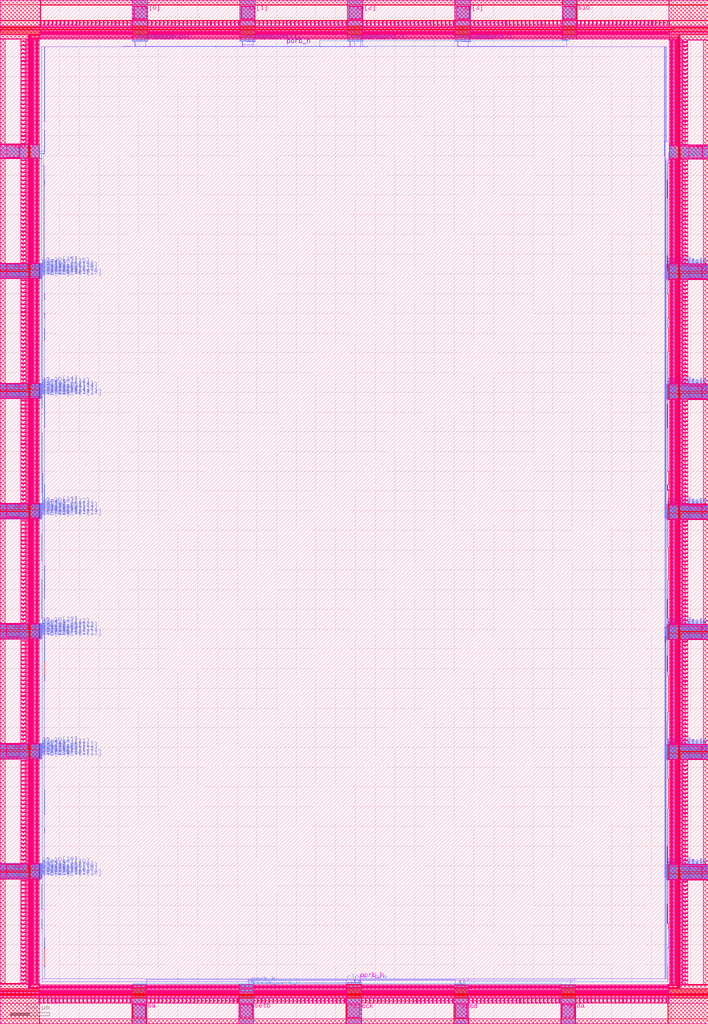
<source format=lef>
VERSION 5.7 ;
  NOWIREEXTENSIONATPIN ON ;
  DIVIDERCHAR "/" ;
  BUSBITCHARS "[]" ;
MACRO chip_io
  CLASS BLOCK ;
  FOREIGN chip_io ;
  ORIGIN 0.000 0.000 ;
  SIZE 3588.000 BY 5188.000 ;
  PIN clock
    DIRECTION INPUT ;
    USE SIGNAL ;
    PORT
      LAYER met5 ;
        RECT 1758.200 32.990 1820.800 95.440 ;
    END
  END clock
  PIN clock_core
    DIRECTION OUTPUT TRISTATE ;
    USE SIGNAL ;
    PORT
      LAYER met2 ;
        RECT 1756.635 208.565 1756.915 210.965 ;
    END
  END clock_core
  PIN analog_en[0]
    DIRECTION INPUT ;
    USE SIGNAL ;
    PORT
      LAYER met2 ;
        RECT 718.705 4977.035 718.985 4979.435 ;
    END
  END analog_en[0]
  PIN analog_pol[0]
    DIRECTION INPUT ;
    USE SIGNAL ;
    PORT
      LAYER met2 ;
        RECT 712.265 4977.035 712.545 4979.435 ;
    END
  END analog_pol[0]
  PIN analog_sel[0]
    DIRECTION INPUT ;
    USE SIGNAL ;
    PORT
      LAYER met2 ;
        RECT 697.085 4977.035 697.365 4979.435 ;
    END
  END analog_sel[0]
  PIN dm[0]
    DIRECTION INPUT ;
    USE SIGNAL ;
    PORT
      LAYER met2 ;
        RECT 715.485 4977.035 715.765 4979.435 ;
    END
  END dm[0]
  PIN dm[1]
    DIRECTION INPUT ;
    USE SIGNAL ;
    PORT
      LAYER met2 ;
        RECT 724.685 4977.035 724.965 4979.435 ;
    END
  END dm[1]
  PIN dm[2]
    DIRECTION INPUT ;
    USE SIGNAL ;
    PORT
      LAYER met2 ;
        RECT 693.865 4977.035 694.145 4979.435 ;
    END
  END dm[2]
  PIN enh[0]
    DIRECTION INPUT ;
    USE SIGNAL ;
    PORT
      LAYER met2 ;
        RECT 703.065 4977.035 703.345 4979.435 ;
    END
  END enh[0]
  PIN hldh_n[0]
    DIRECTION INPUT ;
    USE SIGNAL ;
    PORT
      LAYER met2 ;
        RECT 699.845 4977.035 700.125 4979.435 ;
    END
  END hldh_n[0]
  PIN holdover[0]
    DIRECTION INPUT ;
    USE SIGNAL ;
    PORT
      LAYER met2 ;
        RECT 690.645 4977.035 690.925 4979.435 ;
    END
  END holdover[0]
  PIN ib_mode_sel[0]
    DIRECTION INPUT ;
    USE SIGNAL ;
    PORT
      LAYER met2 ;
        RECT 675.465 4977.035 675.745 4979.435 ;
    END
  END ib_mode_sel[0]
  PIN inp_dis[0]
    DIRECTION INPUT ;
    USE SIGNAL ;
    PORT
      LAYER met2 ;
        RECT 709.505 4977.035 709.785 4979.435 ;
    END
  END inp_dis[0]
  PIN io[0]
    DIRECTION INOUT ;
    USE SIGNAL ;
    PORT
      LAYER met5 ;
        RECT 679.200 5092.560 741.800 5155.010 ;
    END
  END io[0]
  PIN io_in[0]
    DIRECTION INPUT ;
    USE SIGNAL ;
    PORT
      LAYER met2 ;
        RECT 743.085 4977.035 743.365 4979.435 ;
    END
  END io_in[0]
  PIN io_out[0]
    DIRECTION INPUT ;
    USE SIGNAL ;
    PORT
      LAYER met2 ;
        RECT 687.885 4977.035 688.165 4979.435 ;
    END
  END io_out[0]
  PIN oeb[0]
    DIRECTION INPUT ;
    USE SIGNAL ;
    PORT
      LAYER met2 ;
        RECT 672.245 4977.035 672.525 4979.435 ;
    END
  END oeb[0]
  PIN slow_sel[0]
    DIRECTION INPUT ;
    USE SIGNAL ;
    PORT
      LAYER met2 ;
        RECT 733.885 4977.035 734.165 4979.435 ;
    END
  END slow_sel[0]
  PIN vtrip_sel[0]
    DIRECTION INPUT ;
    USE SIGNAL ;
    PORT
      LAYER met2 ;
        RECT 678.685 4977.035 678.965 4979.435 ;
    END
  END vtrip_sel[0]
  PIN analog_en[10]
    DIRECTION INPUT ;
    USE SIGNAL ;
    PORT
      LAYER met2 ;
        RECT 208.565 782.705 210.965 782.985 ;
    END
  END analog_en[10]
  PIN analog_pol[10]
    DIRECTION INPUT ;
    USE SIGNAL ;
    PORT
      LAYER met2 ;
        RECT 208.565 776.265 210.965 776.545 ;
    END
  END analog_pol[10]
  PIN analog_sel[10]
    DIRECTION INPUT ;
    USE SIGNAL ;
    PORT
      LAYER met2 ;
        RECT 208.565 761.085 210.965 761.365 ;
    END
  END analog_sel[10]
  PIN dm[30]
    DIRECTION INPUT ;
    USE SIGNAL ;
    PORT
      LAYER met2 ;
        RECT 208.565 779.485 210.965 779.765 ;
    END
  END dm[30]
  PIN dm[31]
    DIRECTION INPUT ;
    USE SIGNAL ;
    PORT
      LAYER met2 ;
        RECT 208.565 788.685 210.965 788.965 ;
    END
  END dm[31]
  PIN dm[32]
    DIRECTION INPUT ;
    USE SIGNAL ;
    PORT
      LAYER met2 ;
        RECT 208.565 757.865 210.965 758.145 ;
    END
  END dm[32]
  PIN enh[10]
    DIRECTION INPUT ;
    USE SIGNAL ;
    PORT
      LAYER met2 ;
        RECT 208.565 767.065 210.965 767.345 ;
    END
  END enh[10]
  PIN hldh_n[10]
    DIRECTION INPUT ;
    USE SIGNAL ;
    PORT
      LAYER met2 ;
        RECT 208.565 763.845 210.965 764.125 ;
    END
  END hldh_n[10]
  PIN holdover[10]
    DIRECTION INPUT ;
    USE SIGNAL ;
    PORT
      LAYER met2 ;
        RECT 208.565 754.645 210.965 754.925 ;
    END
  END holdover[10]
  PIN ib_mode_sel[10]
    DIRECTION INPUT ;
    USE SIGNAL ;
    PORT
      LAYER met2 ;
        RECT 208.565 739.465 210.965 739.745 ;
    END
  END ib_mode_sel[10]
  PIN inp_dis[10]
    DIRECTION INPUT ;
    USE SIGNAL ;
    PORT
      LAYER met2 ;
        RECT 208.565 773.505 210.965 773.785 ;
    END
  END inp_dis[10]
  PIN io[10]
    DIRECTION INOUT ;
    USE SIGNAL ;
    PORT
      LAYER met5 ;
        RECT 32.990 743.200 95.440 805.800 ;
    END
  END io[10]
  PIN io_in[10]
    DIRECTION INPUT ;
    USE SIGNAL ;
    PORT
      LAYER met2 ;
        RECT 208.565 807.085 210.965 807.365 ;
    END
  END io_in[10]
  PIN io_out[10]
    DIRECTION INPUT ;
    USE SIGNAL ;
    PORT
      LAYER met2 ;
        RECT 208.565 751.885 210.965 752.165 ;
    END
  END io_out[10]
  PIN oeb[10]
    DIRECTION INPUT ;
    USE SIGNAL ;
    PORT
      LAYER met2 ;
        RECT 208.565 736.245 210.965 736.525 ;
    END
  END oeb[10]
  PIN slow_sel[10]
    DIRECTION INPUT ;
    USE SIGNAL ;
    PORT
      LAYER met2 ;
        RECT 208.565 797.885 210.965 798.165 ;
    END
  END slow_sel[10]
  PIN vtrip_sel[10]
    DIRECTION INPUT ;
    USE SIGNAL ;
    PORT
      LAYER met2 ;
        RECT 208.565 742.685 210.965 742.965 ;
    END
  END vtrip_sel[10]
  PIN analog_en[11]
    DIRECTION INPUT ;
    USE SIGNAL ;
    PORT
      LAYER met2 ;
        RECT 208.565 1391.705 210.965 1391.985 ;
    END
  END analog_en[11]
  PIN analog_pol[11]
    DIRECTION INPUT ;
    USE SIGNAL ;
    PORT
      LAYER met2 ;
        RECT 208.565 1385.265 210.965 1385.545 ;
    END
  END analog_pol[11]
  PIN analog_sel[11]
    DIRECTION INPUT ;
    USE SIGNAL ;
    PORT
      LAYER met2 ;
        RECT 208.565 1370.085 210.965 1370.365 ;
    END
  END analog_sel[11]
  PIN dm[33]
    DIRECTION INPUT ;
    USE SIGNAL ;
    PORT
      LAYER met2 ;
        RECT 208.565 1388.485 210.965 1388.765 ;
    END
  END dm[33]
  PIN dm[34]
    DIRECTION INPUT ;
    USE SIGNAL ;
    PORT
      LAYER met2 ;
        RECT 208.565 1397.685 210.965 1397.965 ;
    END
  END dm[34]
  PIN dm[35]
    DIRECTION INPUT ;
    USE SIGNAL ;
    PORT
      LAYER met2 ;
        RECT 208.565 1366.865 210.965 1367.145 ;
    END
  END dm[35]
  PIN enh[11]
    DIRECTION INPUT ;
    USE SIGNAL ;
    PORT
      LAYER met2 ;
        RECT 208.565 1376.065 210.965 1376.345 ;
    END
  END enh[11]
  PIN hldh_n[11]
    DIRECTION INPUT ;
    USE SIGNAL ;
    PORT
      LAYER met2 ;
        RECT 208.565 1372.845 210.965 1373.125 ;
    END
  END hldh_n[11]
  PIN holdover[11]
    DIRECTION INPUT ;
    USE SIGNAL ;
    PORT
      LAYER met2 ;
        RECT 208.565 1363.645 210.965 1363.925 ;
    END
  END holdover[11]
  PIN ib_mode_sel[11]
    DIRECTION INPUT ;
    USE SIGNAL ;
    PORT
      LAYER met2 ;
        RECT 208.565 1348.465 210.965 1348.745 ;
    END
  END ib_mode_sel[11]
  PIN inp_dis[11]
    DIRECTION INPUT ;
    USE SIGNAL ;
    PORT
      LAYER met2 ;
        RECT 208.565 1382.505 210.965 1382.785 ;
    END
  END inp_dis[11]
  PIN io[11]
    DIRECTION INOUT ;
    USE SIGNAL ;
    PORT
      LAYER met5 ;
        RECT 32.990 1352.200 95.440 1414.800 ;
    END
  END io[11]
  PIN io_in[11]
    DIRECTION INPUT ;
    USE SIGNAL ;
    PORT
      LAYER met2 ;
        RECT 208.565 1416.085 210.965 1416.365 ;
    END
  END io_in[11]
  PIN io_out[11]
    DIRECTION INPUT ;
    USE SIGNAL ;
    PORT
      LAYER met2 ;
        RECT 208.565 1360.885 210.965 1361.165 ;
    END
  END io_out[11]
  PIN oeb[11]
    DIRECTION INPUT ;
    USE SIGNAL ;
    PORT
      LAYER met2 ;
        RECT 208.565 1345.245 210.965 1345.525 ;
    END
  END oeb[11]
  PIN slow_sel[11]
    DIRECTION INPUT ;
    USE SIGNAL ;
    PORT
      LAYER met2 ;
        RECT 208.565 1406.885 210.965 1407.165 ;
    END
  END slow_sel[11]
  PIN vtrip_sel[11]
    DIRECTION INPUT ;
    USE SIGNAL ;
    PORT
      LAYER met2 ;
        RECT 208.565 1351.685 210.965 1351.965 ;
    END
  END vtrip_sel[11]
  PIN analog_en[12]
    DIRECTION INPUT ;
    USE SIGNAL ;
    PORT
      LAYER met2 ;
        RECT 208.565 1999.705 210.965 1999.985 ;
    END
  END analog_en[12]
  PIN analog_pol[12]
    DIRECTION INPUT ;
    USE SIGNAL ;
    PORT
      LAYER met2 ;
        RECT 208.565 1993.265 210.965 1993.545 ;
    END
  END analog_pol[12]
  PIN analog_sel[12]
    DIRECTION INPUT ;
    USE SIGNAL ;
    PORT
      LAYER met2 ;
        RECT 208.565 1978.085 210.965 1978.365 ;
    END
  END analog_sel[12]
  PIN dm[36]
    DIRECTION INPUT ;
    USE SIGNAL ;
    PORT
      LAYER met2 ;
        RECT 208.565 1996.485 210.965 1996.765 ;
    END
  END dm[36]
  PIN dm[37]
    DIRECTION INPUT ;
    USE SIGNAL ;
    PORT
      LAYER met2 ;
        RECT 208.565 2005.685 210.965 2005.965 ;
    END
  END dm[37]
  PIN dm[38]
    DIRECTION INPUT ;
    USE SIGNAL ;
    PORT
      LAYER met2 ;
        RECT 208.565 1974.865 210.965 1975.145 ;
    END
  END dm[38]
  PIN enh[12]
    DIRECTION INPUT ;
    USE SIGNAL ;
    PORT
      LAYER met2 ;
        RECT 208.565 1984.065 210.965 1984.345 ;
    END
  END enh[12]
  PIN hldh_n[12]
    DIRECTION INPUT ;
    USE SIGNAL ;
    PORT
      LAYER met2 ;
        RECT 208.565 1980.845 210.965 1981.125 ;
    END
  END hldh_n[12]
  PIN holdover[12]
    DIRECTION INPUT ;
    USE SIGNAL ;
    PORT
      LAYER met2 ;
        RECT 208.565 1971.645 210.965 1971.925 ;
    END
  END holdover[12]
  PIN ib_mode_sel[12]
    DIRECTION INPUT ;
    USE SIGNAL ;
    PORT
      LAYER met2 ;
        RECT 208.565 1956.465 210.965 1956.745 ;
    END
  END ib_mode_sel[12]
  PIN inp_dis[12]
    DIRECTION INPUT ;
    USE SIGNAL ;
    PORT
      LAYER met2 ;
        RECT 208.565 1990.505 210.965 1990.785 ;
    END
  END inp_dis[12]
  PIN io[12]
    DIRECTION INOUT ;
    USE SIGNAL ;
    PORT
      LAYER met5 ;
        RECT 32.990 1960.200 95.440 2022.800 ;
    END
  END io[12]
  PIN io_in[12]
    DIRECTION INPUT ;
    USE SIGNAL ;
    PORT
      LAYER met2 ;
        RECT 208.565 2024.085 210.965 2024.365 ;
    END
  END io_in[12]
  PIN io_out[12]
    DIRECTION INPUT ;
    USE SIGNAL ;
    PORT
      LAYER met2 ;
        RECT 208.565 1968.885 210.965 1969.165 ;
    END
  END io_out[12]
  PIN oeb[12]
    DIRECTION INPUT ;
    USE SIGNAL ;
    PORT
      LAYER met2 ;
        RECT 208.565 1953.245 210.965 1953.525 ;
    END
  END oeb[12]
  PIN slow_sel[12]
    DIRECTION INPUT ;
    USE SIGNAL ;
    PORT
      LAYER met2 ;
        RECT 208.565 2014.885 210.965 2015.165 ;
    END
  END slow_sel[12]
  PIN vtrip_sel[12]
    DIRECTION INPUT ;
    USE SIGNAL ;
    PORT
      LAYER met2 ;
        RECT 208.565 1959.685 210.965 1959.965 ;
    END
  END vtrip_sel[12]
  PIN analog_en[13]
    DIRECTION INPUT ;
    USE SIGNAL ;
    PORT
      LAYER met2 ;
        RECT 208.565 2608.705 210.965 2608.985 ;
    END
  END analog_en[13]
  PIN analog_pol[13]
    DIRECTION INPUT ;
    USE SIGNAL ;
    PORT
      LAYER met2 ;
        RECT 208.565 2602.265 210.965 2602.545 ;
    END
  END analog_pol[13]
  PIN analog_sel[13]
    DIRECTION INPUT ;
    USE SIGNAL ;
    PORT
      LAYER met2 ;
        RECT 208.565 2587.085 210.965 2587.365 ;
    END
  END analog_sel[13]
  PIN dm[39]
    DIRECTION INPUT ;
    USE SIGNAL ;
    PORT
      LAYER met2 ;
        RECT 208.565 2605.485 210.965 2605.765 ;
    END
  END dm[39]
  PIN dm[40]
    DIRECTION INPUT ;
    USE SIGNAL ;
    PORT
      LAYER met2 ;
        RECT 208.565 2614.685 210.965 2614.965 ;
    END
  END dm[40]
  PIN dm[41]
    DIRECTION INPUT ;
    USE SIGNAL ;
    PORT
      LAYER met2 ;
        RECT 208.565 2583.865 210.965 2584.145 ;
    END
  END dm[41]
  PIN enh[13]
    DIRECTION INPUT ;
    USE SIGNAL ;
    PORT
      LAYER met2 ;
        RECT 208.565 2593.065 210.965 2593.345 ;
    END
  END enh[13]
  PIN hldh_n[13]
    DIRECTION INPUT ;
    USE SIGNAL ;
    PORT
      LAYER met2 ;
        RECT 208.565 2589.845 210.965 2590.125 ;
    END
  END hldh_n[13]
  PIN holdover[13]
    DIRECTION INPUT ;
    USE SIGNAL ;
    PORT
      LAYER met2 ;
        RECT 208.565 2580.645 210.965 2580.925 ;
    END
  END holdover[13]
  PIN ib_mode_sel[13]
    DIRECTION INPUT ;
    USE SIGNAL ;
    PORT
      LAYER met2 ;
        RECT 208.565 2565.465 210.965 2565.745 ;
    END
  END ib_mode_sel[13]
  PIN inp_dis[13]
    DIRECTION INPUT ;
    USE SIGNAL ;
    PORT
      LAYER met2 ;
        RECT 208.565 2599.505 210.965 2599.785 ;
    END
  END inp_dis[13]
  PIN io[13]
    DIRECTION INOUT ;
    USE SIGNAL ;
    PORT
      LAYER met5 ;
        RECT 32.990 2569.200 95.440 2631.800 ;
    END
  END io[13]
  PIN io_in[13]
    DIRECTION INPUT ;
    USE SIGNAL ;
    PORT
      LAYER met2 ;
        RECT 208.565 2633.085 210.965 2633.365 ;
    END
  END io_in[13]
  PIN io_out[13]
    DIRECTION INPUT ;
    USE SIGNAL ;
    PORT
      LAYER met2 ;
        RECT 208.565 2577.885 210.965 2578.165 ;
    END
  END io_out[13]
  PIN oeb[13]
    DIRECTION INPUT ;
    USE SIGNAL ;
    PORT
      LAYER met2 ;
        RECT 208.565 2562.245 210.965 2562.525 ;
    END
  END oeb[13]
  PIN slow_sel[13]
    DIRECTION INPUT ;
    USE SIGNAL ;
    PORT
      LAYER met2 ;
        RECT 208.565 2623.885 210.965 2624.165 ;
    END
  END slow_sel[13]
  PIN vtrip_sel[13]
    DIRECTION INPUT ;
    USE SIGNAL ;
    PORT
      LAYER met2 ;
        RECT 208.565 2568.685 210.965 2568.965 ;
    END
  END vtrip_sel[13]
  PIN analog_en[14]
    DIRECTION INPUT ;
    USE SIGNAL ;
    PORT
      LAYER met2 ;
        RECT 208.565 3217.705 210.965 3217.985 ;
    END
  END analog_en[14]
  PIN analog_pol[14]
    DIRECTION INPUT ;
    USE SIGNAL ;
    PORT
      LAYER met2 ;
        RECT 208.565 3211.265 210.965 3211.545 ;
    END
  END analog_pol[14]
  PIN analog_sel[14]
    DIRECTION INPUT ;
    USE SIGNAL ;
    PORT
      LAYER met2 ;
        RECT 208.565 3196.085 210.965 3196.365 ;
    END
  END analog_sel[14]
  PIN dm[42]
    DIRECTION INPUT ;
    USE SIGNAL ;
    PORT
      LAYER met2 ;
        RECT 208.565 3214.485 210.965 3214.765 ;
    END
  END dm[42]
  PIN dm[43]
    DIRECTION INPUT ;
    USE SIGNAL ;
    PORT
      LAYER met2 ;
        RECT 208.565 3223.685 210.965 3223.965 ;
    END
  END dm[43]
  PIN dm[44]
    DIRECTION INPUT ;
    USE SIGNAL ;
    PORT
      LAYER met2 ;
        RECT 208.565 3192.865 210.965 3193.145 ;
    END
  END dm[44]
  PIN enh[14]
    DIRECTION INPUT ;
    USE SIGNAL ;
    PORT
      LAYER met2 ;
        RECT 208.565 3202.065 210.965 3202.345 ;
    END
  END enh[14]
  PIN hldh_n[14]
    DIRECTION INPUT ;
    USE SIGNAL ;
    PORT
      LAYER met2 ;
        RECT 208.565 3198.845 210.965 3199.125 ;
    END
  END hldh_n[14]
  PIN holdover[14]
    DIRECTION INPUT ;
    USE SIGNAL ;
    PORT
      LAYER met2 ;
        RECT 208.565 3189.645 210.965 3189.925 ;
    END
  END holdover[14]
  PIN ib_mode_sel[14]
    DIRECTION INPUT ;
    USE SIGNAL ;
    PORT
      LAYER met2 ;
        RECT 208.565 3174.465 210.965 3174.745 ;
    END
  END ib_mode_sel[14]
  PIN inp_dis[14]
    DIRECTION INPUT ;
    USE SIGNAL ;
    PORT
      LAYER met2 ;
        RECT 208.565 3208.505 210.965 3208.785 ;
    END
  END inp_dis[14]
  PIN io[14]
    DIRECTION INOUT ;
    USE SIGNAL ;
    PORT
      LAYER met5 ;
        RECT 32.990 3178.200 95.440 3240.800 ;
    END
  END io[14]
  PIN io_in[14]
    DIRECTION INPUT ;
    USE SIGNAL ;
    PORT
      LAYER met2 ;
        RECT 208.565 3242.085 210.965 3242.365 ;
    END
  END io_in[14]
  PIN io_out[14]
    DIRECTION INPUT ;
    USE SIGNAL ;
    PORT
      LAYER met2 ;
        RECT 208.565 3186.885 210.965 3187.165 ;
    END
  END io_out[14]
  PIN oeb[14]
    DIRECTION INPUT ;
    USE SIGNAL ;
    PORT
      LAYER met2 ;
        RECT 208.565 3171.245 210.965 3171.525 ;
    END
  END oeb[14]
  PIN slow_sel[14]
    DIRECTION INPUT ;
    USE SIGNAL ;
    PORT
      LAYER met2 ;
        RECT 208.565 3232.885 210.965 3233.165 ;
    END
  END slow_sel[14]
  PIN vtrip_sel[14]
    DIRECTION INPUT ;
    USE SIGNAL ;
    PORT
      LAYER met2 ;
        RECT 208.565 3177.685 210.965 3177.965 ;
    END
  END vtrip_sel[14]
  PIN analog_en[15]
    DIRECTION INPUT ;
    USE SIGNAL ;
    PORT
      LAYER met2 ;
        RECT 208.565 3825.705 210.965 3825.985 ;
    END
  END analog_en[15]
  PIN analog_pol[15]
    DIRECTION INPUT ;
    USE SIGNAL ;
    PORT
      LAYER met2 ;
        RECT 208.565 3819.265 210.965 3819.545 ;
    END
  END analog_pol[15]
  PIN analog_sel[15]
    DIRECTION INPUT ;
    USE SIGNAL ;
    PORT
      LAYER met2 ;
        RECT 208.565 3804.085 210.965 3804.365 ;
    END
  END analog_sel[15]
  PIN dm[45]
    DIRECTION INPUT ;
    USE SIGNAL ;
    PORT
      LAYER met2 ;
        RECT 208.565 3822.485 210.965 3822.765 ;
    END
  END dm[45]
  PIN dm[46]
    DIRECTION INPUT ;
    USE SIGNAL ;
    PORT
      LAYER met2 ;
        RECT 208.565 3831.685 210.965 3831.965 ;
    END
  END dm[46]
  PIN dm[47]
    DIRECTION INPUT ;
    USE SIGNAL ;
    PORT
      LAYER met2 ;
        RECT 208.565 3800.865 210.965 3801.145 ;
    END
  END dm[47]
  PIN enh[15]
    DIRECTION INPUT ;
    USE SIGNAL ;
    PORT
      LAYER met2 ;
        RECT 208.565 3810.065 210.965 3810.345 ;
    END
  END enh[15]
  PIN hldh_n[15]
    DIRECTION INPUT ;
    USE SIGNAL ;
    PORT
      LAYER met2 ;
        RECT 208.565 3806.845 210.965 3807.125 ;
    END
  END hldh_n[15]
  PIN holdover[15]
    DIRECTION INPUT ;
    USE SIGNAL ;
    PORT
      LAYER met2 ;
        RECT 208.565 3797.645 210.965 3797.925 ;
    END
  END holdover[15]
  PIN ib_mode_sel[15]
    DIRECTION INPUT ;
    USE SIGNAL ;
    PORT
      LAYER met2 ;
        RECT 208.565 3782.465 210.965 3782.745 ;
    END
  END ib_mode_sel[15]
  PIN inp_dis[15]
    DIRECTION INPUT ;
    USE SIGNAL ;
    PORT
      LAYER met2 ;
        RECT 208.565 3816.505 210.965 3816.785 ;
    END
  END inp_dis[15]
  PIN io[15]
    DIRECTION INOUT ;
    USE SIGNAL ;
    PORT
      LAYER met5 ;
        RECT 32.990 3786.200 95.440 3848.800 ;
    END
  END io[15]
  PIN io_in[15]
    DIRECTION INPUT ;
    USE SIGNAL ;
    PORT
      LAYER met2 ;
        RECT 208.565 3850.085 210.965 3850.365 ;
    END
  END io_in[15]
  PIN io_out[15]
    DIRECTION INPUT ;
    USE SIGNAL ;
    PORT
      LAYER met2 ;
        RECT 208.565 3794.885 210.965 3795.165 ;
    END
  END io_out[15]
  PIN oeb[15]
    DIRECTION INPUT ;
    USE SIGNAL ;
    PORT
      LAYER met2 ;
        RECT 208.565 3779.245 210.965 3779.525 ;
    END
  END oeb[15]
  PIN slow_sel[15]
    DIRECTION INPUT ;
    USE SIGNAL ;
    PORT
      LAYER met2 ;
        RECT 208.565 3840.885 210.965 3841.165 ;
    END
  END slow_sel[15]
  PIN vtrip_sel[15]
    DIRECTION INPUT ;
    USE SIGNAL ;
    PORT
      LAYER met2 ;
        RECT 208.565 3785.685 210.965 3785.965 ;
    END
  END vtrip_sel[15]
  PIN analog_en[1]
    DIRECTION INPUT ;
    USE SIGNAL ;
    PORT
      LAYER met2 ;
        RECT 1263.705 4977.035 1263.985 4979.435 ;
    END
  END analog_en[1]
  PIN analog_pol[1]
    DIRECTION INPUT ;
    USE SIGNAL ;
    PORT
      LAYER met2 ;
        RECT 1257.265 4977.035 1257.545 4979.435 ;
    END
  END analog_pol[1]
  PIN analog_sel[1]
    DIRECTION INPUT ;
    USE SIGNAL ;
    PORT
      LAYER met2 ;
        RECT 1242.085 4977.035 1242.365 4979.435 ;
    END
  END analog_sel[1]
  PIN dm[3]
    DIRECTION INPUT ;
    USE SIGNAL ;
    PORT
      LAYER met2 ;
        RECT 1260.485 4977.035 1260.765 4979.435 ;
    END
  END dm[3]
  PIN dm[4]
    DIRECTION INPUT ;
    USE SIGNAL ;
    PORT
      LAYER met2 ;
        RECT 1269.685 4977.035 1269.965 4979.435 ;
    END
  END dm[4]
  PIN dm[5]
    DIRECTION INPUT ;
    USE SIGNAL ;
    PORT
      LAYER met2 ;
        RECT 1238.865 4977.035 1239.145 4979.435 ;
    END
  END dm[5]
  PIN enh[1]
    DIRECTION INPUT ;
    USE SIGNAL ;
    PORT
      LAYER met2 ;
        RECT 1248.065 4977.035 1248.345 4979.435 ;
    END
  END enh[1]
  PIN hldh_n[1]
    DIRECTION INPUT ;
    USE SIGNAL ;
    PORT
      LAYER met2 ;
        RECT 1244.845 4977.035 1245.125 4979.435 ;
    END
  END hldh_n[1]
  PIN holdover[1]
    DIRECTION INPUT ;
    USE SIGNAL ;
    PORT
      LAYER met2 ;
        RECT 1235.645 4977.035 1235.925 4979.435 ;
    END
  END holdover[1]
  PIN ib_mode_sel[1]
    DIRECTION INPUT ;
    USE SIGNAL ;
    PORT
      LAYER met2 ;
        RECT 1220.465 4977.035 1220.745 4979.435 ;
    END
  END ib_mode_sel[1]
  PIN inp_dis[1]
    DIRECTION INPUT ;
    USE SIGNAL ;
    PORT
      LAYER met2 ;
        RECT 1254.505 4977.035 1254.785 4979.435 ;
    END
  END inp_dis[1]
  PIN io[1]
    DIRECTION INOUT ;
    USE SIGNAL ;
    PORT
      LAYER met5 ;
        RECT 1224.200 5092.560 1286.800 5155.010 ;
    END
  END io[1]
  PIN io_in[1]
    DIRECTION INPUT ;
    USE SIGNAL ;
    PORT
      LAYER met2 ;
        RECT 1288.085 4977.035 1288.365 4979.435 ;
    END
  END io_in[1]
  PIN io_out[1]
    DIRECTION INPUT ;
    USE SIGNAL ;
    PORT
      LAYER met2 ;
        RECT 1232.885 4977.035 1233.165 4979.435 ;
    END
  END io_out[1]
  PIN oeb[1]
    DIRECTION INPUT ;
    USE SIGNAL ;
    PORT
      LAYER met2 ;
        RECT 1217.245 4977.035 1217.525 4979.435 ;
    END
  END oeb[1]
  PIN slow_sel[1]
    DIRECTION INPUT ;
    USE SIGNAL ;
    PORT
      LAYER met2 ;
        RECT 1278.885 4977.035 1279.165 4979.435 ;
    END
  END slow_sel[1]
  PIN vtrip_sel[1]
    DIRECTION INPUT ;
    USE SIGNAL ;
    PORT
      LAYER met2 ;
        RECT 1223.685 4977.035 1223.965 4979.435 ;
    END
  END vtrip_sel[1]
  PIN analog_en[2]
    DIRECTION INPUT ;
    USE SIGNAL ;
    PORT
      LAYER met2 ;
        RECT 1808.705 4977.035 1808.985 4979.435 ;
    END
  END analog_en[2]
  PIN analog_pol[2]
    DIRECTION INPUT ;
    USE SIGNAL ;
    PORT
      LAYER met2 ;
        RECT 1802.265 4977.035 1802.545 4979.435 ;
    END
  END analog_pol[2]
  PIN analog_sel[2]
    DIRECTION INPUT ;
    USE SIGNAL ;
    PORT
      LAYER met2 ;
        RECT 1787.085 4977.035 1787.365 4979.435 ;
    END
  END analog_sel[2]
  PIN dm[6]
    DIRECTION INPUT ;
    USE SIGNAL ;
    PORT
      LAYER met2 ;
        RECT 1805.485 4977.035 1805.765 4979.435 ;
    END
  END dm[6]
  PIN dm[7]
    DIRECTION INPUT ;
    USE SIGNAL ;
    PORT
      LAYER met2 ;
        RECT 1814.685 4977.035 1814.965 4979.435 ;
    END
  END dm[7]
  PIN dm[8]
    DIRECTION INPUT ;
    USE SIGNAL ;
    PORT
      LAYER met2 ;
        RECT 1783.865 4977.035 1784.145 4979.435 ;
    END
  END dm[8]
  PIN enh[2]
    DIRECTION INPUT ;
    USE SIGNAL ;
    PORT
      LAYER met2 ;
        RECT 1793.065 4977.035 1793.345 4979.435 ;
    END
  END enh[2]
  PIN hldh_n[2]
    DIRECTION INPUT ;
    USE SIGNAL ;
    PORT
      LAYER met2 ;
        RECT 1789.845 4977.035 1790.125 4979.435 ;
    END
  END hldh_n[2]
  PIN holdover[2]
    DIRECTION INPUT ;
    USE SIGNAL ;
    PORT
      LAYER met2 ;
        RECT 1780.645 4977.035 1780.925 4979.435 ;
    END
  END holdover[2]
  PIN ib_mode_sel[2]
    DIRECTION INPUT ;
    USE SIGNAL ;
    PORT
      LAYER met2 ;
        RECT 1765.465 4977.035 1765.745 4979.435 ;
    END
  END ib_mode_sel[2]
  PIN inp_dis[2]
    DIRECTION INPUT ;
    USE SIGNAL ;
    PORT
      LAYER met2 ;
        RECT 1799.505 4977.035 1799.785 4979.435 ;
    END
  END inp_dis[2]
  PIN io[2]
    DIRECTION INOUT ;
    USE SIGNAL ;
    PORT
      LAYER met5 ;
        RECT 1769.200 5092.560 1831.800 5155.010 ;
    END
  END io[2]
  PIN io_in[2]
    DIRECTION INPUT ;
    USE SIGNAL ;
    PORT
      LAYER met2 ;
        RECT 1833.085 4977.035 1833.365 4979.435 ;
    END
  END io_in[2]
  PIN io_out[2]
    DIRECTION INPUT ;
    USE SIGNAL ;
    PORT
      LAYER met2 ;
        RECT 1777.885 4977.035 1778.165 4979.435 ;
    END
  END io_out[2]
  PIN oeb[2]
    DIRECTION INPUT ;
    USE SIGNAL ;
    PORT
      LAYER met2 ;
        RECT 1762.245 4977.035 1762.525 4979.435 ;
    END
  END oeb[2]
  PIN slow_sel[2]
    DIRECTION INPUT ;
    USE SIGNAL ;
    PORT
      LAYER met2 ;
        RECT 1823.885 4977.035 1824.165 4979.435 ;
    END
  END slow_sel[2]
  PIN vtrip_sel[2]
    DIRECTION INPUT ;
    USE SIGNAL ;
    PORT
      LAYER met2 ;
        RECT 1768.685 4977.035 1768.965 4979.435 ;
    END
  END vtrip_sel[2]
  PIN analog_en[3]
    DIRECTION INPUT ;
    USE SIGNAL ;
    PORT
      LAYER met2 ;
        RECT 2353.705 4977.035 2353.985 4979.435 ;
    END
  END analog_en[3]
  PIN analog_pol[3]
    DIRECTION INPUT ;
    USE SIGNAL ;
    PORT
      LAYER met2 ;
        RECT 2347.265 4977.035 2347.545 4979.435 ;
    END
  END analog_pol[3]
  PIN analog_sel[3]
    DIRECTION INPUT ;
    USE SIGNAL ;
    PORT
      LAYER met2 ;
        RECT 2332.085 4977.035 2332.365 4979.435 ;
    END
  END analog_sel[3]
  PIN dm[10]
    DIRECTION INPUT ;
    USE SIGNAL ;
    PORT
      LAYER met2 ;
        RECT 2359.685 4977.035 2359.965 4979.435 ;
    END
  END dm[10]
  PIN dm[11]
    DIRECTION INPUT ;
    USE SIGNAL ;
    PORT
      LAYER met2 ;
        RECT 2328.865 4977.035 2329.145 4979.435 ;
    END
  END dm[11]
  PIN dm[9]
    DIRECTION INPUT ;
    USE SIGNAL ;
    PORT
      LAYER met2 ;
        RECT 2350.485 4977.035 2350.765 4979.435 ;
    END
  END dm[9]
  PIN enh[3]
    DIRECTION INPUT ;
    USE SIGNAL ;
    PORT
      LAYER met2 ;
        RECT 2338.065 4977.035 2338.345 4979.435 ;
    END
  END enh[3]
  PIN hldh_n[3]
    DIRECTION INPUT ;
    USE SIGNAL ;
    PORT
      LAYER met2 ;
        RECT 2334.845 4977.035 2335.125 4979.435 ;
    END
  END hldh_n[3]
  PIN holdover[3]
    DIRECTION INPUT ;
    USE SIGNAL ;
    PORT
      LAYER met2 ;
        RECT 2325.645 4977.035 2325.925 4979.435 ;
    END
  END holdover[3]
  PIN ib_mode_sel[3]
    DIRECTION INPUT ;
    USE SIGNAL ;
    PORT
      LAYER met2 ;
        RECT 2310.465 4977.035 2310.745 4979.435 ;
    END
  END ib_mode_sel[3]
  PIN inp_dis[3]
    DIRECTION INPUT ;
    USE SIGNAL ;
    PORT
      LAYER met2 ;
        RECT 2344.505 4977.035 2344.785 4979.435 ;
    END
  END inp_dis[3]
  PIN io[3]
    DIRECTION INOUT ;
    USE SIGNAL ;
    PORT
      LAYER met5 ;
        RECT 2314.200 5092.560 2376.800 5155.010 ;
    END
  END io[3]
  PIN io_in[3]
    DIRECTION INPUT ;
    USE SIGNAL ;
    PORT
      LAYER met2 ;
        RECT 2378.085 4977.035 2378.365 4979.435 ;
    END
  END io_in[3]
  PIN io_out[3]
    DIRECTION INPUT ;
    USE SIGNAL ;
    PORT
      LAYER met2 ;
        RECT 2322.885 4977.035 2323.165 4979.435 ;
    END
  END io_out[3]
  PIN oeb[3]
    DIRECTION INPUT ;
    USE SIGNAL ;
    PORT
      LAYER met2 ;
        RECT 2307.245 4977.035 2307.525 4979.435 ;
    END
  END oeb[3]
  PIN slow_sel[3]
    DIRECTION INPUT ;
    USE SIGNAL ;
    PORT
      LAYER met2 ;
        RECT 2368.885 4977.035 2369.165 4979.435 ;
    END
  END slow_sel[3]
  PIN vtrip_sel[3]
    DIRECTION INPUT ;
    USE SIGNAL ;
    PORT
      LAYER met2 ;
        RECT 2313.685 4977.035 2313.965 4979.435 ;
    END
  END vtrip_sel[3]
  PIN analog_en[4]
    DIRECTION INPUT ;
    USE SIGNAL ;
    PORT
      LAYER met2 ;
        RECT 3377.035 757.015 3379.435 757.295 ;
    END
  END analog_en[4]
  PIN analog_pol[4]
    DIRECTION INPUT ;
    USE SIGNAL ;
    PORT
      LAYER met2 ;
        RECT 3377.035 763.455 3379.435 763.735 ;
    END
  END analog_pol[4]
  PIN analog_sel[4]
    DIRECTION INPUT ;
    USE SIGNAL ;
    PORT
      LAYER met2 ;
        RECT 3377.035 778.635 3379.435 778.915 ;
    END
  END analog_sel[4]
  PIN dm[12]
    DIRECTION INPUT ;
    USE SIGNAL ;
    PORT
      LAYER met2 ;
        RECT 3377.035 760.235 3379.435 760.515 ;
    END
  END dm[12]
  PIN dm[13]
    DIRECTION INPUT ;
    USE SIGNAL ;
    PORT
      LAYER met2 ;
        RECT 3377.035 751.035 3379.435 751.315 ;
    END
  END dm[13]
  PIN dm[14]
    DIRECTION INPUT ;
    USE SIGNAL ;
    PORT
      LAYER met2 ;
        RECT 3377.035 781.855 3379.435 782.135 ;
    END
  END dm[14]
  PIN enh[4]
    DIRECTION INPUT ;
    USE SIGNAL ;
    PORT
      LAYER met2 ;
        RECT 3377.035 772.655 3379.435 772.935 ;
    END
  END enh[4]
  PIN hldh_n[4]
    DIRECTION INPUT ;
    USE SIGNAL ;
    PORT
      LAYER met2 ;
        RECT 3377.035 775.875 3379.435 776.155 ;
    END
  END hldh_n[4]
  PIN holdover[4]
    DIRECTION INPUT ;
    USE SIGNAL ;
    PORT
      LAYER met2 ;
        RECT 3377.035 785.075 3379.435 785.355 ;
    END
  END holdover[4]
  PIN ib_mode_sel[4]
    DIRECTION INPUT ;
    USE SIGNAL ;
    PORT
      LAYER met2 ;
        RECT 3377.035 800.255 3379.435 800.535 ;
    END
  END ib_mode_sel[4]
  PIN inp_dis[4]
    DIRECTION INPUT ;
    USE SIGNAL ;
    PORT
      LAYER met2 ;
        RECT 3377.035 766.215 3379.435 766.495 ;
    END
  END inp_dis[4]
  PIN io[4]
    DIRECTION INOUT ;
    USE SIGNAL ;
    PORT
      LAYER met5 ;
        RECT 3492.560 734.200 3555.010 796.800 ;
    END
  END io[4]
  PIN io_in[4]
    DIRECTION INPUT ;
    USE SIGNAL ;
    PORT
      LAYER met2 ;
        RECT 3377.035 732.635 3379.435 732.915 ;
    END
  END io_in[4]
  PIN io_out[4]
    DIRECTION INPUT ;
    USE SIGNAL ;
    PORT
      LAYER met2 ;
        RECT 3377.035 787.835 3379.435 788.115 ;
    END
  END io_out[4]
  PIN oeb[4]
    DIRECTION INPUT ;
    USE SIGNAL ;
    PORT
      LAYER met2 ;
        RECT 3377.035 803.475 3379.435 803.755 ;
    END
  END oeb[4]
  PIN slow_sel[4]
    DIRECTION INPUT ;
    USE SIGNAL ;
    PORT
      LAYER met2 ;
        RECT 3377.035 741.835 3379.435 742.115 ;
    END
  END slow_sel[4]
  PIN vtrip_sel[4]
    DIRECTION INPUT ;
    USE SIGNAL ;
    PORT
      LAYER met2 ;
        RECT 3377.035 797.035 3379.435 797.315 ;
    END
  END vtrip_sel[4]
  PIN analog_en[5]
    DIRECTION INPUT ;
    USE SIGNAL ;
    PORT
      LAYER met2 ;
        RECT 3377.035 1366.015 3379.435 1366.295 ;
    END
  END analog_en[5]
  PIN analog_pol[5]
    DIRECTION INPUT ;
    USE SIGNAL ;
    PORT
      LAYER met2 ;
        RECT 3377.035 1372.455 3379.435 1372.735 ;
    END
  END analog_pol[5]
  PIN analog_sel[5]
    DIRECTION INPUT ;
    USE SIGNAL ;
    PORT
      LAYER met2 ;
        RECT 3377.035 1387.635 3379.435 1387.915 ;
    END
  END analog_sel[5]
  PIN dm[15]
    DIRECTION INPUT ;
    USE SIGNAL ;
    PORT
      LAYER met2 ;
        RECT 3377.035 1369.235 3379.435 1369.515 ;
    END
  END dm[15]
  PIN dm[16]
    DIRECTION INPUT ;
    USE SIGNAL ;
    PORT
      LAYER met2 ;
        RECT 3377.035 1360.035 3379.435 1360.315 ;
    END
  END dm[16]
  PIN dm[17]
    DIRECTION INPUT ;
    USE SIGNAL ;
    PORT
      LAYER met2 ;
        RECT 3377.035 1390.855 3379.435 1391.135 ;
    END
  END dm[17]
  PIN enh[5]
    DIRECTION INPUT ;
    USE SIGNAL ;
    PORT
      LAYER met2 ;
        RECT 3377.035 1381.655 3379.435 1381.935 ;
    END
  END enh[5]
  PIN hldh_n[5]
    DIRECTION INPUT ;
    USE SIGNAL ;
    PORT
      LAYER met2 ;
        RECT 3377.035 1384.875 3379.435 1385.155 ;
    END
  END hldh_n[5]
  PIN holdover[5]
    DIRECTION INPUT ;
    USE SIGNAL ;
    PORT
      LAYER met2 ;
        RECT 3377.035 1394.075 3379.435 1394.355 ;
    END
  END holdover[5]
  PIN ib_mode_sel[5]
    DIRECTION INPUT ;
    USE SIGNAL ;
    PORT
      LAYER met2 ;
        RECT 3377.035 1409.255 3379.435 1409.535 ;
    END
  END ib_mode_sel[5]
  PIN inp_dis[5]
    DIRECTION INPUT ;
    USE SIGNAL ;
    PORT
      LAYER met2 ;
        RECT 3377.035 1375.215 3379.435 1375.495 ;
    END
  END inp_dis[5]
  PIN io[5]
    DIRECTION INOUT ;
    USE SIGNAL ;
    PORT
      LAYER met5 ;
        RECT 3492.560 1343.200 3555.010 1405.800 ;
    END
  END io[5]
  PIN io_in[5]
    DIRECTION INPUT ;
    USE SIGNAL ;
    PORT
      LAYER met2 ;
        RECT 3377.035 1341.635 3379.435 1341.915 ;
    END
  END io_in[5]
  PIN io_out[5]
    DIRECTION INPUT ;
    USE SIGNAL ;
    PORT
      LAYER met2 ;
        RECT 3377.035 1396.835 3379.435 1397.115 ;
    END
  END io_out[5]
  PIN oeb[5]
    DIRECTION INPUT ;
    USE SIGNAL ;
    PORT
      LAYER met2 ;
        RECT 3377.035 1412.475 3379.435 1412.755 ;
    END
  END oeb[5]
  PIN slow_sel[5]
    DIRECTION INPUT ;
    USE SIGNAL ;
    PORT
      LAYER met2 ;
        RECT 3377.035 1350.835 3379.435 1351.115 ;
    END
  END slow_sel[5]
  PIN vtrip_sel[5]
    DIRECTION INPUT ;
    USE SIGNAL ;
    PORT
      LAYER met2 ;
        RECT 3377.035 1406.035 3379.435 1406.315 ;
    END
  END vtrip_sel[5]
  PIN analog_en[6]
    DIRECTION INPUT ;
    USE SIGNAL ;
    PORT
      LAYER met2 ;
        RECT 3377.035 1974.015 3379.435 1974.295 ;
    END
  END analog_en[6]
  PIN analog_pol[6]
    DIRECTION INPUT ;
    USE SIGNAL ;
    PORT
      LAYER met2 ;
        RECT 3377.035 1980.455 3379.435 1980.735 ;
    END
  END analog_pol[6]
  PIN analog_sel[6]
    DIRECTION INPUT ;
    USE SIGNAL ;
    PORT
      LAYER met2 ;
        RECT 3377.035 1995.635 3379.435 1995.915 ;
    END
  END analog_sel[6]
  PIN dm[18]
    DIRECTION INPUT ;
    USE SIGNAL ;
    PORT
      LAYER met2 ;
        RECT 3377.035 1977.235 3379.435 1977.515 ;
    END
  END dm[18]
  PIN dm[19]
    DIRECTION INPUT ;
    USE SIGNAL ;
    PORT
      LAYER met2 ;
        RECT 3377.035 1968.035 3379.435 1968.315 ;
    END
  END dm[19]
  PIN dm[20]
    DIRECTION INPUT ;
    USE SIGNAL ;
    PORT
      LAYER met2 ;
        RECT 3377.035 1998.855 3379.435 1999.135 ;
    END
  END dm[20]
  PIN enh[6]
    DIRECTION INPUT ;
    USE SIGNAL ;
    PORT
      LAYER met2 ;
        RECT 3377.035 1989.655 3379.435 1989.935 ;
    END
  END enh[6]
  PIN hldh_n[6]
    DIRECTION INPUT ;
    USE SIGNAL ;
    PORT
      LAYER met2 ;
        RECT 3377.035 1992.875 3379.435 1993.155 ;
    END
  END hldh_n[6]
  PIN holdover[6]
    DIRECTION INPUT ;
    USE SIGNAL ;
    PORT
      LAYER met2 ;
        RECT 3377.035 2002.075 3379.435 2002.355 ;
    END
  END holdover[6]
  PIN ib_mode_sel[6]
    DIRECTION INPUT ;
    USE SIGNAL ;
    PORT
      LAYER met2 ;
        RECT 3377.035 2017.255 3379.435 2017.535 ;
    END
  END ib_mode_sel[6]
  PIN inp_dis[6]
    DIRECTION INPUT ;
    USE SIGNAL ;
    PORT
      LAYER met2 ;
        RECT 3377.035 1983.215 3379.435 1983.495 ;
    END
  END inp_dis[6]
  PIN io[6]
    DIRECTION INOUT ;
    USE SIGNAL ;
    PORT
      LAYER met5 ;
        RECT 3492.560 1951.200 3555.010 2013.800 ;
    END
  END io[6]
  PIN io_in[6]
    DIRECTION INPUT ;
    USE SIGNAL ;
    PORT
      LAYER met2 ;
        RECT 3377.035 1949.635 3379.435 1949.915 ;
    END
  END io_in[6]
  PIN io_out[6]
    DIRECTION INPUT ;
    USE SIGNAL ;
    PORT
      LAYER met2 ;
        RECT 3377.035 2004.835 3379.435 2005.115 ;
    END
  END io_out[6]
  PIN oeb[6]
    DIRECTION INPUT ;
    USE SIGNAL ;
    PORT
      LAYER met2 ;
        RECT 3377.035 2020.475 3379.435 2020.755 ;
    END
  END oeb[6]
  PIN slow_sel[6]
    DIRECTION INPUT ;
    USE SIGNAL ;
    PORT
      LAYER met2 ;
        RECT 3377.035 1958.835 3379.435 1959.115 ;
    END
  END slow_sel[6]
  PIN vtrip_sel[6]
    DIRECTION INPUT ;
    USE SIGNAL ;
    PORT
      LAYER met2 ;
        RECT 3377.035 2014.035 3379.435 2014.315 ;
    END
  END vtrip_sel[6]
  PIN analog_en[7]
    DIRECTION INPUT ;
    USE SIGNAL ;
    PORT
      LAYER met2 ;
        RECT 3377.035 2583.015 3379.435 2583.295 ;
    END
  END analog_en[7]
  PIN analog_pol[7]
    DIRECTION INPUT ;
    USE SIGNAL ;
    PORT
      LAYER met2 ;
        RECT 3377.035 2589.455 3379.435 2589.735 ;
    END
  END analog_pol[7]
  PIN analog_sel[7]
    DIRECTION INPUT ;
    USE SIGNAL ;
    PORT
      LAYER met2 ;
        RECT 3377.035 2604.635 3379.435 2604.915 ;
    END
  END analog_sel[7]
  PIN dm[21]
    DIRECTION INPUT ;
    USE SIGNAL ;
    PORT
      LAYER met2 ;
        RECT 3377.035 2586.235 3379.435 2586.515 ;
    END
  END dm[21]
  PIN dm[22]
    DIRECTION INPUT ;
    USE SIGNAL ;
    PORT
      LAYER met2 ;
        RECT 3377.035 2577.035 3379.435 2577.315 ;
    END
  END dm[22]
  PIN dm[23]
    DIRECTION INPUT ;
    USE SIGNAL ;
    PORT
      LAYER met2 ;
        RECT 3377.035 2607.855 3379.435 2608.135 ;
    END
  END dm[23]
  PIN enh[7]
    DIRECTION INPUT ;
    USE SIGNAL ;
    PORT
      LAYER met2 ;
        RECT 3377.035 2598.655 3379.435 2598.935 ;
    END
  END enh[7]
  PIN hldh_n[7]
    DIRECTION INPUT ;
    USE SIGNAL ;
    PORT
      LAYER met2 ;
        RECT 3377.035 2601.875 3379.435 2602.155 ;
    END
  END hldh_n[7]
  PIN holdover[7]
    DIRECTION INPUT ;
    USE SIGNAL ;
    PORT
      LAYER met2 ;
        RECT 3377.035 2611.075 3379.435 2611.355 ;
    END
  END holdover[7]
  PIN ib_mode_sel[7]
    DIRECTION INPUT ;
    USE SIGNAL ;
    PORT
      LAYER met2 ;
        RECT 3377.035 2626.255 3379.435 2626.535 ;
    END
  END ib_mode_sel[7]
  PIN inp_dis[7]
    DIRECTION INPUT ;
    USE SIGNAL ;
    PORT
      LAYER met2 ;
        RECT 3377.035 2592.215 3379.435 2592.495 ;
    END
  END inp_dis[7]
  PIN io[7]
    DIRECTION INOUT ;
    USE SIGNAL ;
    PORT
      LAYER met5 ;
        RECT 3492.560 2560.200 3555.010 2622.800 ;
    END
  END io[7]
  PIN io_in[7]
    DIRECTION INPUT ;
    USE SIGNAL ;
    PORT
      LAYER met2 ;
        RECT 3377.035 2558.635 3379.435 2558.915 ;
    END
  END io_in[7]
  PIN io_out[7]
    DIRECTION INPUT ;
    USE SIGNAL ;
    PORT
      LAYER met2 ;
        RECT 3377.035 2613.835 3379.435 2614.115 ;
    END
  END io_out[7]
  PIN oeb[7]
    DIRECTION INPUT ;
    USE SIGNAL ;
    PORT
      LAYER met2 ;
        RECT 3377.035 2629.475 3379.435 2629.755 ;
    END
  END oeb[7]
  PIN slow_sel[7]
    DIRECTION INPUT ;
    USE SIGNAL ;
    PORT
      LAYER met2 ;
        RECT 3377.035 2567.835 3379.435 2568.115 ;
    END
  END slow_sel[7]
  PIN vtrip_sel[7]
    DIRECTION INPUT ;
    USE SIGNAL ;
    PORT
      LAYER met2 ;
        RECT 3377.035 2623.035 3379.435 2623.315 ;
    END
  END vtrip_sel[7]
  PIN analog_en[8]
    DIRECTION INPUT ;
    USE SIGNAL ;
    PORT
      LAYER met2 ;
        RECT 3377.035 3192.015 3379.435 3192.295 ;
    END
  END analog_en[8]
  PIN analog_pol[8]
    DIRECTION INPUT ;
    USE SIGNAL ;
    PORT
      LAYER met2 ;
        RECT 3377.035 3198.455 3379.435 3198.735 ;
    END
  END analog_pol[8]
  PIN analog_sel[8]
    DIRECTION INPUT ;
    USE SIGNAL ;
    PORT
      LAYER met2 ;
        RECT 3377.035 3213.635 3379.435 3213.915 ;
    END
  END analog_sel[8]
  PIN dm[24]
    DIRECTION INPUT ;
    USE SIGNAL ;
    PORT
      LAYER met2 ;
        RECT 3377.035 3195.235 3379.435 3195.515 ;
    END
  END dm[24]
  PIN dm[25]
    DIRECTION INPUT ;
    USE SIGNAL ;
    PORT
      LAYER met2 ;
        RECT 3377.035 3186.035 3379.435 3186.315 ;
    END
  END dm[25]
  PIN dm[26]
    DIRECTION INPUT ;
    USE SIGNAL ;
    PORT
      LAYER met2 ;
        RECT 3377.035 3216.855 3379.435 3217.135 ;
    END
  END dm[26]
  PIN enh[8]
    DIRECTION INPUT ;
    USE SIGNAL ;
    PORT
      LAYER met2 ;
        RECT 3377.035 3207.655 3379.435 3207.935 ;
    END
  END enh[8]
  PIN hldh_n[8]
    DIRECTION INPUT ;
    USE SIGNAL ;
    PORT
      LAYER met2 ;
        RECT 3377.035 3210.875 3379.435 3211.155 ;
    END
  END hldh_n[8]
  PIN holdover[8]
    DIRECTION INPUT ;
    USE SIGNAL ;
    PORT
      LAYER met2 ;
        RECT 3377.035 3220.075 3379.435 3220.355 ;
    END
  END holdover[8]
  PIN ib_mode_sel[8]
    DIRECTION INPUT ;
    USE SIGNAL ;
    PORT
      LAYER met2 ;
        RECT 3377.035 3235.255 3379.435 3235.535 ;
    END
  END ib_mode_sel[8]
  PIN inp_dis[8]
    DIRECTION INPUT ;
    USE SIGNAL ;
    PORT
      LAYER met2 ;
        RECT 3377.035 3201.215 3379.435 3201.495 ;
    END
  END inp_dis[8]
  PIN io[8]
    DIRECTION INOUT ;
    USE SIGNAL ;
    PORT
      LAYER met5 ;
        RECT 3492.560 3169.200 3555.010 3231.800 ;
    END
  END io[8]
  PIN io_in[8]
    DIRECTION INPUT ;
    USE SIGNAL ;
    PORT
      LAYER met2 ;
        RECT 3377.035 3167.635 3379.435 3167.915 ;
    END
  END io_in[8]
  PIN io_out[8]
    DIRECTION INPUT ;
    USE SIGNAL ;
    PORT
      LAYER met2 ;
        RECT 3377.035 3222.835 3379.435 3223.115 ;
    END
  END io_out[8]
  PIN oeb[8]
    DIRECTION INPUT ;
    USE SIGNAL ;
    PORT
      LAYER met2 ;
        RECT 3377.035 3238.475 3379.435 3238.755 ;
    END
  END oeb[8]
  PIN slow_sel[8]
    DIRECTION INPUT ;
    USE SIGNAL ;
    PORT
      LAYER met2 ;
        RECT 3377.035 3176.835 3379.435 3177.115 ;
    END
  END slow_sel[8]
  PIN vtrip_sel[8]
    DIRECTION INPUT ;
    USE SIGNAL ;
    PORT
      LAYER met2 ;
        RECT 3377.035 3232.035 3379.435 3232.315 ;
    END
  END vtrip_sel[8]
  PIN analog_en[9]
    DIRECTION INPUT ;
    USE SIGNAL ;
    PORT
      LAYER met2 ;
        RECT 3377.035 3800.015 3379.435 3800.295 ;
    END
  END analog_en[9]
  PIN analog_pol[9]
    DIRECTION INPUT ;
    USE SIGNAL ;
    PORT
      LAYER met2 ;
        RECT 3377.035 3806.455 3379.435 3806.735 ;
    END
  END analog_pol[9]
  PIN analog_sel[9]
    DIRECTION INPUT ;
    USE SIGNAL ;
    PORT
      LAYER met2 ;
        RECT 3377.035 3821.635 3379.435 3821.915 ;
    END
  END analog_sel[9]
  PIN dm[27]
    DIRECTION INPUT ;
    USE SIGNAL ;
    PORT
      LAYER met2 ;
        RECT 3377.035 3803.235 3379.435 3803.515 ;
    END
  END dm[27]
  PIN dm[28]
    DIRECTION INPUT ;
    USE SIGNAL ;
    PORT
      LAYER met2 ;
        RECT 3377.035 3794.035 3379.435 3794.315 ;
    END
  END dm[28]
  PIN dm[29]
    DIRECTION INPUT ;
    USE SIGNAL ;
    PORT
      LAYER met2 ;
        RECT 3377.035 3824.855 3379.435 3825.135 ;
    END
  END dm[29]
  PIN enh[9]
    DIRECTION INPUT ;
    USE SIGNAL ;
    PORT
      LAYER met2 ;
        RECT 3377.035 3815.655 3379.435 3815.935 ;
    END
  END enh[9]
  PIN hldh_n[9]
    DIRECTION INPUT ;
    USE SIGNAL ;
    PORT
      LAYER met2 ;
        RECT 3377.035 3818.875 3379.435 3819.155 ;
    END
  END hldh_n[9]
  PIN holdover[9]
    DIRECTION INPUT ;
    USE SIGNAL ;
    PORT
      LAYER met2 ;
        RECT 3377.035 3828.075 3379.435 3828.355 ;
    END
  END holdover[9]
  PIN ib_mode_sel[9]
    DIRECTION INPUT ;
    USE SIGNAL ;
    PORT
      LAYER met2 ;
        RECT 3377.035 3843.255 3379.435 3843.535 ;
    END
  END ib_mode_sel[9]
  PIN inp_dis[9]
    DIRECTION INPUT ;
    USE SIGNAL ;
    PORT
      LAYER met2 ;
        RECT 3377.035 3809.215 3379.435 3809.495 ;
    END
  END inp_dis[9]
  PIN io[9]
    DIRECTION INOUT ;
    USE SIGNAL ;
    PORT
      LAYER met5 ;
        RECT 3492.560 3777.200 3555.010 3839.800 ;
    END
  END io[9]
  PIN io_in[9]
    DIRECTION INPUT ;
    USE SIGNAL ;
    PORT
      LAYER met2 ;
        RECT 3377.035 3775.635 3379.435 3775.915 ;
    END
  END io_in[9]
  PIN io_out[9]
    DIRECTION INPUT ;
    USE SIGNAL ;
    PORT
      LAYER met2 ;
        RECT 3377.035 3830.835 3379.435 3831.115 ;
    END
  END io_out[9]
  PIN oeb[9]
    DIRECTION INPUT ;
    USE SIGNAL ;
    PORT
      LAYER met2 ;
        RECT 3377.035 3846.475 3379.435 3846.755 ;
    END
  END oeb[9]
  PIN slow_sel[9]
    DIRECTION INPUT ;
    USE SIGNAL ;
    PORT
      LAYER met2 ;
        RECT 3377.035 3784.835 3379.435 3785.115 ;
    END
  END slow_sel[9]
  PIN vtrip_sel[9]
    DIRECTION INPUT ;
    USE SIGNAL ;
    PORT
      LAYER met2 ;
        RECT 3377.035 3840.035 3379.435 3840.315 ;
    END
  END vtrip_sel[9]
  PIN porb_h
    DIRECTION INPUT ;
    USE SIGNAL ;
    PORT
      LAYER met1 ;
        RECT 1226.430 4954.040 1226.750 4954.100 ;
        RECT 1352.470 4954.040 1352.790 4954.100 ;
        RECT 1572.810 4954.040 1573.130 4954.100 ;
        RECT 1226.430 4953.900 1352.790 4954.040 ;
        RECT 1226.430 4953.840 1226.750 4953.900 ;
        RECT 1352.470 4953.840 1352.790 4953.900 ;
        RECT 1545.760 4953.900 1573.130 4954.040 ;
        RECT 681.330 4953.700 681.650 4953.760 ;
        RECT 1448.610 4953.700 1448.930 4953.760 ;
        RECT 1545.760 4953.700 1545.900 4953.900 ;
        RECT 1572.810 4953.840 1573.130 4953.900 ;
        RECT 1573.270 4954.040 1573.590 4954.100 ;
        RECT 1573.270 4953.900 1642.040 4954.040 ;
        RECT 1573.270 4953.840 1573.590 4953.900 ;
        RECT 681.330 4953.560 1090.500 4953.700 ;
        RECT 681.330 4953.500 681.650 4953.560 ;
        RECT 1090.360 4953.360 1090.500 4953.560 ;
        RECT 1448.610 4953.560 1476.440 4953.700 ;
        RECT 1448.610 4953.500 1448.930 4953.560 ;
        RECT 1476.300 4953.360 1476.440 4953.560 ;
        RECT 1476.760 4953.560 1545.900 4953.700 ;
        RECT 1641.900 4953.700 1642.040 4953.900 ;
        RECT 1641.900 4953.560 1642.500 4953.700 ;
        RECT 1476.760 4953.360 1476.900 4953.560 ;
        RECT 1090.360 4953.220 1186.640 4953.360 ;
        RECT 1476.300 4953.220 1476.900 4953.360 ;
        RECT 1642.360 4953.360 1642.500 4953.560 ;
        RECT 1862.610 4953.360 1862.930 4953.420 ;
        RECT 2316.630 4953.360 2316.950 4953.420 ;
        RECT 2318.010 4953.360 2318.330 4953.420 ;
        RECT 1642.360 4953.220 1642.960 4953.360 ;
        RECT 1186.500 4953.020 1186.640 4953.220 ;
        RECT 1226.430 4953.020 1226.750 4953.080 ;
        RECT 1186.500 4952.880 1226.750 4953.020 ;
        RECT 1642.820 4953.020 1642.960 4953.220 ;
        RECT 1862.610 4953.220 2318.330 4953.360 ;
        RECT 1862.610 4953.160 1862.930 4953.220 ;
        RECT 2316.630 4953.160 2316.950 4953.220 ;
        RECT 2318.010 4953.160 2318.330 4953.220 ;
        RECT 1766.470 4953.020 1766.790 4953.080 ;
        RECT 1642.820 4952.880 1766.790 4953.020 ;
        RECT 1226.430 4952.820 1226.750 4952.880 ;
        RECT 1766.470 4952.820 1766.790 4952.880 ;
        RECT 1766.470 4951.660 1766.790 4951.720 ;
        RECT 1771.530 4951.660 1771.850 4951.720 ;
        RECT 1862.610 4951.660 1862.930 4951.720 ;
        RECT 1766.470 4951.520 1862.930 4951.660 ;
        RECT 1766.470 4951.460 1766.790 4951.520 ;
        RECT 1771.530 4951.460 1771.850 4951.520 ;
        RECT 1862.610 4951.460 1862.930 4951.520 ;
        RECT 2318.010 4950.440 2318.330 4950.700 ;
        RECT 2318.100 4950.300 2318.240 4950.440 ;
        RECT 3367.270 4950.300 3367.590 4950.360 ;
        RECT 2318.100 4950.160 3367.590 4950.300 ;
        RECT 3367.270 4950.100 3367.590 4950.160 ;
        RECT 3367.270 3839.520 3367.590 3839.580 ;
        RECT 3376.930 3839.520 3377.250 3839.580 ;
        RECT 3367.270 3839.380 3377.250 3839.520 ;
        RECT 3367.270 3839.320 3367.590 3839.380 ;
        RECT 3376.930 3839.320 3377.250 3839.380 ;
        RECT 208.910 3786.480 209.230 3786.540 ;
        RECT 212.590 3786.480 212.910 3786.540 ;
        RECT 208.910 3786.340 212.910 3786.480 ;
        RECT 208.910 3786.280 209.230 3786.340 ;
        RECT 212.590 3786.280 212.910 3786.340 ;
        RECT 3367.730 3726.640 3368.050 3726.700 ;
        RECT 3376.010 3726.640 3376.330 3726.700 ;
        RECT 3367.730 3726.500 3376.330 3726.640 ;
        RECT 3367.730 3726.440 3368.050 3726.500 ;
        RECT 3376.010 3726.440 3376.330 3726.500 ;
        RECT 213.050 3238.880 213.370 3239.140 ;
        RECT 213.140 3238.740 213.280 3238.880 ;
        RECT 213.140 3238.600 213.740 3238.740 ;
        RECT 212.130 3237.720 212.450 3237.780 ;
        RECT 213.600 3237.720 213.740 3238.600 ;
        RECT 212.130 3237.580 213.740 3237.720 ;
        RECT 212.130 3237.520 212.450 3237.580 ;
        RECT 3367.730 3231.600 3368.050 3231.660 ;
        RECT 3376.930 3231.600 3377.250 3231.660 ;
        RECT 3367.730 3231.460 3377.250 3231.600 ;
        RECT 3367.730 3231.400 3368.050 3231.460 ;
        RECT 3376.930 3231.400 3377.250 3231.460 ;
        RECT 212.130 3215.280 212.450 3215.340 ;
        RECT 213.510 3215.280 213.830 3215.340 ;
        RECT 212.130 3215.140 213.830 3215.280 ;
        RECT 212.130 3215.080 212.450 3215.140 ;
        RECT 213.510 3215.080 213.830 3215.140 ;
        RECT 208.910 3178.560 209.230 3178.620 ;
        RECT 211.210 3178.560 211.530 3178.620 ;
        RECT 213.510 3178.560 213.830 3178.620 ;
        RECT 208.910 3178.420 213.830 3178.560 ;
        RECT 208.910 3178.360 209.230 3178.420 ;
        RECT 211.210 3178.360 211.530 3178.420 ;
        RECT 213.510 3178.360 213.830 3178.420 ;
        RECT 210.750 3091.520 211.070 3091.580 ;
        RECT 211.670 3091.520 211.990 3091.580 ;
        RECT 210.750 3091.380 211.990 3091.520 ;
        RECT 210.750 3091.320 211.070 3091.380 ;
        RECT 211.670 3091.320 211.990 3091.380 ;
        RECT 210.750 3090.840 211.070 3090.900 ;
        RECT 211.670 3090.840 211.990 3090.900 ;
        RECT 210.750 3090.700 211.990 3090.840 ;
        RECT 210.750 3090.640 211.070 3090.700 ;
        RECT 211.670 3090.640 211.990 3090.700 ;
        RECT 210.750 2994.960 211.070 2995.020 ;
        RECT 212.130 2994.960 212.450 2995.020 ;
        RECT 210.750 2994.820 212.450 2994.960 ;
        RECT 210.750 2994.760 211.070 2994.820 ;
        RECT 212.130 2994.760 212.450 2994.820 ;
        RECT 212.130 2898.060 212.450 2898.120 ;
        RECT 213.050 2898.060 213.370 2898.120 ;
        RECT 212.130 2897.920 213.370 2898.060 ;
        RECT 212.130 2897.860 212.450 2897.920 ;
        RECT 213.050 2897.860 213.370 2897.920 ;
        RECT 212.130 2801.500 212.450 2801.560 ;
        RECT 213.510 2801.500 213.830 2801.560 ;
        RECT 212.130 2801.360 213.830 2801.500 ;
        RECT 212.130 2801.300 212.450 2801.360 ;
        RECT 213.510 2801.300 213.830 2801.360 ;
        RECT 213.510 2787.560 213.830 2787.620 ;
        RECT 213.970 2787.560 214.290 2787.620 ;
        RECT 213.510 2787.420 214.290 2787.560 ;
        RECT 213.510 2787.360 213.830 2787.420 ;
        RECT 213.970 2787.360 214.290 2787.420 ;
        RECT 3367.730 2617.900 3368.050 2617.960 ;
        RECT 3376.930 2617.900 3377.250 2617.960 ;
        RECT 3367.730 2617.760 3377.250 2617.900 ;
        RECT 3367.730 2617.700 3368.050 2617.760 ;
        RECT 3376.930 2617.700 3377.250 2617.760 ;
        RECT 208.910 2574.380 209.230 2574.440 ;
        RECT 211.670 2574.380 211.990 2574.440 ;
        RECT 213.510 2574.380 213.830 2574.440 ;
        RECT 208.910 2574.240 213.830 2574.380 ;
        RECT 208.910 2574.180 209.230 2574.240 ;
        RECT 211.670 2574.180 211.990 2574.240 ;
        RECT 213.510 2574.180 213.830 2574.240 ;
        RECT 210.750 2345.900 211.070 2345.960 ;
        RECT 211.670 2345.900 211.990 2345.960 ;
        RECT 210.750 2345.760 211.990 2345.900 ;
        RECT 210.750 2345.700 211.070 2345.760 ;
        RECT 211.670 2345.700 211.990 2345.760 ;
        RECT 209.830 2221.800 210.150 2221.860 ;
        RECT 211.210 2221.800 211.530 2221.860 ;
        RECT 209.830 2221.660 211.530 2221.800 ;
        RECT 209.830 2221.600 210.150 2221.660 ;
        RECT 211.210 2221.600 211.530 2221.660 ;
        RECT 209.830 2125.580 210.150 2125.640 ;
        RECT 210.750 2125.580 211.070 2125.640 ;
        RECT 209.830 2125.440 211.070 2125.580 ;
        RECT 209.830 2125.380 210.150 2125.440 ;
        RECT 210.750 2125.380 211.070 2125.440 ;
        RECT 210.750 2056.220 211.070 2056.280 ;
        RECT 213.050 2056.220 213.370 2056.280 ;
        RECT 210.750 2056.080 213.370 2056.220 ;
        RECT 210.750 2056.020 211.070 2056.080 ;
        RECT 213.050 2056.020 213.370 2056.080 ;
        RECT 3367.730 2010.660 3368.050 2010.720 ;
        RECT 3376.930 2010.660 3377.250 2010.720 ;
        RECT 3367.730 2010.520 3377.250 2010.660 ;
        RECT 3367.730 2010.460 3368.050 2010.520 ;
        RECT 3376.930 2010.460 3377.250 2010.520 ;
        RECT 208.910 1965.100 209.230 1965.160 ;
        RECT 213.050 1965.100 213.370 1965.160 ;
        RECT 208.910 1964.960 213.370 1965.100 ;
        RECT 208.910 1964.900 209.230 1964.960 ;
        RECT 213.050 1964.900 213.370 1964.960 ;
        RECT 211.670 1960.000 211.990 1960.060 ;
        RECT 213.050 1960.000 213.370 1960.060 ;
        RECT 211.670 1959.860 213.370 1960.000 ;
        RECT 211.670 1959.800 211.990 1959.860 ;
        RECT 213.050 1959.800 213.370 1959.860 ;
        RECT 3367.730 1405.800 3368.050 1405.860 ;
        RECT 3376.930 1405.800 3377.250 1405.860 ;
        RECT 3367.730 1405.660 3377.250 1405.800 ;
        RECT 3367.730 1405.600 3368.050 1405.660 ;
        RECT 3376.930 1405.600 3377.250 1405.660 ;
        RECT 3367.730 794.480 3368.050 794.540 ;
        RECT 3376.470 794.480 3376.790 794.540 ;
        RECT 3367.730 794.340 3376.790 794.480 ;
        RECT 3367.730 794.280 3368.050 794.340 ;
        RECT 3376.470 794.280 3376.790 794.340 ;
        RECT 208.910 748.240 209.230 748.300 ;
        RECT 211.670 748.240 211.990 748.300 ;
        RECT 208.910 748.100 211.990 748.240 ;
        RECT 208.910 748.040 209.230 748.100 ;
        RECT 211.670 748.040 211.990 748.100 ;
        RECT 210.750 704.040 211.070 704.100 ;
        RECT 211.670 704.040 211.990 704.100 ;
        RECT 210.750 703.900 211.990 704.040 ;
        RECT 210.750 703.840 211.070 703.900 ;
        RECT 211.670 703.840 211.990 703.900 ;
        RECT 210.750 676.160 211.070 676.220 ;
        RECT 211.210 676.160 211.530 676.220 ;
        RECT 210.750 676.020 211.530 676.160 ;
        RECT 210.750 675.960 211.070 676.020 ;
        RECT 211.210 675.960 211.530 676.020 ;
        RECT 210.750 579.940 211.070 580.000 ;
        RECT 211.670 579.940 211.990 580.000 ;
        RECT 210.750 579.800 211.990 579.940 ;
        RECT 210.750 579.740 211.070 579.800 ;
        RECT 211.670 579.740 211.990 579.800 ;
        RECT 210.750 482.500 211.070 482.760 ;
        RECT 210.840 482.360 210.980 482.500 ;
        RECT 211.670 482.360 211.990 482.420 ;
        RECT 210.840 482.220 211.990 482.360 ;
        RECT 211.670 482.160 211.990 482.220 ;
        RECT 211.670 317.460 211.990 317.520 ;
        RECT 213.050 317.460 213.370 317.520 ;
        RECT 211.670 317.320 213.370 317.460 ;
        RECT 211.670 317.260 211.990 317.320 ;
        RECT 213.050 317.260 213.370 317.320 ;
        RECT 213.050 228.040 213.370 228.100 ;
        RECT 1271.510 228.040 1271.830 228.100 ;
        RECT 213.050 227.900 1271.830 228.040 ;
        RECT 213.050 227.840 213.370 227.900 ;
        RECT 1271.510 227.840 1271.830 227.900 ;
        RECT 1820.750 227.700 1821.070 227.760 ;
        RECT 3367.730 227.700 3368.050 227.760 ;
        RECT 1820.750 227.560 3368.050 227.700 ;
        RECT 1820.750 227.500 1821.070 227.560 ;
        RECT 3367.730 227.500 3368.050 227.560 ;
        RECT 1271.510 221.580 1271.830 221.640 ;
        RECT 1796.830 221.580 1797.150 221.640 ;
        RECT 1818.450 221.580 1818.770 221.640 ;
        RECT 1820.750 221.580 1821.070 221.640 ;
        RECT 1271.510 221.440 1821.070 221.580 ;
        RECT 1271.510 221.380 1271.830 221.440 ;
        RECT 1796.830 221.380 1797.150 221.440 ;
        RECT 1818.450 221.380 1818.770 221.440 ;
        RECT 1820.750 221.380 1821.070 221.440 ;
      LAYER via ;
        RECT 1226.460 4953.840 1226.720 4954.100 ;
        RECT 1352.500 4953.840 1352.760 4954.100 ;
        RECT 681.360 4953.500 681.620 4953.760 ;
        RECT 1448.640 4953.500 1448.900 4953.760 ;
        RECT 1572.840 4953.840 1573.100 4954.100 ;
        RECT 1573.300 4953.840 1573.560 4954.100 ;
        RECT 1226.460 4952.820 1226.720 4953.080 ;
        RECT 1862.640 4953.160 1862.900 4953.420 ;
        RECT 2316.660 4953.160 2316.920 4953.420 ;
        RECT 2318.040 4953.160 2318.300 4953.420 ;
        RECT 1766.500 4952.820 1766.760 4953.080 ;
        RECT 1766.500 4951.460 1766.760 4951.720 ;
        RECT 1771.560 4951.460 1771.820 4951.720 ;
        RECT 1862.640 4951.460 1862.900 4951.720 ;
        RECT 2318.040 4950.440 2318.300 4950.700 ;
        RECT 3367.300 4950.100 3367.560 4950.360 ;
        RECT 3367.300 3839.320 3367.560 3839.580 ;
        RECT 3376.960 3839.320 3377.220 3839.580 ;
        RECT 208.940 3786.280 209.200 3786.540 ;
        RECT 212.620 3786.280 212.880 3786.540 ;
        RECT 3367.760 3726.440 3368.020 3726.700 ;
        RECT 3376.040 3726.440 3376.300 3726.700 ;
        RECT 213.080 3238.880 213.340 3239.140 ;
        RECT 212.160 3237.520 212.420 3237.780 ;
        RECT 3367.760 3231.400 3368.020 3231.660 ;
        RECT 3376.960 3231.400 3377.220 3231.660 ;
        RECT 212.160 3215.080 212.420 3215.340 ;
        RECT 213.540 3215.080 213.800 3215.340 ;
        RECT 208.940 3178.360 209.200 3178.620 ;
        RECT 211.240 3178.360 211.500 3178.620 ;
        RECT 213.540 3178.360 213.800 3178.620 ;
        RECT 210.780 3091.320 211.040 3091.580 ;
        RECT 211.700 3091.320 211.960 3091.580 ;
        RECT 210.780 3090.640 211.040 3090.900 ;
        RECT 211.700 3090.640 211.960 3090.900 ;
        RECT 210.780 2994.760 211.040 2995.020 ;
        RECT 212.160 2994.760 212.420 2995.020 ;
        RECT 212.160 2897.860 212.420 2898.120 ;
        RECT 213.080 2897.860 213.340 2898.120 ;
        RECT 212.160 2801.300 212.420 2801.560 ;
        RECT 213.540 2801.300 213.800 2801.560 ;
        RECT 213.540 2787.360 213.800 2787.620 ;
        RECT 214.000 2787.360 214.260 2787.620 ;
        RECT 3367.760 2617.700 3368.020 2617.960 ;
        RECT 3376.960 2617.700 3377.220 2617.960 ;
        RECT 208.940 2574.180 209.200 2574.440 ;
        RECT 211.700 2574.180 211.960 2574.440 ;
        RECT 213.540 2574.180 213.800 2574.440 ;
        RECT 210.780 2345.700 211.040 2345.960 ;
        RECT 211.700 2345.700 211.960 2345.960 ;
        RECT 209.860 2221.600 210.120 2221.860 ;
        RECT 211.240 2221.600 211.500 2221.860 ;
        RECT 209.860 2125.380 210.120 2125.640 ;
        RECT 210.780 2125.380 211.040 2125.640 ;
        RECT 210.780 2056.020 211.040 2056.280 ;
        RECT 213.080 2056.020 213.340 2056.280 ;
        RECT 3367.760 2010.460 3368.020 2010.720 ;
        RECT 3376.960 2010.460 3377.220 2010.720 ;
        RECT 208.940 1964.900 209.200 1965.160 ;
        RECT 213.080 1964.900 213.340 1965.160 ;
        RECT 211.700 1959.800 211.960 1960.060 ;
        RECT 213.080 1959.800 213.340 1960.060 ;
        RECT 3367.760 1405.600 3368.020 1405.860 ;
        RECT 3376.960 1405.600 3377.220 1405.860 ;
        RECT 3367.760 794.280 3368.020 794.540 ;
        RECT 3376.500 794.280 3376.760 794.540 ;
        RECT 208.940 748.040 209.200 748.300 ;
        RECT 211.700 748.040 211.960 748.300 ;
        RECT 210.780 703.840 211.040 704.100 ;
        RECT 211.700 703.840 211.960 704.100 ;
        RECT 210.780 675.960 211.040 676.220 ;
        RECT 211.240 675.960 211.500 676.220 ;
        RECT 210.780 579.740 211.040 580.000 ;
        RECT 211.700 579.740 211.960 580.000 ;
        RECT 210.780 482.500 211.040 482.760 ;
        RECT 211.700 482.160 211.960 482.420 ;
        RECT 211.700 317.260 211.960 317.520 ;
        RECT 213.080 317.260 213.340 317.520 ;
        RECT 213.080 227.840 213.340 228.100 ;
        RECT 1271.540 227.840 1271.800 228.100 ;
        RECT 1820.780 227.500 1821.040 227.760 ;
        RECT 3367.760 227.500 3368.020 227.760 ;
        RECT 1271.540 221.380 1271.800 221.640 ;
        RECT 1796.860 221.380 1797.120 221.640 ;
        RECT 1818.480 221.380 1818.740 221.640 ;
        RECT 1820.780 221.380 1821.040 221.640 ;
      LAYER met2 ;
        RECT 681.445 4977.260 681.725 4979.435 ;
        RECT 681.420 4977.035 681.725 4977.260 ;
        RECT 1226.445 4977.035 1226.725 4979.435 ;
        RECT 1771.445 4977.260 1771.725 4979.435 ;
        RECT 2316.445 4977.330 2316.725 4979.435 ;
        RECT 1771.445 4977.035 1771.760 4977.260 ;
        RECT 2316.445 4977.035 2316.860 4977.330 ;
        RECT 681.420 4953.790 681.560 4977.035 ;
        RECT 1226.520 4954.130 1226.660 4977.035 ;
        RECT 1226.460 4953.810 1226.720 4954.130 ;
        RECT 1352.490 4953.955 1352.770 4954.325 ;
        RECT 1448.630 4953.955 1448.910 4954.325 ;
        RECT 1572.900 4954.130 1573.500 4954.210 ;
        RECT 1572.840 4954.070 1573.560 4954.130 ;
        RECT 1352.500 4953.810 1352.760 4953.955 ;
        RECT 681.360 4953.470 681.620 4953.790 ;
        RECT 1226.520 4953.110 1226.660 4953.810 ;
        RECT 1448.700 4953.790 1448.840 4953.955 ;
        RECT 1572.840 4953.810 1573.100 4954.070 ;
        RECT 1573.300 4953.810 1573.560 4954.070 ;
        RECT 1448.640 4953.470 1448.900 4953.790 ;
        RECT 1226.460 4952.790 1226.720 4953.110 ;
        RECT 1766.500 4952.790 1766.760 4953.110 ;
        RECT 1766.560 4951.750 1766.700 4952.790 ;
        RECT 1771.620 4951.750 1771.760 4977.035 ;
        RECT 2316.720 4953.450 2316.860 4977.035 ;
        RECT 1862.640 4953.130 1862.900 4953.450 ;
        RECT 2316.660 4953.130 2316.920 4953.450 ;
        RECT 2318.040 4953.130 2318.300 4953.450 ;
        RECT 1862.700 4951.750 1862.840 4953.130 ;
        RECT 1766.500 4951.430 1766.760 4951.750 ;
        RECT 1771.560 4951.430 1771.820 4951.750 ;
        RECT 1862.640 4951.430 1862.900 4951.750 ;
        RECT 2318.100 4950.730 2318.240 4953.130 ;
        RECT 2318.040 4950.410 2318.300 4950.730 ;
        RECT 3367.300 4950.070 3367.560 4950.390 ;
        RECT 3367.360 3839.610 3367.500 4950.070 ;
        RECT 3367.300 3839.290 3367.560 3839.610 ;
        RECT 3376.960 3839.290 3377.220 3839.610 ;
        RECT 3377.020 3837.555 3377.160 3839.290 ;
        RECT 3377.020 3837.485 3379.435 3837.555 ;
        RECT 3376.100 3837.345 3379.435 3837.485 ;
        RECT 208.565 3788.445 210.965 3788.725 ;
        RECT 209.000 3786.570 209.140 3788.445 ;
        RECT 208.940 3786.250 209.200 3786.570 ;
        RECT 212.620 3786.250 212.880 3786.570 ;
        RECT 212.680 3312.010 212.820 3786.250 ;
        RECT 3376.100 3726.730 3376.240 3837.345 ;
        RECT 3377.035 3837.275 3379.435 3837.345 ;
        RECT 3367.760 3726.410 3368.020 3726.730 ;
        RECT 3376.040 3726.410 3376.300 3726.730 ;
        RECT 212.680 3311.870 213.280 3312.010 ;
        RECT 213.140 3239.170 213.280 3311.870 ;
        RECT 213.080 3238.850 213.340 3239.170 ;
        RECT 212.160 3237.490 212.420 3237.810 ;
        RECT 212.220 3215.370 212.360 3237.490 ;
        RECT 3367.820 3231.690 3367.960 3726.410 ;
        RECT 3367.760 3231.370 3368.020 3231.690 ;
        RECT 3376.960 3231.370 3377.220 3231.690 ;
        RECT 212.160 3215.050 212.420 3215.370 ;
        RECT 213.540 3215.050 213.800 3215.370 ;
        RECT 208.610 3180.725 209.140 3180.770 ;
        RECT 208.565 3180.445 210.965 3180.725 ;
        RECT 209.000 3178.650 209.140 3180.445 ;
        RECT 213.600 3178.650 213.740 3215.050 ;
        RECT 208.940 3178.330 209.200 3178.650 ;
        RECT 211.240 3178.330 211.500 3178.650 ;
        RECT 213.540 3178.330 213.800 3178.650 ;
        RECT 211.300 3167.850 211.440 3178.330 ;
        RECT 210.840 3167.710 211.440 3167.850 ;
        RECT 210.840 3091.610 210.980 3167.710 ;
        RECT 210.780 3091.290 211.040 3091.610 ;
        RECT 211.700 3091.290 211.960 3091.610 ;
        RECT 211.760 3090.930 211.900 3091.290 ;
        RECT 210.780 3090.610 211.040 3090.930 ;
        RECT 211.700 3090.610 211.960 3090.930 ;
        RECT 210.840 2995.050 210.980 3090.610 ;
        RECT 210.780 2994.730 211.040 2995.050 ;
        RECT 212.160 2994.730 212.420 2995.050 ;
        RECT 212.220 2925.770 212.360 2994.730 ;
        RECT 212.220 2925.630 213.280 2925.770 ;
        RECT 213.140 2898.150 213.280 2925.630 ;
        RECT 212.160 2897.830 212.420 2898.150 ;
        RECT 213.080 2897.830 213.340 2898.150 ;
        RECT 212.220 2801.590 212.360 2897.830 ;
        RECT 212.160 2801.270 212.420 2801.590 ;
        RECT 213.540 2801.270 213.800 2801.590 ;
        RECT 213.600 2787.650 213.740 2801.270 ;
        RECT 213.540 2787.330 213.800 2787.650 ;
        RECT 214.000 2787.330 214.260 2787.650 ;
        RECT 214.060 2691.170 214.200 2787.330 ;
        RECT 214.060 2691.030 214.660 2691.170 ;
        RECT 214.520 2636.090 214.660 2691.030 ;
        RECT 213.600 2635.950 214.660 2636.090 ;
        RECT 213.600 2574.470 213.740 2635.950 ;
        RECT 3367.820 2617.990 3367.960 3231.370 ;
        RECT 3377.020 3229.555 3377.160 3231.370 ;
        RECT 3377.020 3229.415 3379.435 3229.555 ;
        RECT 3377.035 3229.275 3379.435 3229.415 ;
        RECT 3377.035 2620.380 3379.435 2620.555 ;
        RECT 3377.020 2620.275 3379.435 2620.380 ;
        RECT 3377.020 2617.990 3377.160 2620.275 ;
        RECT 3367.760 2617.670 3368.020 2617.990 ;
        RECT 3376.960 2617.670 3377.220 2617.990 ;
        RECT 208.940 2574.150 209.200 2574.470 ;
        RECT 211.700 2574.150 211.960 2574.470 ;
        RECT 213.540 2574.150 213.800 2574.470 ;
        RECT 209.000 2571.725 209.140 2574.150 ;
        RECT 208.565 2571.445 210.965 2571.725 ;
        RECT 211.760 2483.770 211.900 2574.150 ;
        RECT 211.300 2483.630 211.900 2483.770 ;
        RECT 211.300 2387.890 211.440 2483.630 ;
        RECT 210.840 2387.750 211.440 2387.890 ;
        RECT 210.840 2345.990 210.980 2387.750 ;
        RECT 210.780 2345.670 211.040 2345.990 ;
        RECT 211.700 2345.670 211.960 2345.990 ;
        RECT 211.760 2249.170 211.900 2345.670 ;
        RECT 211.300 2249.030 211.900 2249.170 ;
        RECT 211.300 2221.890 211.440 2249.030 ;
        RECT 209.860 2221.570 210.120 2221.890 ;
        RECT 211.240 2221.570 211.500 2221.890 ;
        RECT 209.920 2125.670 210.060 2221.570 ;
        RECT 209.860 2125.350 210.120 2125.670 ;
        RECT 210.780 2125.350 211.040 2125.670 ;
        RECT 210.840 2056.310 210.980 2125.350 ;
        RECT 210.780 2055.990 211.040 2056.310 ;
        RECT 213.080 2055.990 213.340 2056.310 ;
        RECT 213.140 1965.190 213.280 2055.990 ;
        RECT 3367.820 2010.750 3367.960 2617.670 ;
        RECT 3377.035 2011.415 3379.435 2011.555 ;
        RECT 3377.020 2011.275 3379.435 2011.415 ;
        RECT 3377.020 2010.750 3377.160 2011.275 ;
        RECT 3367.760 2010.430 3368.020 2010.750 ;
        RECT 3376.960 2010.430 3377.220 2010.750 ;
        RECT 208.940 1964.870 209.200 1965.190 ;
        RECT 213.080 1964.870 213.340 1965.190 ;
        RECT 209.000 1962.725 209.140 1964.870 ;
        RECT 208.565 1962.445 210.965 1962.725 ;
        RECT 213.140 1960.090 213.280 1964.870 ;
        RECT 211.700 1959.770 211.960 1960.090 ;
        RECT 213.080 1959.770 213.340 1960.090 ;
        RECT 211.760 1357.010 211.900 1959.770 ;
        RECT 3367.820 1405.890 3367.960 2010.430 ;
        RECT 3367.760 1405.570 3368.020 1405.890 ;
        RECT 3376.960 1405.570 3377.220 1405.890 ;
        RECT 209.000 1356.870 211.900 1357.010 ;
        RECT 209.000 1354.725 209.140 1356.870 ;
        RECT 208.565 1354.445 210.965 1354.725 ;
        RECT 211.760 748.330 211.900 1356.870 ;
        RECT 3367.820 794.570 3367.960 1405.570 ;
        RECT 3377.020 1403.555 3377.160 1405.570 ;
        RECT 3377.020 1403.415 3379.435 1403.555 ;
        RECT 3377.035 1403.275 3379.435 1403.415 ;
        RECT 3367.760 794.250 3368.020 794.570 ;
        RECT 3376.500 794.485 3376.760 794.570 ;
        RECT 3377.035 794.485 3379.435 794.555 ;
        RECT 3376.500 794.345 3379.435 794.485 ;
        RECT 3376.500 794.250 3376.760 794.345 ;
        RECT 3377.035 794.275 3379.435 794.345 ;
        RECT 208.940 748.010 209.200 748.330 ;
        RECT 211.700 748.010 211.960 748.330 ;
        RECT 209.000 745.725 209.140 748.010 ;
        RECT 208.565 745.445 210.965 745.725 ;
        RECT 211.760 704.130 211.900 748.010 ;
        RECT 210.780 703.810 211.040 704.130 ;
        RECT 211.700 703.810 211.960 704.130 ;
        RECT 210.840 703.530 210.980 703.810 ;
        RECT 210.840 703.390 211.440 703.530 ;
        RECT 211.300 676.250 211.440 703.390 ;
        RECT 210.780 675.930 211.040 676.250 ;
        RECT 211.240 675.930 211.500 676.250 ;
        RECT 210.840 580.030 210.980 675.930 ;
        RECT 210.780 579.710 211.040 580.030 ;
        RECT 211.700 579.710 211.960 580.030 ;
        RECT 211.760 531.490 211.900 579.710 ;
        RECT 210.380 531.350 211.900 531.490 ;
        RECT 210.380 483.210 210.520 531.350 ;
        RECT 210.380 483.070 210.980 483.210 ;
        RECT 210.840 482.790 210.980 483.070 ;
        RECT 210.780 482.470 211.040 482.790 ;
        RECT 211.700 482.130 211.960 482.450 ;
        RECT 211.760 317.550 211.900 482.130 ;
        RECT 211.700 317.230 211.960 317.550 ;
        RECT 213.080 317.230 213.340 317.550 ;
        RECT 213.140 228.130 213.280 317.230 ;
        RECT 213.080 227.810 213.340 228.130 ;
        RECT 1271.540 227.810 1271.800 228.130 ;
        RECT 1271.600 221.670 1271.740 227.810 ;
        RECT 3367.820 227.790 3367.960 794.250 ;
        RECT 1820.780 227.470 1821.040 227.790 ;
        RECT 3367.760 227.470 3368.020 227.790 ;
        RECT 1820.840 221.670 1820.980 227.470 ;
        RECT 1271.540 221.350 1271.800 221.670 ;
        RECT 1796.860 221.350 1797.120 221.670 ;
        RECT 1818.480 221.350 1818.740 221.670 ;
        RECT 1820.780 221.350 1821.040 221.670 ;
        RECT 1271.600 201.010 1271.740 221.350 ;
        RECT 1796.920 210.965 1797.060 221.350 ;
        RECT 1818.540 210.965 1818.680 221.350 ;
        RECT 1796.655 209.030 1797.060 210.965 ;
        RECT 1818.275 209.030 1818.680 210.965 ;
        RECT 1796.655 208.565 1796.935 209.030 ;
        RECT 1818.275 208.565 1818.555 209.030 ;
        RECT 1271.515 200.870 1271.740 201.010 ;
        RECT 1271.515 200.000 1271.655 200.870 ;
        RECT 1271.455 198.530 1271.715 200.000 ;
      LAYER via2 ;
        RECT 1352.490 4954.000 1352.770 4954.280 ;
        RECT 1448.630 4954.000 1448.910 4954.280 ;
      LAYER met3 ;
        RECT 1352.465 4954.290 1352.795 4954.305 ;
        RECT 1448.605 4954.290 1448.935 4954.305 ;
        RECT 1352.465 4953.990 1448.935 4954.290 ;
        RECT 1352.465 4953.975 1352.795 4953.990 ;
        RECT 1448.605 4953.975 1448.935 4953.990 ;
    END
  END porb_h
  PIN resetb
    DIRECTION INPUT ;
    USE SIGNAL ;
    PORT
      LAYER met5 ;
        RECT 1215.200 33.375 1277.900 95.990 ;
    END
  END resetb
  PIN resetb_core_h
    DIRECTION OUTPUT TRISTATE ;
    USE SIGNAL ;
    PORT
      LAYER met3 ;
        RECT 1254.335 190.155 1255.065 200.000 ;
        RECT 1254.335 189.855 1255.365 190.155 ;
        RECT 1254.335 189.555 1255.100 189.855 ;
        RECT 1255.365 189.555 1255.830 189.855 ;
        RECT 1254.335 189.090 1255.830 189.555 ;
        RECT 1255.100 185.230 1255.830 189.090 ;
    END
  END resetb_core_h
  PIN vccd
    DIRECTION INOUT ;
    USE SIGNAL ;
    PORT
      LAYER met5 ;
        RECT 3490.140 4389.045 3557.570 4445.685 ;
    END
  END vccd
  PIN vdda
    DIRECTION INOUT ;
    USE SIGNAL ;
    PORT
      LAYER met5 ;
        RECT 2847.200 33.375 2909.900 95.990 ;
    END
  END vdda
  PIN vddio
    DIRECTION INOUT ;
    USE SIGNAL ;
    PORT
      LAYER met5 ;
        RECT 33.375 4390.100 95.990 4452.800 ;
    END
  END vddio
  PIN vssa
    DIRECTION INOUT ;
    USE SIGNAL ;
    PORT
      LAYER met5 ;
        RECT 673.200 33.375 735.900 95.990 ;
    END
  END vssa
  PIN vssd
    DIRECTION INOUT ;
    USE SIGNAL ;
    PORT
      LAYER met5 ;
        RECT 2308.045 30.430 2364.685 97.860 ;
    END
  END vssd
  PIN vssio
    DIRECTION INOUT ;
    USE SIGNAL ;
    PORT
      LAYER met5 ;
        RECT 2854.100 5092.010 2916.800 5154.625 ;
    END
  END vssio
  OBS
      LAYER li1 ;
        RECT 667.840 4988.230 748.160 5187.705 ;
        RECT 1212.840 4988.230 1293.160 5187.705 ;
        RECT 1757.840 4988.230 1838.160 5187.705 ;
        RECT 2302.840 4988.230 2383.160 5187.705 ;
        RECT 2849.070 4990.035 2920.775 5187.695 ;
        RECT 0.305 4384.610 197.965 4456.855 ;
        RECT 3391.020 4380.245 3587.780 4454.760 ;
        RECT 0.295 3774.840 199.770 3855.160 ;
        RECT 3388.230 3770.840 3587.705 3851.160 ;
        RECT 0.295 3166.840 199.770 3247.160 ;
        RECT 3388.230 3162.840 3587.705 3243.160 ;
        RECT 0.295 2557.840 199.770 2638.160 ;
        RECT 3388.230 2553.840 3587.705 2634.160 ;
        RECT 0.295 1948.840 199.770 2029.160 ;
        RECT 3388.230 1944.840 3587.705 2025.160 ;
        RECT 0.295 1340.840 199.770 1421.160 ;
        RECT 3388.230 1336.840 3587.705 1417.160 ;
        RECT 0.295 731.840 199.770 812.160 ;
        RECT 3388.230 727.840 3587.705 808.160 ;
        RECT 669.225 0.305 740.930 197.965 ;
        RECT 1209.000 0.780 1284.000 199.815 ;
        RECT 1751.840 0.295 1832.160 199.770 ;
        RECT 2299.245 0.220 2373.760 196.980 ;
        RECT 2843.145 0.305 2915.390 197.965 ;
      LAYER met1 ;
        RECT 667.855 4981.155 748.145 5188.000 ;
        RECT 1212.855 4981.155 1293.145 5188.000 ;
        RECT 1757.855 4981.155 1838.145 5188.000 ;
        RECT 2302.855 4981.155 2383.145 5188.000 ;
        RECT 2848.185 4990.035 2921.620 5187.725 ;
      LAYER met1 ;
        RECT 707.090 4978.180 707.410 4978.240 ;
        RECT 745.730 4978.180 746.050 4978.240 ;
        RECT 707.090 4978.040 746.050 4978.180 ;
        RECT 707.090 4977.980 707.410 4978.040 ;
        RECT 745.730 4977.980 746.050 4978.040 ;
        RECT 2341.930 4977.500 2342.250 4977.560 ;
        RECT 2380.570 4977.500 2380.890 4977.560 ;
        RECT 2341.930 4977.360 2380.890 4977.500 ;
        RECT 2341.930 4977.300 2342.250 4977.360 ;
        RECT 2380.570 4977.300 2380.890 4977.360 ;
        RECT 1251.730 4977.160 1252.050 4977.220 ;
        RECT 1290.830 4977.160 1291.150 4977.220 ;
        RECT 1251.730 4977.020 1291.150 4977.160 ;
        RECT 1251.730 4976.960 1252.050 4977.020 ;
        RECT 1290.830 4976.960 1291.150 4977.020 ;
        RECT 1228.270 4960.500 1228.590 4960.560 ;
        RECT 1282.090 4960.500 1282.410 4960.560 ;
        RECT 1228.270 4960.360 1282.410 4960.500 ;
        RECT 1228.270 4960.300 1228.590 4960.360 ;
        RECT 1282.090 4960.300 1282.410 4960.360 ;
        RECT 684.550 4954.040 684.870 4954.100 ;
        RECT 1225.970 4954.040 1226.290 4954.100 ;
        RECT 684.550 4953.900 1226.290 4954.040 ;
        RECT 684.550 4953.840 684.870 4953.900 ;
        RECT 1225.970 4953.840 1226.290 4953.900 ;
        RECT 1796.370 4954.040 1796.690 4954.100 ;
        RECT 1836.390 4954.040 1836.710 4954.100 ;
        RECT 2369.990 4954.040 2370.310 4954.100 ;
        RECT 2372.290 4954.040 2372.610 4954.100 ;
        RECT 1796.370 4953.900 1836.710 4954.040 ;
        RECT 1796.370 4953.840 1796.690 4953.900 ;
        RECT 1836.390 4953.840 1836.710 4953.900 ;
        RECT 1836.940 4953.900 2372.610 4954.040 ;
        RECT 1827.190 4953.700 1827.510 4953.760 ;
        RECT 1836.940 4953.700 1837.080 4953.900 ;
        RECT 2369.990 4953.840 2370.310 4953.900 ;
        RECT 2372.290 4953.840 2372.610 4953.900 ;
        RECT 2319.850 4953.700 2320.170 4953.760 ;
        RECT 2856.670 4953.700 2856.990 4953.760 ;
        RECT 1827.190 4953.560 1837.080 4953.700 ;
        RECT 1837.400 4953.560 2856.990 4953.700 ;
        RECT 1827.190 4953.500 1827.510 4953.560 ;
        RECT 1089.810 4953.360 1090.130 4953.420 ;
        RECT 993.300 4953.220 1090.130 4953.360 ;
        RECT 993.300 4953.020 993.440 4953.220 ;
        RECT 1089.810 4953.160 1090.130 4953.220 ;
        RECT 897.160 4952.880 993.440 4953.020 ;
        RECT 662.470 4952.680 662.790 4952.740 ;
        RECT 623.920 4952.540 662.790 4952.680 ;
        RECT 224.090 4952.340 224.410 4952.400 ;
        RECT 317.470 4952.340 317.790 4952.400 ;
        RECT 224.090 4952.200 317.790 4952.340 ;
        RECT 224.090 4952.140 224.410 4952.200 ;
        RECT 317.470 4952.140 317.790 4952.200 ;
        RECT 412.230 4952.340 412.550 4952.400 ;
        RECT 623.920 4952.340 624.060 4952.540 ;
        RECT 662.470 4952.480 662.790 4952.540 ;
        RECT 736.990 4952.680 737.310 4952.740 ;
        RECT 897.160 4952.680 897.300 4952.880 ;
        RECT 736.990 4952.540 897.300 4952.680 ;
        RECT 1282.090 4952.680 1282.410 4952.740 ;
        RECT 1435.270 4952.680 1435.590 4952.740 ;
        RECT 1282.090 4952.540 1435.590 4952.680 ;
        RECT 736.990 4952.480 737.310 4952.540 ;
        RECT 1282.090 4952.480 1282.410 4952.540 ;
        RECT 1435.270 4952.480 1435.590 4952.540 ;
        RECT 1545.210 4952.680 1545.530 4952.740 ;
        RECT 1628.470 4952.680 1628.790 4952.740 ;
        RECT 1545.210 4952.540 1628.790 4952.680 ;
        RECT 1545.210 4952.480 1545.530 4952.540 ;
        RECT 1628.470 4952.480 1628.790 4952.540 ;
        RECT 1738.410 4952.680 1738.730 4952.740 ;
        RECT 1827.190 4952.680 1827.510 4952.740 ;
        RECT 1738.410 4952.540 1827.510 4952.680 ;
        RECT 1738.410 4952.480 1738.730 4952.540 ;
        RECT 1827.190 4952.480 1827.510 4952.540 ;
        RECT 412.230 4952.200 510.900 4952.340 ;
        RECT 412.230 4952.140 412.550 4952.200 ;
        RECT 224.550 4951.660 224.870 4951.720 ;
        RECT 224.550 4951.520 318.620 4951.660 ;
        RECT 224.550 4951.460 224.870 4951.520 ;
        RECT 318.480 4951.320 318.620 4951.520 ;
        RECT 386.470 4951.320 386.790 4951.380 ;
        RECT 510.760 4951.320 510.900 4952.200 ;
        RECT 565.960 4952.200 624.060 4952.340 ;
        RECT 530.910 4952.000 531.230 4952.060 ;
        RECT 565.960 4952.000 566.100 4952.200 ;
        RECT 772.870 4952.140 773.190 4952.400 ;
        RECT 1225.970 4952.340 1226.290 4952.400 ;
        RECT 1229.650 4952.340 1229.970 4952.400 ;
        RECT 1448.610 4952.340 1448.930 4952.400 ;
        RECT 1225.970 4952.200 1448.930 4952.340 ;
        RECT 1225.970 4952.140 1226.290 4952.200 ;
        RECT 1229.650 4952.140 1229.970 4952.200 ;
        RECT 1448.610 4952.140 1448.930 4952.200 ;
        RECT 1449.530 4952.340 1449.850 4952.400 ;
        RECT 1774.750 4952.340 1775.070 4952.400 ;
        RECT 1837.400 4952.340 1837.540 4953.560 ;
        RECT 2319.850 4953.500 2320.170 4953.560 ;
        RECT 2856.670 4953.500 2856.990 4953.560 ;
        RECT 1449.530 4952.200 1837.540 4952.340 ;
        RECT 1449.530 4952.140 1449.850 4952.200 ;
        RECT 1774.750 4952.140 1775.070 4952.200 ;
        RECT 530.910 4951.860 566.100 4952.000 ;
        RECT 758.610 4952.000 758.930 4952.060 ;
        RECT 772.960 4952.000 773.100 4952.140 ;
        RECT 758.610 4951.860 773.100 4952.000 ;
        RECT 1179.510 4952.000 1179.830 4952.060 ;
        RECT 1227.810 4952.000 1228.130 4952.060 ;
        RECT 1179.510 4951.860 1228.130 4952.000 ;
        RECT 530.910 4951.800 531.230 4951.860 ;
        RECT 758.610 4951.800 758.930 4951.860 ;
        RECT 1179.510 4951.800 1179.830 4951.860 ;
        RECT 1227.810 4951.800 1228.130 4951.860 ;
        RECT 1449.990 4952.000 1450.310 4952.060 ;
        RECT 1545.210 4952.000 1545.530 4952.060 ;
        RECT 1449.990 4951.860 1545.530 4952.000 ;
        RECT 1449.990 4951.800 1450.310 4951.860 ;
        RECT 1545.210 4951.800 1545.530 4951.860 ;
        RECT 662.930 4951.320 663.250 4951.380 ;
        RECT 758.610 4951.320 758.930 4951.380 ;
        RECT 966.070 4951.320 966.390 4951.380 ;
        RECT 318.480 4951.180 386.790 4951.320 ;
        RECT 386.470 4951.120 386.790 4951.180 ;
        RECT 412.780 4951.180 435.000 4951.320 ;
        RECT 510.760 4951.180 607.040 4951.320 ;
        RECT 317.470 4950.980 317.790 4951.040 ;
        RECT 412.230 4950.980 412.550 4951.040 ;
        RECT 317.470 4950.840 412.550 4950.980 ;
        RECT 317.470 4950.780 317.790 4950.840 ;
        RECT 412.230 4950.780 412.550 4950.840 ;
        RECT 211.210 4950.640 211.530 4950.700 ;
        RECT 412.780 4950.640 412.920 4951.180 ;
        RECT 211.210 4950.500 412.920 4950.640 ;
        RECT 211.210 4950.440 211.530 4950.500 ;
        RECT 414.070 4950.440 414.390 4950.700 ;
        RECT 434.860 4950.640 435.000 4951.180 ;
        RECT 606.900 4950.980 607.040 4951.180 ;
        RECT 662.930 4951.180 758.930 4951.320 ;
        RECT 662.930 4951.120 663.250 4951.180 ;
        RECT 758.610 4951.120 758.930 4951.180 ;
        RECT 896.700 4951.180 966.390 4951.320 ;
        RECT 684.550 4950.980 684.870 4951.040 ;
        RECT 606.900 4950.840 684.870 4950.980 ;
        RECT 684.550 4950.780 684.870 4950.840 ;
        RECT 773.330 4950.980 773.650 4951.040 ;
        RECT 773.330 4950.840 869.240 4950.980 ;
        RECT 773.330 4950.780 773.650 4950.840 ;
        RECT 510.670 4950.640 510.990 4950.700 ;
        RECT 434.860 4950.500 510.990 4950.640 ;
        RECT 510.670 4950.440 510.990 4950.500 ;
        RECT 530.910 4950.440 531.230 4950.700 ;
        RECT 531.370 4950.640 531.690 4950.700 ;
        RECT 736.990 4950.640 737.310 4950.700 ;
        RECT 531.370 4950.500 737.310 4950.640 ;
        RECT 869.100 4950.640 869.240 4950.840 ;
        RECT 896.700 4950.640 896.840 4951.180 ;
        RECT 966.070 4951.120 966.390 4951.180 ;
        RECT 1089.810 4951.320 1090.130 4951.380 ;
        RECT 1227.350 4951.320 1227.670 4951.380 ;
        RECT 1228.270 4951.320 1228.590 4951.380 ;
        RECT 1089.810 4951.180 1179.740 4951.320 ;
        RECT 1089.810 4951.120 1090.130 4951.180 ;
        RECT 1179.600 4950.980 1179.740 4951.180 ;
        RECT 1227.350 4951.180 1228.590 4951.320 ;
        RECT 1227.350 4951.120 1227.670 4951.180 ;
        RECT 1228.270 4951.120 1228.590 4951.180 ;
        RECT 1380.070 4951.320 1380.390 4951.380 ;
        RECT 1474.830 4951.320 1475.150 4951.380 ;
        RECT 1380.070 4951.180 1475.150 4951.320 ;
        RECT 1380.070 4951.120 1380.390 4951.180 ;
        RECT 1474.830 4951.120 1475.150 4951.180 ;
        RECT 1226.890 4950.980 1227.210 4951.040 ;
        RECT 1179.600 4950.840 1227.210 4950.980 ;
        RECT 1226.890 4950.780 1227.210 4950.840 ;
        RECT 1227.810 4950.980 1228.130 4951.040 ;
        RECT 1379.610 4950.980 1379.930 4951.040 ;
        RECT 1227.810 4950.840 1379.930 4950.980 ;
        RECT 1227.810 4950.780 1228.130 4950.840 ;
        RECT 1379.610 4950.780 1379.930 4950.840 ;
        RECT 2856.670 4950.980 2856.990 4951.040 ;
        RECT 2870.010 4950.980 2870.330 4951.040 ;
        RECT 3373.710 4950.980 3374.030 4951.040 ;
        RECT 2856.670 4950.840 3374.030 4950.980 ;
        RECT 2856.670 4950.780 2856.990 4950.840 ;
        RECT 2870.010 4950.780 2870.330 4950.840 ;
        RECT 3373.710 4950.780 3374.030 4950.840 ;
        RECT 869.100 4950.500 896.840 4950.640 ;
        RECT 1091.190 4950.640 1091.510 4950.700 ;
        RECT 1179.510 4950.640 1179.830 4950.700 ;
        RECT 1091.190 4950.500 1179.830 4950.640 ;
        RECT 531.370 4950.440 531.690 4950.500 ;
        RECT 736.990 4950.440 737.310 4950.500 ;
        RECT 1091.190 4950.440 1091.510 4950.500 ;
        RECT 1179.510 4950.440 1179.830 4950.500 ;
        RECT 2369.990 4950.640 2370.310 4950.700 ;
        RECT 3365.430 4950.640 3365.750 4950.700 ;
        RECT 2369.990 4950.500 3365.750 4950.640 ;
        RECT 2369.990 4950.440 2370.310 4950.500 ;
        RECT 3365.430 4950.440 3365.750 4950.500 ;
        RECT 414.160 4950.300 414.300 4950.440 ;
        RECT 531.000 4950.300 531.140 4950.440 ;
        RECT 414.160 4950.160 531.140 4950.300 ;
        RECT 222.250 4574.600 222.570 4574.660 ;
        RECT 224.090 4574.600 224.410 4574.660 ;
        RECT 222.250 4574.460 224.410 4574.600 ;
        RECT 222.250 4574.400 222.570 4574.460 ;
        RECT 224.090 4574.400 224.410 4574.460 ;
        RECT 3368.650 4471.580 3368.970 4471.640 ;
        RECT 3373.710 4471.580 3374.030 4471.640 ;
        RECT 3390.270 4471.580 3390.590 4471.640 ;
        RECT 3368.650 4471.440 3390.590 4471.580 ;
        RECT 3368.650 4471.380 3368.970 4471.440 ;
        RECT 3373.710 4471.380 3374.030 4471.440 ;
        RECT 3390.270 4471.380 3390.590 4471.440 ;
      LAYER met1 ;
        RECT 0.275 4384.185 197.965 4456.915 ;
      LAYER met1 ;
        RECT 222.250 4443.700 222.570 4443.760 ;
        RECT 223.630 4443.700 223.950 4443.760 ;
        RECT 222.250 4443.560 223.950 4443.700 ;
        RECT 222.250 4443.500 222.570 4443.560 ;
        RECT 223.630 4443.500 223.950 4443.560 ;
        RECT 3365.430 4400.180 3365.750 4400.240 ;
        RECT 3368.190 4400.180 3368.510 4400.240 ;
        RECT 3365.430 4400.040 3368.510 4400.180 ;
        RECT 3365.430 4399.980 3365.750 4400.040 ;
        RECT 3368.190 4399.980 3368.510 4400.040 ;
        RECT 3368.190 4380.800 3368.510 4380.860 ;
        RECT 3389.350 4380.800 3389.670 4380.860 ;
        RECT 3368.190 4380.660 3389.670 4380.800 ;
        RECT 3368.190 4380.600 3368.510 4380.660 ;
        RECT 3389.350 4380.600 3389.670 4380.660 ;
      LAYER met1 ;
        RECT 3390.035 4380.215 3587.840 4454.880 ;
      LAYER met1 ;
        RECT 3373.710 4374.680 3374.030 4374.740 ;
        RECT 3388.430 4374.680 3388.750 4374.740 ;
        RECT 3373.710 4374.540 3388.750 4374.680 ;
        RECT 3373.710 4374.480 3374.030 4374.540 ;
        RECT 3388.430 4374.480 3388.750 4374.540 ;
        RECT 210.750 4347.140 211.070 4347.200 ;
        RECT 223.630 4347.140 223.950 4347.200 ;
        RECT 210.750 4347.000 223.950 4347.140 ;
        RECT 210.750 4346.940 211.070 4347.000 ;
        RECT 223.630 4346.940 223.950 4347.000 ;
        RECT 223.630 4181.560 223.950 4181.620 ;
        RECT 223.260 4181.420 223.950 4181.560 ;
        RECT 223.260 4181.280 223.400 4181.420 ;
        RECT 223.630 4181.360 223.950 4181.420 ;
        RECT 223.170 4181.020 223.490 4181.280 ;
        RECT 223.170 4154.020 223.490 4154.080 ;
        RECT 223.630 4154.020 223.950 4154.080 ;
        RECT 223.170 4153.880 223.950 4154.020 ;
        RECT 223.170 4153.820 223.490 4153.880 ;
        RECT 223.630 4153.820 223.950 4153.880 ;
        RECT 222.250 3891.680 222.570 3891.940 ;
        RECT 222.340 3891.200 222.480 3891.680 ;
        RECT 222.710 3891.200 223.030 3891.260 ;
        RECT 222.340 3891.060 223.030 3891.200 ;
        RECT 222.710 3891.000 223.030 3891.060 ;
        RECT 211.210 3871.480 211.530 3871.540 ;
        RECT 212.590 3871.480 212.910 3871.540 ;
        RECT 211.210 3871.340 212.910 3871.480 ;
        RECT 211.210 3871.280 211.530 3871.340 ;
        RECT 212.590 3871.280 212.910 3871.340 ;
      LAYER met1 ;
        RECT 0.000 3774.855 206.845 3855.145 ;
      LAYER met1 ;
        RECT 208.910 3846.320 209.230 3846.380 ;
        RECT 212.590 3846.320 212.910 3846.380 ;
        RECT 208.910 3846.180 212.910 3846.320 ;
        RECT 208.910 3846.120 209.230 3846.180 ;
        RECT 212.590 3846.120 212.910 3846.180 ;
        RECT 211.670 3836.800 211.990 3836.860 ;
        RECT 212.590 3836.800 212.910 3836.860 ;
        RECT 211.670 3836.660 212.910 3836.800 ;
        RECT 211.670 3836.600 211.990 3836.660 ;
        RECT 212.590 3836.600 212.910 3836.660 ;
        RECT 3368.650 3836.800 3368.970 3836.860 ;
        RECT 3376.930 3836.800 3377.250 3836.860 ;
        RECT 3368.650 3836.660 3377.250 3836.800 ;
        RECT 3368.650 3836.600 3368.970 3836.660 ;
        RECT 3376.930 3836.600 3377.250 3836.660 ;
        RECT 208.910 3792.600 209.230 3792.660 ;
        RECT 213.050 3792.600 213.370 3792.660 ;
        RECT 220.870 3792.600 221.190 3792.660 ;
        RECT 208.910 3792.460 221.190 3792.600 ;
        RECT 208.910 3792.400 209.230 3792.460 ;
        RECT 213.050 3792.400 213.370 3792.460 ;
        RECT 220.870 3792.400 221.190 3792.460 ;
        RECT 3367.270 3779.680 3367.590 3779.740 ;
        RECT 3368.190 3779.680 3368.510 3779.740 ;
        RECT 3376.930 3779.680 3377.250 3779.740 ;
        RECT 3367.270 3779.540 3377.250 3779.680 ;
        RECT 3367.270 3779.480 3367.590 3779.540 ;
        RECT 3368.190 3779.480 3368.510 3779.540 ;
        RECT 3376.930 3779.480 3377.250 3779.540 ;
      LAYER met1 ;
        RECT 3381.155 3770.855 3588.000 3851.145 ;
      LAYER met1 ;
        RECT 211.670 3757.920 211.990 3757.980 ;
        RECT 213.050 3757.920 213.370 3757.980 ;
        RECT 211.670 3757.780 213.370 3757.920 ;
        RECT 211.670 3757.720 211.990 3757.780 ;
        RECT 213.050 3757.720 213.370 3757.780 ;
        RECT 223.630 3698.560 223.950 3698.820 ;
        RECT 223.720 3698.080 223.860 3698.560 ;
        RECT 224.090 3698.080 224.410 3698.140 ;
        RECT 223.720 3697.940 224.410 3698.080 ;
        RECT 224.090 3697.880 224.410 3697.940 ;
        RECT 223.170 3670.540 223.490 3670.600 ;
        RECT 224.090 3670.540 224.410 3670.600 ;
        RECT 223.170 3670.400 224.410 3670.540 ;
        RECT 223.170 3670.340 223.490 3670.400 ;
        RECT 224.090 3670.340 224.410 3670.400 ;
        RECT 223.170 3601.860 223.490 3601.920 ;
        RECT 224.090 3601.860 224.410 3601.920 ;
        RECT 223.170 3601.720 224.410 3601.860 ;
        RECT 223.170 3601.660 223.490 3601.720 ;
        RECT 224.090 3601.660 224.410 3601.720 ;
        RECT 224.090 3505.100 224.410 3505.360 ;
        RECT 224.180 3504.680 224.320 3505.100 ;
        RECT 224.090 3504.420 224.410 3504.680 ;
        RECT 222.250 3463.820 222.570 3463.880 ;
        RECT 224.090 3463.820 224.410 3463.880 ;
        RECT 222.250 3463.680 224.410 3463.820 ;
        RECT 222.250 3463.620 222.570 3463.680 ;
        RECT 224.090 3463.620 224.410 3463.680 ;
        RECT 222.250 3367.600 222.570 3367.660 ;
        RECT 223.630 3367.600 223.950 3367.660 ;
        RECT 222.250 3367.460 223.950 3367.600 ;
        RECT 222.250 3367.400 222.570 3367.460 ;
        RECT 223.630 3367.400 223.950 3367.460 ;
        RECT 223.630 3312.520 223.950 3312.580 ;
        RECT 223.260 3312.380 223.950 3312.520 ;
        RECT 223.260 3311.900 223.400 3312.380 ;
        RECT 223.630 3312.320 223.950 3312.380 ;
        RECT 223.170 3311.640 223.490 3311.900 ;
        RECT 211.210 3254.720 211.530 3254.780 ;
        RECT 212.130 3254.720 212.450 3254.780 ;
        RECT 211.210 3254.580 212.450 3254.720 ;
        RECT 211.210 3254.520 211.530 3254.580 ;
        RECT 212.130 3254.520 212.450 3254.580 ;
      LAYER met1 ;
        RECT 0.000 3166.855 206.845 3247.145 ;
      LAYER met1 ;
        RECT 208.910 3238.400 209.230 3238.460 ;
        RECT 212.130 3238.400 212.450 3238.460 ;
        RECT 213.050 3238.400 213.370 3238.460 ;
        RECT 208.910 3238.260 213.370 3238.400 ;
        RECT 208.910 3238.200 209.230 3238.260 ;
        RECT 212.130 3238.200 212.450 3238.260 ;
        RECT 213.050 3238.200 213.370 3238.260 ;
        RECT 3368.650 3228.880 3368.970 3228.940 ;
        RECT 3376.930 3228.880 3377.250 3228.940 ;
        RECT 3368.650 3228.740 3377.250 3228.880 ;
        RECT 3368.650 3228.680 3368.970 3228.740 ;
        RECT 3376.930 3228.680 3377.250 3228.740 ;
        RECT 3367.270 3171.760 3367.590 3171.820 ;
        RECT 3369.110 3171.760 3369.430 3171.820 ;
        RECT 3376.930 3171.760 3377.250 3171.820 ;
        RECT 3367.270 3171.620 3377.250 3171.760 ;
        RECT 3367.270 3171.560 3367.590 3171.620 ;
        RECT 3369.110 3171.560 3369.430 3171.620 ;
        RECT 3376.930 3171.560 3377.250 3171.620 ;
      LAYER met1 ;
        RECT 3381.155 3162.855 3588.000 3243.145 ;
      LAYER met1 ;
        RECT 211.210 3118.380 211.530 3118.440 ;
        RECT 213.050 3118.380 213.370 3118.440 ;
        RECT 211.210 3118.240 213.370 3118.380 ;
        RECT 211.210 3118.180 211.530 3118.240 ;
        RECT 213.050 3118.180 213.370 3118.240 ;
        RECT 224.090 3092.000 224.410 3092.260 ;
        RECT 224.180 3091.580 224.320 3092.000 ;
        RECT 224.090 3091.320 224.410 3091.580 ;
        RECT 224.090 3022.500 224.410 3022.560 ;
        RECT 223.720 3022.360 224.410 3022.500 ;
        RECT 223.720 3022.220 223.860 3022.360 ;
        RECT 224.090 3022.300 224.410 3022.360 ;
        RECT 223.630 3021.960 223.950 3022.220 ;
        RECT 221.790 2898.060 222.110 2898.120 ;
        RECT 222.710 2898.060 223.030 2898.120 ;
        RECT 221.790 2897.920 223.030 2898.060 ;
        RECT 221.790 2897.860 222.110 2897.920 ;
        RECT 222.710 2897.860 223.030 2897.920 ;
        RECT 221.790 2801.500 222.110 2801.560 ;
        RECT 223.170 2801.500 223.490 2801.560 ;
        RECT 221.790 2801.360 223.490 2801.500 ;
        RECT 221.790 2801.300 222.110 2801.360 ;
        RECT 223.170 2801.300 223.490 2801.360 ;
      LAYER met1 ;
        RECT 0.000 2557.855 206.845 2638.145 ;
      LAYER met1 ;
        RECT 3369.110 2636.060 3369.430 2636.320 ;
        RECT 3369.200 2635.640 3369.340 2636.060 ;
        RECT 3369.110 2635.380 3369.430 2635.640 ;
        RECT 208.910 2629.460 209.230 2629.520 ;
        RECT 213.050 2629.460 213.370 2629.520 ;
        RECT 208.910 2629.320 213.370 2629.460 ;
        RECT 208.910 2629.260 209.230 2629.320 ;
        RECT 213.050 2629.260 213.370 2629.320 ;
        RECT 3367.270 2614.500 3367.590 2614.560 ;
        RECT 3368.650 2614.500 3368.970 2614.560 ;
        RECT 3376.930 2614.500 3377.250 2614.560 ;
        RECT 3367.270 2614.360 3377.250 2614.500 ;
        RECT 3367.270 2614.300 3367.590 2614.360 ;
        RECT 3368.650 2614.300 3368.970 2614.360 ;
        RECT 3376.930 2614.300 3377.250 2614.360 ;
        RECT 223.630 2608.380 223.950 2608.440 ;
        RECT 224.090 2608.380 224.410 2608.440 ;
        RECT 223.630 2608.240 224.410 2608.380 ;
        RECT 223.630 2608.180 223.950 2608.240 ;
        RECT 224.090 2608.180 224.410 2608.240 ;
        RECT 3369.110 2608.380 3369.430 2608.440 ;
        RECT 3370.030 2608.380 3370.350 2608.440 ;
        RECT 3369.110 2608.240 3370.350 2608.380 ;
        RECT 3369.110 2608.180 3369.430 2608.240 ;
        RECT 3370.030 2608.180 3370.350 2608.240 ;
        RECT 3368.190 2565.540 3368.510 2565.600 ;
        RECT 3370.030 2565.540 3370.350 2565.600 ;
        RECT 3376.930 2565.540 3377.250 2565.600 ;
        RECT 3368.190 2565.400 3377.250 2565.540 ;
        RECT 3368.190 2565.340 3368.510 2565.400 ;
        RECT 3370.030 2565.340 3370.350 2565.400 ;
        RECT 3376.930 2565.340 3377.250 2565.400 ;
      LAYER met1 ;
        RECT 3381.155 2553.855 3588.000 2634.145 ;
      LAYER met1 ;
        RECT 222.710 2521.340 223.030 2521.400 ;
        RECT 223.630 2521.340 223.950 2521.400 ;
        RECT 222.710 2521.200 223.950 2521.340 ;
        RECT 222.710 2521.140 223.030 2521.200 ;
        RECT 223.630 2521.140 223.950 2521.200 ;
        RECT 222.710 2442.460 223.030 2442.520 ;
        RECT 223.630 2442.460 223.950 2442.520 ;
        RECT 222.710 2442.320 223.950 2442.460 ;
        RECT 222.710 2442.260 223.030 2442.320 ;
        RECT 223.630 2442.260 223.950 2442.320 ;
        RECT 223.630 2346.580 223.950 2346.640 ;
        RECT 223.260 2346.440 223.950 2346.580 ;
        RECT 223.260 2345.960 223.400 2346.440 ;
        RECT 223.630 2346.380 223.950 2346.440 ;
        RECT 223.170 2345.700 223.490 2345.960 ;
        RECT 223.170 2318.360 223.490 2318.420 ;
        RECT 224.090 2318.360 224.410 2318.420 ;
        RECT 223.170 2318.220 224.410 2318.360 ;
        RECT 223.170 2318.160 223.490 2318.220 ;
        RECT 224.090 2318.160 224.410 2318.220 ;
        RECT 223.170 2221.800 223.490 2221.860 ;
        RECT 224.090 2221.800 224.410 2221.860 ;
        RECT 223.170 2221.660 224.410 2221.800 ;
        RECT 223.170 2221.600 223.490 2221.660 ;
        RECT 224.090 2221.600 224.410 2221.660 ;
      LAYER met1 ;
        RECT 0.000 1948.855 206.845 2029.145 ;
      LAYER met1 ;
        RECT 208.910 2015.760 209.230 2015.820 ;
        RECT 212.590 2015.760 212.910 2015.820 ;
        RECT 208.910 2015.620 212.910 2015.760 ;
        RECT 208.910 2015.560 209.230 2015.620 ;
        RECT 212.590 2015.560 212.910 2015.620 ;
        RECT 3367.270 2006.920 3367.590 2006.980 ;
        RECT 3369.110 2006.920 3369.430 2006.980 ;
        RECT 3376.930 2006.920 3377.250 2006.980 ;
        RECT 3367.270 2006.780 3377.250 2006.920 ;
        RECT 3367.270 2006.720 3367.590 2006.780 ;
        RECT 3369.110 2006.720 3369.430 2006.780 ;
        RECT 3376.930 2006.720 3377.250 2006.780 ;
        RECT 208.910 1968.500 209.230 1968.560 ;
        RECT 212.130 1968.500 212.450 1968.560 ;
        RECT 208.910 1968.360 212.450 1968.500 ;
        RECT 208.910 1968.300 209.230 1968.360 ;
        RECT 212.130 1968.300 212.450 1968.360 ;
        RECT 224.090 1959.800 224.410 1960.060 ;
        RECT 224.180 1959.380 224.320 1959.800 ;
        RECT 224.090 1959.120 224.410 1959.380 ;
        RECT 3368.190 1958.640 3368.510 1958.700 ;
        RECT 3368.190 1958.500 3377.160 1958.640 ;
        RECT 3368.190 1958.440 3368.510 1958.500 ;
        RECT 3377.020 1958.360 3377.160 1958.500 ;
        RECT 3376.930 1958.100 3377.250 1958.360 ;
      LAYER met1 ;
        RECT 3381.155 1944.855 3588.000 2025.145 ;
      LAYER met1 ;
        RECT 3369.570 1931.780 3369.890 1931.840 ;
        RECT 3370.030 1931.780 3370.350 1931.840 ;
        RECT 3369.570 1931.640 3370.350 1931.780 ;
        RECT 3369.570 1931.580 3369.890 1931.640 ;
        RECT 3370.030 1931.580 3370.350 1931.640 ;
        RECT 223.630 1835.560 223.950 1835.620 ;
        RECT 224.090 1835.560 224.410 1835.620 ;
        RECT 223.630 1835.420 224.410 1835.560 ;
        RECT 223.630 1835.360 223.950 1835.420 ;
        RECT 224.090 1835.360 224.410 1835.420 ;
        RECT 222.250 1738.660 222.570 1738.720 ;
        RECT 224.090 1738.660 224.410 1738.720 ;
        RECT 222.250 1738.520 224.410 1738.660 ;
        RECT 222.250 1738.460 222.570 1738.520 ;
        RECT 224.090 1738.460 224.410 1738.520 ;
        RECT 222.250 1642.440 222.570 1642.500 ;
        RECT 223.630 1642.440 223.950 1642.500 ;
        RECT 222.250 1642.300 223.950 1642.440 ;
        RECT 222.250 1642.240 222.570 1642.300 ;
        RECT 223.630 1642.240 223.950 1642.300 ;
        RECT 222.710 1573.420 223.030 1573.480 ;
        RECT 223.630 1573.420 223.950 1573.480 ;
        RECT 222.710 1573.280 223.950 1573.420 ;
        RECT 222.710 1573.220 223.030 1573.280 ;
        RECT 223.630 1573.220 223.950 1573.280 ;
        RECT 3369.570 1545.880 3369.890 1545.940 ;
        RECT 3370.490 1545.880 3370.810 1545.940 ;
        RECT 3369.570 1545.740 3370.810 1545.880 ;
        RECT 3369.570 1545.680 3369.890 1545.740 ;
        RECT 3370.490 1545.680 3370.810 1545.740 ;
        RECT 222.710 1545.540 223.030 1545.600 ;
        RECT 223.630 1545.540 223.950 1545.600 ;
        RECT 222.710 1545.400 223.950 1545.540 ;
        RECT 222.710 1545.340 223.030 1545.400 ;
        RECT 223.630 1545.340 223.950 1545.400 ;
        RECT 3369.570 1545.200 3369.890 1545.260 ;
        RECT 3370.490 1545.200 3370.810 1545.260 ;
        RECT 3369.570 1545.060 3370.810 1545.200 ;
        RECT 3369.570 1545.000 3369.890 1545.060 ;
        RECT 3370.490 1545.000 3370.810 1545.060 ;
        RECT 222.710 1476.520 223.030 1476.580 ;
        RECT 223.630 1476.520 223.950 1476.580 ;
        RECT 222.710 1476.380 223.950 1476.520 ;
        RECT 222.710 1476.320 223.030 1476.380 ;
        RECT 223.630 1476.320 223.950 1476.380 ;
        RECT 222.710 1448.980 223.030 1449.040 ;
        RECT 224.090 1448.980 224.410 1449.040 ;
        RECT 222.710 1448.840 224.410 1448.980 ;
        RECT 222.710 1448.780 223.030 1448.840 ;
        RECT 224.090 1448.780 224.410 1448.840 ;
      LAYER met1 ;
        RECT 0.000 1340.855 206.845 1421.145 ;
      LAYER met1 ;
        RECT 3369.110 1419.060 3369.430 1419.120 ;
        RECT 3376.470 1419.060 3376.790 1419.120 ;
        RECT 3369.110 1418.920 3376.790 1419.060 ;
        RECT 3369.110 1418.860 3369.430 1418.920 ;
        RECT 3376.470 1418.860 3376.790 1418.920 ;
        RECT 208.910 1407.840 209.230 1407.900 ;
        RECT 212.590 1407.840 212.910 1407.900 ;
        RECT 208.910 1407.700 212.910 1407.840 ;
        RECT 208.910 1407.640 209.230 1407.700 ;
        RECT 212.590 1407.640 212.910 1407.700 ;
        RECT 222.710 1379.620 223.030 1379.680 ;
        RECT 224.090 1379.620 224.410 1379.680 ;
        RECT 222.710 1379.480 224.410 1379.620 ;
        RECT 222.710 1379.420 223.030 1379.480 ;
        RECT 224.090 1379.420 224.410 1379.480 ;
        RECT 208.910 1360.580 209.230 1360.640 ;
        RECT 212.130 1360.580 212.450 1360.640 ;
        RECT 208.910 1360.440 212.450 1360.580 ;
        RECT 208.910 1360.380 209.230 1360.440 ;
        RECT 212.130 1360.380 212.450 1360.440 ;
        RECT 221.790 1352.420 222.110 1352.480 ;
        RECT 222.710 1352.420 223.030 1352.480 ;
        RECT 221.790 1352.280 223.030 1352.420 ;
        RECT 221.790 1352.220 222.110 1352.280 ;
        RECT 222.710 1352.220 223.030 1352.280 ;
        RECT 3369.110 1345.620 3369.430 1345.680 ;
        RECT 3370.490 1345.620 3370.810 1345.680 ;
        RECT 3376.930 1345.620 3377.250 1345.680 ;
        RECT 3369.110 1345.480 3377.250 1345.620 ;
        RECT 3369.110 1345.420 3369.430 1345.480 ;
        RECT 3370.490 1345.420 3370.810 1345.480 ;
        RECT 3376.930 1345.420 3377.250 1345.480 ;
      LAYER met1 ;
        RECT 3381.155 1336.855 3588.000 1417.145 ;
      LAYER met1 ;
        RECT 221.790 1256.200 222.110 1256.260 ;
        RECT 223.170 1256.200 223.490 1256.260 ;
        RECT 221.790 1256.060 223.490 1256.200 ;
        RECT 221.790 1256.000 222.110 1256.060 ;
        RECT 223.170 1256.000 223.490 1256.060 ;
        RECT 223.630 1062.740 223.950 1062.800 ;
        RECT 224.090 1062.740 224.410 1062.800 ;
        RECT 223.630 1062.600 224.410 1062.740 ;
        RECT 223.630 1062.540 223.950 1062.600 ;
        RECT 224.090 1062.540 224.410 1062.600 ;
        RECT 223.630 897.160 223.950 897.220 ;
        RECT 223.260 897.020 223.950 897.160 ;
        RECT 223.260 896.880 223.400 897.020 ;
        RECT 223.630 896.960 223.950 897.020 ;
        RECT 3368.650 897.160 3368.970 897.220 ;
        RECT 3369.570 897.160 3369.890 897.220 ;
        RECT 3368.650 897.020 3369.890 897.160 ;
        RECT 3368.650 896.960 3368.970 897.020 ;
        RECT 3369.570 896.960 3369.890 897.020 ;
        RECT 223.170 896.620 223.490 896.880 ;
        RECT 223.170 869.620 223.490 869.680 ;
        RECT 223.630 869.620 223.950 869.680 ;
        RECT 223.170 869.480 223.950 869.620 ;
        RECT 223.170 869.420 223.490 869.480 ;
        RECT 223.630 869.420 223.950 869.480 ;
      LAYER met1 ;
        RECT 0.000 731.855 206.845 812.145 ;
      LAYER met1 ;
        RECT 208.910 800.260 209.230 800.320 ;
        RECT 212.590 800.260 212.910 800.320 ;
        RECT 208.910 800.120 212.910 800.260 ;
        RECT 208.910 800.060 209.230 800.120 ;
        RECT 212.590 800.060 212.910 800.120 ;
        RECT 3368.190 788.700 3368.510 788.760 ;
        RECT 3376.930 788.700 3377.250 788.760 ;
        RECT 3368.190 788.560 3377.250 788.700 ;
        RECT 3368.190 788.500 3368.510 788.560 ;
        RECT 3376.930 788.500 3377.250 788.560 ;
        RECT 208.910 750.960 209.230 751.020 ;
        RECT 212.130 750.960 212.450 751.020 ;
        RECT 208.910 750.820 212.450 750.960 ;
        RECT 208.910 750.760 209.230 750.820 ;
        RECT 212.130 750.760 212.450 750.820 ;
        RECT 3367.270 741.440 3367.590 741.500 ;
        RECT 3368.650 741.440 3368.970 741.500 ;
        RECT 3376.930 741.440 3377.250 741.500 ;
        RECT 3367.270 741.300 3377.250 741.440 ;
        RECT 3367.270 741.240 3367.590 741.300 ;
        RECT 3368.650 741.240 3368.970 741.300 ;
        RECT 3376.930 741.240 3377.250 741.300 ;
      LAYER met1 ;
        RECT 3381.155 727.855 3588.000 808.145 ;
      LAYER met1 ;
        RECT 223.170 579.940 223.490 580.000 ;
        RECT 223.170 579.800 223.860 579.940 ;
        RECT 223.170 579.740 223.490 579.800 ;
        RECT 223.720 578.980 223.860 579.800 ;
        RECT 223.630 578.720 223.950 578.980 ;
        RECT 224.090 386.960 224.410 387.220 ;
        RECT 224.180 386.540 224.320 386.960 ;
        RECT 224.090 386.280 224.410 386.540 ;
        RECT 2911.870 228.720 2912.190 228.780 ;
        RECT 3373.710 228.720 3374.030 228.780 ;
        RECT 2911.870 228.580 3374.030 228.720 ;
        RECT 2911.870 228.520 2912.190 228.580 ;
        RECT 3373.710 228.520 3374.030 228.580 ;
        RECT 212.130 228.380 212.450 228.440 ;
        RECT 1257.710 228.380 1258.030 228.440 ;
        RECT 212.130 228.240 1258.030 228.380 ;
        RECT 212.130 228.180 212.450 228.240 ;
        RECT 1257.710 228.180 1258.030 228.240 ;
        RECT 2348.830 228.380 2349.150 228.440 ;
        RECT 3367.270 228.380 3367.590 228.440 ;
        RECT 2348.830 228.240 3367.590 228.380 ;
        RECT 2348.830 228.180 2349.150 228.240 ;
        RECT 3367.270 228.180 3367.590 228.240 ;
        RECT 2370.450 228.040 2370.770 228.100 ;
        RECT 3368.190 228.040 3368.510 228.100 ;
        RECT 2370.450 227.900 3368.510 228.040 ;
        RECT 2370.450 227.840 2370.770 227.900 ;
        RECT 3368.190 227.840 3368.510 227.900 ;
        RECT 224.550 227.700 224.870 227.760 ;
        RECT 1800.050 227.700 1800.370 227.760 ;
        RECT 224.550 227.560 1800.370 227.700 ;
        RECT 224.550 227.500 224.870 227.560 ;
        RECT 1800.050 227.500 1800.370 227.560 ;
        RECT 741.130 221.920 741.450 221.980 ;
        RECT 1815.230 221.920 1815.550 221.980 ;
        RECT 1821.210 221.920 1821.530 221.980 ;
        RECT 741.130 221.780 1821.530 221.920 ;
        RECT 741.130 221.720 741.450 221.780 ;
        RECT 1815.230 221.720 1815.550 221.780 ;
        RECT 1821.210 221.720 1821.530 221.780 ;
        RECT 1824.430 221.920 1824.750 221.980 ;
        RECT 2304.670 221.920 2304.990 221.980 ;
        RECT 1824.430 221.780 2304.990 221.920 ;
        RECT 1824.430 221.720 1824.750 221.780 ;
        RECT 2304.670 221.720 2304.990 221.780 ;
        RECT 1827.650 221.580 1827.970 221.640 ;
        RECT 2325.370 221.580 2325.690 221.640 ;
        RECT 2348.830 221.580 2349.150 221.640 ;
        RECT 1827.650 221.440 2349.150 221.580 ;
        RECT 1827.650 221.380 1827.970 221.440 ;
        RECT 2325.370 221.380 2325.690 221.440 ;
        RECT 2348.830 221.380 2349.150 221.440 ;
        RECT 1257.710 221.240 1258.030 221.300 ;
        RECT 2353.430 221.240 2353.750 221.300 ;
        RECT 2370.450 221.240 2370.770 221.300 ;
        RECT 1257.710 221.100 2370.770 221.240 ;
        RECT 1257.710 221.040 1258.030 221.100 ;
        RECT 2353.430 221.040 2353.750 221.100 ;
        RECT 2370.450 221.040 2370.770 221.100 ;
        RECT 1821.210 220.900 1821.530 220.960 ;
        RECT 2332.270 220.900 2332.590 220.960 ;
        RECT 2891.630 220.900 2891.950 220.960 ;
        RECT 2911.870 220.900 2912.190 220.960 ;
        RECT 1821.210 220.760 2912.190 220.900 ;
        RECT 1821.210 220.700 1821.530 220.760 ;
        RECT 2332.270 220.700 2332.590 220.760 ;
        RECT 2891.630 220.700 2891.950 220.760 ;
        RECT 2911.870 220.700 2912.190 220.760 ;
        RECT 212.590 213.760 212.910 213.820 ;
        RECT 1283.010 213.760 1283.330 213.820 ;
        RECT 212.590 213.620 1283.330 213.760 ;
        RECT 212.590 213.560 212.910 213.620 ;
        RECT 1283.010 213.560 1283.330 213.620 ;
        RECT 1784.870 211.380 1785.190 211.440 ;
        RECT 1827.650 211.380 1827.970 211.440 ;
        RECT 1784.870 211.240 1827.970 211.380 ;
        RECT 1784.870 211.180 1785.190 211.240 ;
        RECT 1827.650 211.180 1827.970 211.240 ;
        RECT 1784.870 209.340 1785.190 209.400 ;
        RECT 1763.340 209.200 1785.190 209.340 ;
        RECT 1763.340 209.060 1763.480 209.200 ;
        RECT 1784.870 209.140 1785.190 209.200 ;
        RECT 1812.470 209.340 1812.790 209.400 ;
        RECT 1820.290 209.340 1820.610 209.400 ;
        RECT 1812.470 209.200 1820.610 209.340 ;
        RECT 1812.470 209.140 1812.790 209.200 ;
        RECT 1820.290 209.140 1820.610 209.200 ;
        RECT 1763.250 208.800 1763.570 209.060 ;
        RECT 1766.470 209.000 1766.790 209.060 ;
        RECT 1774.290 209.000 1774.610 209.060 ;
        RECT 1780.270 209.000 1780.590 209.060 ;
        RECT 1786.710 209.000 1787.030 209.060 ;
        RECT 1801.890 209.000 1802.210 209.060 ;
        RECT 1766.470 208.860 1802.210 209.000 ;
        RECT 1766.470 208.800 1766.790 208.860 ;
        RECT 1774.290 208.800 1774.610 208.860 ;
        RECT 1780.270 208.800 1780.590 208.860 ;
        RECT 1786.710 208.800 1787.030 208.860 ;
        RECT 1801.890 208.800 1802.210 208.860 ;
        RECT 1283.010 207.640 1283.330 207.700 ;
        RECT 1379.610 207.640 1379.930 207.700 ;
        RECT 1283.010 207.500 1379.930 207.640 ;
        RECT 1283.010 207.440 1283.330 207.500 ;
        RECT 1379.610 207.440 1379.930 207.500 ;
        RECT 1380.070 207.640 1380.390 207.700 ;
        RECT 1545.210 207.640 1545.530 207.700 ;
        RECT 1572.810 207.640 1573.130 207.700 ;
        RECT 1380.070 207.500 1400.540 207.640 ;
        RECT 1380.070 207.440 1380.390 207.500 ;
        RECT 1400.400 207.300 1400.540 207.500 ;
        RECT 1545.210 207.500 1573.130 207.640 ;
        RECT 1545.210 207.440 1545.530 207.500 ;
        RECT 1572.810 207.440 1573.130 207.500 ;
        RECT 1573.270 207.640 1573.590 207.700 ;
        RECT 1573.270 207.500 1593.740 207.640 ;
        RECT 1573.270 207.440 1573.590 207.500 ;
        RECT 1449.070 207.300 1449.390 207.360 ;
        RECT 1400.400 207.160 1449.390 207.300 ;
        RECT 1593.600 207.300 1593.740 207.500 ;
        RECT 1642.270 207.300 1642.590 207.360 ;
        RECT 1593.600 207.160 1642.590 207.300 ;
        RECT 1449.070 207.100 1449.390 207.160 ;
        RECT 1642.270 207.100 1642.590 207.160 ;
        RECT 1711.270 207.300 1711.590 207.360 ;
        RECT 1763.340 207.300 1763.480 208.800 ;
        RECT 1711.270 207.160 1763.480 207.300 ;
        RECT 1711.270 207.100 1711.590 207.160 ;
        RECT 1211.480 200.840 1211.800 200.900 ;
        RECT 1265.070 200.840 1265.390 200.900 ;
        RECT 1211.480 200.700 1265.390 200.840 ;
        RECT 1211.480 200.640 1211.800 200.700 ;
        RECT 1265.070 200.640 1265.390 200.700 ;
        RECT 1257.710 200.500 1258.030 200.560 ;
        RECT 1262.770 200.500 1263.090 200.560 ;
        RECT 1250.900 200.360 1268.980 200.500 ;
        RECT 1250.900 200.000 1251.040 200.360 ;
        RECT 1257.710 200.300 1258.030 200.360 ;
        RECT 1258.950 200.000 1259.090 200.360 ;
        RECT 1261.430 200.000 1261.570 200.360 ;
        RECT 1262.770 200.300 1263.090 200.360 ;
        RECT 1268.840 200.000 1268.980 200.360 ;
      LAYER met1 ;
        RECT 668.380 0.275 741.815 197.965 ;
        RECT 1209.000 189.745 1258.585 200.000 ;
      LAYER met1 ;
        RECT 1258.865 190.025 1259.095 200.000 ;
      LAYER met1 ;
        RECT 1259.375 189.745 1284.000 200.000 ;
        RECT 1209.000 0.790 1284.000 189.745 ;
        RECT 1751.855 0.000 1832.145 206.845 ;
      LAYER met1 ;
        RECT 2299.150 198.460 2299.470 198.520 ;
        RECT 2304.670 198.460 2304.990 198.520 ;
        RECT 2299.150 198.320 2304.990 198.460 ;
        RECT 2299.150 198.260 2299.470 198.320 ;
        RECT 2304.670 198.260 2304.990 198.320 ;
      LAYER met1 ;
        RECT 2299.215 0.160 2373.880 197.965 ;
        RECT 2843.085 0.275 2915.815 197.965 ;
      LAYER via ;
        RECT 707.120 4977.980 707.380 4978.240 ;
        RECT 745.760 4977.980 746.020 4978.240 ;
        RECT 2341.960 4977.300 2342.220 4977.560 ;
        RECT 2380.600 4977.300 2380.860 4977.560 ;
        RECT 1251.760 4976.960 1252.020 4977.220 ;
        RECT 1290.860 4976.960 1291.120 4977.220 ;
        RECT 1228.300 4960.300 1228.560 4960.560 ;
        RECT 1282.120 4960.300 1282.380 4960.560 ;
        RECT 684.580 4953.840 684.840 4954.100 ;
        RECT 1226.000 4953.840 1226.260 4954.100 ;
        RECT 1796.400 4953.840 1796.660 4954.100 ;
        RECT 1836.420 4953.840 1836.680 4954.100 ;
        RECT 1827.220 4953.500 1827.480 4953.760 ;
        RECT 2370.020 4953.840 2370.280 4954.100 ;
        RECT 2372.320 4953.840 2372.580 4954.100 ;
        RECT 1089.840 4953.160 1090.100 4953.420 ;
        RECT 224.120 4952.140 224.380 4952.400 ;
        RECT 317.500 4952.140 317.760 4952.400 ;
        RECT 412.260 4952.140 412.520 4952.400 ;
        RECT 662.500 4952.480 662.760 4952.740 ;
        RECT 737.020 4952.480 737.280 4952.740 ;
        RECT 1282.120 4952.480 1282.380 4952.740 ;
        RECT 1435.300 4952.480 1435.560 4952.740 ;
        RECT 1545.240 4952.480 1545.500 4952.740 ;
        RECT 1628.500 4952.480 1628.760 4952.740 ;
        RECT 1738.440 4952.480 1738.700 4952.740 ;
        RECT 1827.220 4952.480 1827.480 4952.740 ;
        RECT 224.580 4951.460 224.840 4951.720 ;
        RECT 386.500 4951.120 386.760 4951.380 ;
        RECT 530.940 4951.800 531.200 4952.060 ;
        RECT 772.900 4952.140 773.160 4952.400 ;
        RECT 1226.000 4952.140 1226.260 4952.400 ;
        RECT 1229.680 4952.140 1229.940 4952.400 ;
        RECT 1448.640 4952.140 1448.900 4952.400 ;
        RECT 1449.560 4952.140 1449.820 4952.400 ;
        RECT 1774.780 4952.140 1775.040 4952.400 ;
        RECT 2319.880 4953.500 2320.140 4953.760 ;
        RECT 2856.700 4953.500 2856.960 4953.760 ;
        RECT 758.640 4951.800 758.900 4952.060 ;
        RECT 1179.540 4951.800 1179.800 4952.060 ;
        RECT 1227.840 4951.800 1228.100 4952.060 ;
        RECT 1450.020 4951.800 1450.280 4952.060 ;
        RECT 1545.240 4951.800 1545.500 4952.060 ;
        RECT 317.500 4950.780 317.760 4951.040 ;
        RECT 412.260 4950.780 412.520 4951.040 ;
        RECT 211.240 4950.440 211.500 4950.700 ;
        RECT 414.100 4950.440 414.360 4950.700 ;
        RECT 662.960 4951.120 663.220 4951.380 ;
        RECT 758.640 4951.120 758.900 4951.380 ;
        RECT 684.580 4950.780 684.840 4951.040 ;
        RECT 773.360 4950.780 773.620 4951.040 ;
        RECT 510.700 4950.440 510.960 4950.700 ;
        RECT 530.940 4950.440 531.200 4950.700 ;
        RECT 531.400 4950.440 531.660 4950.700 ;
        RECT 737.020 4950.440 737.280 4950.700 ;
        RECT 966.100 4951.120 966.360 4951.380 ;
        RECT 1089.840 4951.120 1090.100 4951.380 ;
        RECT 1227.380 4951.120 1227.640 4951.380 ;
        RECT 1228.300 4951.120 1228.560 4951.380 ;
        RECT 1380.100 4951.120 1380.360 4951.380 ;
        RECT 1474.860 4951.120 1475.120 4951.380 ;
        RECT 1226.920 4950.780 1227.180 4951.040 ;
        RECT 1227.840 4950.780 1228.100 4951.040 ;
        RECT 1379.640 4950.780 1379.900 4951.040 ;
        RECT 2856.700 4950.780 2856.960 4951.040 ;
        RECT 2870.040 4950.780 2870.300 4951.040 ;
        RECT 3373.740 4950.780 3374.000 4951.040 ;
        RECT 1091.220 4950.440 1091.480 4950.700 ;
        RECT 1179.540 4950.440 1179.800 4950.700 ;
        RECT 2370.020 4950.440 2370.280 4950.700 ;
        RECT 3365.460 4950.440 3365.720 4950.700 ;
        RECT 222.280 4574.400 222.540 4574.660 ;
        RECT 224.120 4574.400 224.380 4574.660 ;
        RECT 3368.680 4471.380 3368.940 4471.640 ;
        RECT 3373.740 4471.380 3374.000 4471.640 ;
        RECT 3390.300 4471.380 3390.560 4471.640 ;
        RECT 222.280 4443.500 222.540 4443.760 ;
        RECT 223.660 4443.500 223.920 4443.760 ;
        RECT 3365.460 4399.980 3365.720 4400.240 ;
        RECT 3368.220 4399.980 3368.480 4400.240 ;
        RECT 3368.220 4380.600 3368.480 4380.860 ;
        RECT 3389.380 4380.600 3389.640 4380.860 ;
        RECT 3373.740 4374.480 3374.000 4374.740 ;
        RECT 3388.460 4374.480 3388.720 4374.740 ;
        RECT 210.780 4346.940 211.040 4347.200 ;
        RECT 223.660 4346.940 223.920 4347.200 ;
        RECT 223.660 4181.360 223.920 4181.620 ;
        RECT 223.200 4181.020 223.460 4181.280 ;
        RECT 223.200 4153.820 223.460 4154.080 ;
        RECT 223.660 4153.820 223.920 4154.080 ;
        RECT 222.280 3891.680 222.540 3891.940 ;
        RECT 222.740 3891.000 223.000 3891.260 ;
        RECT 211.240 3871.280 211.500 3871.540 ;
        RECT 212.620 3871.280 212.880 3871.540 ;
        RECT 208.940 3846.120 209.200 3846.380 ;
        RECT 212.620 3846.120 212.880 3846.380 ;
        RECT 211.700 3836.600 211.960 3836.860 ;
        RECT 212.620 3836.600 212.880 3836.860 ;
        RECT 3368.680 3836.600 3368.940 3836.860 ;
        RECT 3376.960 3836.600 3377.220 3836.860 ;
        RECT 208.940 3792.400 209.200 3792.660 ;
        RECT 213.080 3792.400 213.340 3792.660 ;
        RECT 220.900 3792.400 221.160 3792.660 ;
        RECT 3367.300 3779.480 3367.560 3779.740 ;
        RECT 3368.220 3779.480 3368.480 3779.740 ;
        RECT 3376.960 3779.480 3377.220 3779.740 ;
        RECT 211.700 3757.720 211.960 3757.980 ;
        RECT 213.080 3757.720 213.340 3757.980 ;
        RECT 223.660 3698.560 223.920 3698.820 ;
        RECT 224.120 3697.880 224.380 3698.140 ;
        RECT 223.200 3670.340 223.460 3670.600 ;
        RECT 224.120 3670.340 224.380 3670.600 ;
        RECT 223.200 3601.660 223.460 3601.920 ;
        RECT 224.120 3601.660 224.380 3601.920 ;
        RECT 224.120 3505.100 224.380 3505.360 ;
        RECT 224.120 3504.420 224.380 3504.680 ;
        RECT 222.280 3463.620 222.540 3463.880 ;
        RECT 224.120 3463.620 224.380 3463.880 ;
        RECT 222.280 3367.400 222.540 3367.660 ;
        RECT 223.660 3367.400 223.920 3367.660 ;
        RECT 223.660 3312.320 223.920 3312.580 ;
        RECT 223.200 3311.640 223.460 3311.900 ;
        RECT 211.240 3254.520 211.500 3254.780 ;
        RECT 212.160 3254.520 212.420 3254.780 ;
        RECT 208.940 3238.200 209.200 3238.460 ;
        RECT 212.160 3238.200 212.420 3238.460 ;
        RECT 213.080 3238.200 213.340 3238.460 ;
        RECT 3368.680 3228.680 3368.940 3228.940 ;
        RECT 3376.960 3228.680 3377.220 3228.940 ;
        RECT 3367.300 3171.560 3367.560 3171.820 ;
        RECT 3369.140 3171.560 3369.400 3171.820 ;
        RECT 3376.960 3171.560 3377.220 3171.820 ;
        RECT 211.240 3118.180 211.500 3118.440 ;
        RECT 213.080 3118.180 213.340 3118.440 ;
        RECT 224.120 3092.000 224.380 3092.260 ;
        RECT 224.120 3091.320 224.380 3091.580 ;
        RECT 224.120 3022.300 224.380 3022.560 ;
        RECT 223.660 3021.960 223.920 3022.220 ;
        RECT 221.820 2897.860 222.080 2898.120 ;
        RECT 222.740 2897.860 223.000 2898.120 ;
        RECT 221.820 2801.300 222.080 2801.560 ;
        RECT 223.200 2801.300 223.460 2801.560 ;
        RECT 3369.140 2636.060 3369.400 2636.320 ;
        RECT 3369.140 2635.380 3369.400 2635.640 ;
        RECT 208.940 2629.260 209.200 2629.520 ;
        RECT 213.080 2629.260 213.340 2629.520 ;
        RECT 3367.300 2614.300 3367.560 2614.560 ;
        RECT 3368.680 2614.300 3368.940 2614.560 ;
        RECT 3376.960 2614.300 3377.220 2614.560 ;
        RECT 223.660 2608.180 223.920 2608.440 ;
        RECT 224.120 2608.180 224.380 2608.440 ;
        RECT 3369.140 2608.180 3369.400 2608.440 ;
        RECT 3370.060 2608.180 3370.320 2608.440 ;
        RECT 3368.220 2565.340 3368.480 2565.600 ;
        RECT 3370.060 2565.340 3370.320 2565.600 ;
        RECT 3376.960 2565.340 3377.220 2565.600 ;
        RECT 222.740 2521.140 223.000 2521.400 ;
        RECT 223.660 2521.140 223.920 2521.400 ;
        RECT 222.740 2442.260 223.000 2442.520 ;
        RECT 223.660 2442.260 223.920 2442.520 ;
        RECT 223.660 2346.380 223.920 2346.640 ;
        RECT 223.200 2345.700 223.460 2345.960 ;
        RECT 223.200 2318.160 223.460 2318.420 ;
        RECT 224.120 2318.160 224.380 2318.420 ;
        RECT 223.200 2221.600 223.460 2221.860 ;
        RECT 224.120 2221.600 224.380 2221.860 ;
        RECT 208.940 2015.560 209.200 2015.820 ;
        RECT 212.620 2015.560 212.880 2015.820 ;
        RECT 3367.300 2006.720 3367.560 2006.980 ;
        RECT 3369.140 2006.720 3369.400 2006.980 ;
        RECT 3376.960 2006.720 3377.220 2006.980 ;
        RECT 208.940 1968.300 209.200 1968.560 ;
        RECT 212.160 1968.300 212.420 1968.560 ;
        RECT 224.120 1959.800 224.380 1960.060 ;
        RECT 224.120 1959.120 224.380 1959.380 ;
        RECT 3368.220 1958.440 3368.480 1958.700 ;
        RECT 3376.960 1958.100 3377.220 1958.360 ;
        RECT 3369.600 1931.580 3369.860 1931.840 ;
        RECT 3370.060 1931.580 3370.320 1931.840 ;
        RECT 223.660 1835.360 223.920 1835.620 ;
        RECT 224.120 1835.360 224.380 1835.620 ;
        RECT 222.280 1738.460 222.540 1738.720 ;
        RECT 224.120 1738.460 224.380 1738.720 ;
        RECT 222.280 1642.240 222.540 1642.500 ;
        RECT 223.660 1642.240 223.920 1642.500 ;
        RECT 222.740 1573.220 223.000 1573.480 ;
        RECT 223.660 1573.220 223.920 1573.480 ;
        RECT 3369.600 1545.680 3369.860 1545.940 ;
        RECT 3370.520 1545.680 3370.780 1545.940 ;
        RECT 222.740 1545.340 223.000 1545.600 ;
        RECT 223.660 1545.340 223.920 1545.600 ;
        RECT 3369.600 1545.000 3369.860 1545.260 ;
        RECT 3370.520 1545.000 3370.780 1545.260 ;
        RECT 222.740 1476.320 223.000 1476.580 ;
        RECT 223.660 1476.320 223.920 1476.580 ;
        RECT 222.740 1448.780 223.000 1449.040 ;
        RECT 224.120 1448.780 224.380 1449.040 ;
        RECT 3369.140 1418.860 3369.400 1419.120 ;
        RECT 3376.500 1418.860 3376.760 1419.120 ;
        RECT 208.940 1407.640 209.200 1407.900 ;
        RECT 212.620 1407.640 212.880 1407.900 ;
        RECT 222.740 1379.420 223.000 1379.680 ;
        RECT 224.120 1379.420 224.380 1379.680 ;
        RECT 208.940 1360.380 209.200 1360.640 ;
        RECT 212.160 1360.380 212.420 1360.640 ;
        RECT 221.820 1352.220 222.080 1352.480 ;
        RECT 222.740 1352.220 223.000 1352.480 ;
        RECT 3369.140 1345.420 3369.400 1345.680 ;
        RECT 3370.520 1345.420 3370.780 1345.680 ;
        RECT 3376.960 1345.420 3377.220 1345.680 ;
        RECT 221.820 1256.000 222.080 1256.260 ;
        RECT 223.200 1256.000 223.460 1256.260 ;
        RECT 223.660 1062.540 223.920 1062.800 ;
        RECT 224.120 1062.540 224.380 1062.800 ;
        RECT 223.660 896.960 223.920 897.220 ;
        RECT 3368.680 896.960 3368.940 897.220 ;
        RECT 3369.600 896.960 3369.860 897.220 ;
        RECT 223.200 896.620 223.460 896.880 ;
        RECT 223.200 869.420 223.460 869.680 ;
        RECT 223.660 869.420 223.920 869.680 ;
        RECT 208.940 800.060 209.200 800.320 ;
        RECT 212.620 800.060 212.880 800.320 ;
        RECT 3368.220 788.500 3368.480 788.760 ;
        RECT 3376.960 788.500 3377.220 788.760 ;
        RECT 208.940 750.760 209.200 751.020 ;
        RECT 212.160 750.760 212.420 751.020 ;
        RECT 3367.300 741.240 3367.560 741.500 ;
        RECT 3368.680 741.240 3368.940 741.500 ;
        RECT 3376.960 741.240 3377.220 741.500 ;
        RECT 223.200 579.740 223.460 580.000 ;
        RECT 223.660 578.720 223.920 578.980 ;
        RECT 224.120 386.960 224.380 387.220 ;
        RECT 224.120 386.280 224.380 386.540 ;
        RECT 2911.900 228.520 2912.160 228.780 ;
        RECT 3373.740 228.520 3374.000 228.780 ;
        RECT 212.160 228.180 212.420 228.440 ;
        RECT 1257.740 228.180 1258.000 228.440 ;
        RECT 2348.860 228.180 2349.120 228.440 ;
        RECT 3367.300 228.180 3367.560 228.440 ;
        RECT 2370.480 227.840 2370.740 228.100 ;
        RECT 3368.220 227.840 3368.480 228.100 ;
        RECT 224.580 227.500 224.840 227.760 ;
        RECT 1800.080 227.500 1800.340 227.760 ;
        RECT 741.160 221.720 741.420 221.980 ;
        RECT 1815.260 221.720 1815.520 221.980 ;
        RECT 1821.240 221.720 1821.500 221.980 ;
        RECT 1824.460 221.720 1824.720 221.980 ;
        RECT 2304.700 221.720 2304.960 221.980 ;
        RECT 1827.680 221.380 1827.940 221.640 ;
        RECT 2325.400 221.380 2325.660 221.640 ;
        RECT 2348.860 221.380 2349.120 221.640 ;
        RECT 1257.740 221.040 1258.000 221.300 ;
        RECT 2353.460 221.040 2353.720 221.300 ;
        RECT 2370.480 221.040 2370.740 221.300 ;
        RECT 1821.240 220.700 1821.500 220.960 ;
        RECT 2332.300 220.700 2332.560 220.960 ;
        RECT 2891.660 220.700 2891.920 220.960 ;
        RECT 2911.900 220.700 2912.160 220.960 ;
        RECT 212.620 213.560 212.880 213.820 ;
        RECT 1283.040 213.560 1283.300 213.820 ;
        RECT 1784.900 211.180 1785.160 211.440 ;
        RECT 1827.680 211.180 1827.940 211.440 ;
        RECT 1784.900 209.140 1785.160 209.400 ;
        RECT 1812.500 209.140 1812.760 209.400 ;
        RECT 1820.320 209.140 1820.580 209.400 ;
        RECT 1763.280 208.800 1763.540 209.060 ;
        RECT 1766.500 208.800 1766.760 209.060 ;
        RECT 1774.320 208.800 1774.580 209.060 ;
        RECT 1780.300 208.800 1780.560 209.060 ;
        RECT 1786.740 208.800 1787.000 209.060 ;
        RECT 1801.920 208.800 1802.180 209.060 ;
        RECT 1283.040 207.440 1283.300 207.700 ;
        RECT 1379.640 207.440 1379.900 207.700 ;
        RECT 1380.100 207.440 1380.360 207.700 ;
        RECT 1545.240 207.440 1545.500 207.700 ;
        RECT 1572.840 207.440 1573.100 207.700 ;
        RECT 1573.300 207.440 1573.560 207.700 ;
        RECT 1449.100 207.100 1449.360 207.360 ;
        RECT 1642.300 207.100 1642.560 207.360 ;
        RECT 1711.300 207.100 1711.560 207.360 ;
        RECT 1211.510 200.640 1211.770 200.900 ;
        RECT 1265.100 200.640 1265.360 200.900 ;
        RECT 1257.740 200.300 1258.000 200.560 ;
        RECT 1262.800 200.300 1263.060 200.560 ;
        RECT 2299.180 198.260 2299.440 198.520 ;
        RECT 2304.700 198.260 2304.960 198.520 ;
      LAYER met2 ;
        RECT 668.210 4979.715 747.915 5188.000 ;
        RECT 668.210 4979.435 669.205 4979.715 ;
        RECT 670.045 4979.435 671.965 4979.715 ;
        RECT 672.805 4979.435 675.185 4979.715 ;
        RECT 676.025 4979.435 678.405 4979.715 ;
        RECT 679.245 4979.435 681.165 4979.715 ;
        RECT 682.005 4979.435 684.385 4979.715 ;
        RECT 685.225 4979.435 687.605 4979.715 ;
        RECT 688.445 4979.435 690.365 4979.715 ;
        RECT 691.205 4979.435 693.585 4979.715 ;
        RECT 694.425 4979.435 696.805 4979.715 ;
        RECT 697.645 4979.435 699.565 4979.715 ;
        RECT 700.405 4979.435 702.785 4979.715 ;
        RECT 703.625 4979.435 706.005 4979.715 ;
        RECT 706.845 4979.435 709.225 4979.715 ;
        RECT 710.065 4979.435 711.985 4979.715 ;
        RECT 712.825 4979.435 715.205 4979.715 ;
        RECT 716.045 4979.435 718.425 4979.715 ;
        RECT 719.265 4979.435 721.185 4979.715 ;
        RECT 722.025 4979.435 724.405 4979.715 ;
        RECT 725.245 4979.435 727.625 4979.715 ;
        RECT 728.465 4979.435 730.385 4979.715 ;
        RECT 731.225 4979.435 733.605 4979.715 ;
        RECT 734.445 4979.435 736.825 4979.715 ;
        RECT 737.665 4979.435 739.585 4979.715 ;
        RECT 740.425 4979.435 742.805 4979.715 ;
        RECT 743.645 4979.435 746.025 4979.715 ;
        RECT 746.865 4979.435 747.915 4979.715 ;
        RECT 1213.210 4979.715 1292.915 5188.000 ;
      LAYER met2 ;
        RECT 1620.210 4982.515 1620.490 4982.885 ;
      LAYER met2 ;
        RECT 1213.210 4979.435 1214.205 4979.715 ;
        RECT 1215.045 4979.435 1216.965 4979.715 ;
        RECT 1217.805 4979.435 1220.185 4979.715 ;
        RECT 1221.025 4979.435 1223.405 4979.715 ;
        RECT 1224.245 4979.435 1226.165 4979.715 ;
        RECT 1227.005 4979.435 1229.385 4979.715 ;
        RECT 1230.225 4979.435 1232.605 4979.715 ;
        RECT 1233.445 4979.435 1235.365 4979.715 ;
        RECT 1236.205 4979.435 1238.585 4979.715 ;
        RECT 1239.425 4979.435 1241.805 4979.715 ;
        RECT 1242.645 4979.435 1244.565 4979.715 ;
        RECT 1245.405 4979.435 1247.785 4979.715 ;
        RECT 1248.625 4979.435 1251.005 4979.715 ;
        RECT 1251.845 4979.435 1254.225 4979.715 ;
        RECT 1255.065 4979.435 1256.985 4979.715 ;
        RECT 1257.825 4979.435 1260.205 4979.715 ;
        RECT 1261.045 4979.435 1263.425 4979.715 ;
        RECT 1264.265 4979.435 1266.185 4979.715 ;
        RECT 1267.025 4979.435 1269.405 4979.715 ;
        RECT 1270.245 4979.435 1272.625 4979.715 ;
        RECT 1273.465 4979.435 1275.385 4979.715 ;
        RECT 1276.225 4979.435 1278.605 4979.715 ;
        RECT 1279.445 4979.435 1281.825 4979.715 ;
        RECT 1282.665 4979.435 1284.585 4979.715 ;
        RECT 1285.425 4979.435 1287.805 4979.715 ;
        RECT 1288.645 4979.435 1291.025 4979.715 ;
        RECT 1291.865 4979.435 1292.915 4979.715 ;
      LAYER met2 ;
        RECT 669.485 4977.035 669.765 4979.435 ;
        RECT 684.665 4977.260 684.945 4979.435 ;
        RECT 684.640 4977.035 684.945 4977.260 ;
        RECT 706.285 4977.330 706.565 4979.435 ;
        RECT 707.120 4977.950 707.380 4978.270 ;
        RECT 707.180 4977.330 707.320 4977.950 ;
        RECT 706.285 4977.190 707.320 4977.330 ;
        RECT 706.285 4977.035 706.565 4977.190 ;
        RECT 721.465 4977.035 721.745 4979.435 ;
        RECT 727.905 4977.035 728.185 4979.435 ;
        RECT 730.665 4977.035 730.945 4979.435 ;
        RECT 737.105 4977.260 737.385 4979.435 ;
        RECT 737.080 4977.035 737.385 4977.260 ;
        RECT 739.865 4977.035 740.145 4979.435 ;
        RECT 746.305 4978.305 746.585 4979.435 ;
        RECT 745.820 4978.270 746.585 4978.305 ;
        RECT 745.760 4978.165 746.585 4978.270 ;
        RECT 745.760 4977.950 746.020 4978.165 ;
        RECT 746.305 4977.035 746.585 4978.165 ;
        RECT 1214.485 4977.035 1214.765 4979.435 ;
        RECT 1229.665 4977.035 1229.945 4979.435 ;
        RECT 1251.285 4977.330 1251.565 4979.435 ;
        RECT 1251.285 4977.250 1251.960 4977.330 ;
        RECT 1251.285 4977.190 1252.020 4977.250 ;
        RECT 1251.285 4977.035 1251.565 4977.190 ;
        RECT 684.640 4954.130 684.780 4977.035 ;
        RECT 684.580 4953.810 684.840 4954.130 ;
        RECT 662.560 4952.770 663.160 4952.850 ;
        RECT 662.500 4952.710 663.160 4952.770 ;
        RECT 662.500 4952.450 662.760 4952.710 ;
        RECT 224.120 4952.110 224.380 4952.430 ;
        RECT 317.500 4952.110 317.760 4952.430 ;
        RECT 412.260 4952.110 412.520 4952.430 ;
        RECT 211.240 4950.410 211.500 4950.730 ;
      LAYER met2 ;
        RECT 4.925 4434.110 174.060 4458.290 ;
      LAYER met2 ;
        RECT 174.340 4434.390 200.000 4458.290 ;
      LAYER met2 ;
        RECT 4.925 4408.675 197.965 4434.110 ;
      LAYER met2 ;
        RECT 200.650 4422.195 200.930 4422.565 ;
      LAYER met2 ;
        RECT 4.925 4384.265 197.665 4408.675 ;
      LAYER met2 ;
        RECT 197.945 4384.495 200.000 4408.395 ;
        RECT 200.720 4385.165 200.860 4422.195 ;
        RECT 200.650 4384.795 200.930 4385.165 ;
        RECT 210.770 4384.795 211.050 4385.165 ;
        RECT 210.840 4347.230 210.980 4384.795 ;
        RECT 210.780 4346.910 211.040 4347.230 ;
        RECT 211.300 3871.570 211.440 4950.410 ;
        RECT 224.180 4623.165 224.320 4952.110 ;
        RECT 224.580 4951.430 224.840 4951.750 ;
        RECT 223.190 4622.795 223.470 4623.165 ;
        RECT 224.110 4622.795 224.390 4623.165 ;
        RECT 222.280 4574.370 222.540 4574.690 ;
        RECT 222.340 4443.790 222.480 4574.370 ;
        RECT 223.260 4526.605 223.400 4622.795 ;
        RECT 224.640 4622.370 224.780 4951.430 ;
        RECT 317.560 4951.070 317.700 4952.110 ;
        RECT 386.490 4951.235 386.770 4951.605 ;
        RECT 386.500 4951.090 386.760 4951.235 ;
        RECT 412.320 4951.070 412.460 4952.110 ;
        RECT 530.940 4951.770 531.200 4952.090 ;
        RECT 414.090 4951.235 414.370 4951.605 ;
        RECT 317.500 4950.750 317.760 4951.070 ;
        RECT 412.260 4950.750 412.520 4951.070 ;
        RECT 414.160 4950.730 414.300 4951.235 ;
        RECT 414.100 4950.410 414.360 4950.730 ;
        RECT 510.690 4950.555 510.970 4950.925 ;
        RECT 531.000 4950.730 531.140 4951.770 ;
        RECT 663.020 4951.410 663.160 4952.710 ;
        RECT 662.960 4951.090 663.220 4951.410 ;
        RECT 684.640 4951.070 684.780 4953.810 ;
        RECT 737.080 4952.770 737.220 4977.035 ;
        RECT 1228.300 4960.270 1228.560 4960.590 ;
        RECT 1226.000 4953.810 1226.260 4954.130 ;
        RECT 1089.840 4953.130 1090.100 4953.450 ;
        RECT 737.020 4952.450 737.280 4952.770 ;
        RECT 772.960 4952.710 773.560 4952.850 ;
        RECT 510.700 4950.410 510.960 4950.555 ;
        RECT 530.940 4950.410 531.200 4950.730 ;
        RECT 531.390 4950.555 531.670 4950.925 ;
        RECT 684.580 4950.750 684.840 4951.070 ;
        RECT 737.080 4950.730 737.220 4952.450 ;
        RECT 772.960 4952.430 773.100 4952.710 ;
        RECT 772.900 4952.110 773.160 4952.430 ;
        RECT 758.640 4951.770 758.900 4952.090 ;
        RECT 758.700 4951.410 758.840 4951.770 ;
        RECT 758.640 4951.090 758.900 4951.410 ;
        RECT 773.420 4951.070 773.560 4952.710 ;
        RECT 966.090 4951.235 966.370 4951.605 ;
        RECT 1089.900 4951.410 1090.040 4953.130 ;
        RECT 1226.060 4952.430 1226.200 4953.810 ;
        RECT 1226.000 4952.110 1226.260 4952.430 ;
        RECT 1179.540 4951.770 1179.800 4952.090 ;
        RECT 1227.840 4951.770 1228.100 4952.090 ;
        RECT 966.100 4951.090 966.360 4951.235 ;
        RECT 1089.840 4951.090 1090.100 4951.410 ;
        RECT 1091.210 4951.235 1091.490 4951.605 ;
        RECT 773.360 4950.750 773.620 4951.070 ;
        RECT 1091.280 4950.730 1091.420 4951.235 ;
        RECT 1179.600 4950.730 1179.740 4951.770 ;
        RECT 1226.980 4951.410 1227.580 4951.490 ;
        RECT 1226.980 4951.350 1227.640 4951.410 ;
        RECT 1226.980 4951.070 1227.120 4951.350 ;
        RECT 1227.380 4951.090 1227.640 4951.350 ;
        RECT 1227.900 4951.070 1228.040 4951.770 ;
        RECT 1228.360 4951.410 1228.500 4960.270 ;
        RECT 1229.740 4952.430 1229.880 4977.035 ;
        RECT 1251.760 4976.930 1252.020 4977.190 ;
        RECT 1266.465 4977.035 1266.745 4979.435 ;
        RECT 1272.905 4977.035 1273.185 4979.435 ;
        RECT 1275.665 4977.035 1275.945 4979.435 ;
        RECT 1282.105 4977.035 1282.385 4979.435 ;
        RECT 1284.865 4977.035 1285.145 4979.435 ;
        RECT 1291.305 4977.330 1291.585 4979.435 ;
        RECT 1290.920 4977.250 1291.585 4977.330 ;
        RECT 1290.860 4977.190 1291.585 4977.250 ;
        RECT 1282.180 4960.590 1282.320 4977.035 ;
        RECT 1290.860 4976.930 1291.120 4977.190 ;
        RECT 1291.305 4977.035 1291.585 4977.190 ;
        RECT 1282.120 4960.270 1282.380 4960.590 ;
        RECT 1282.180 4952.770 1282.320 4960.270 ;
        RECT 1282.120 4952.450 1282.380 4952.770 ;
        RECT 1435.290 4952.595 1435.570 4952.965 ;
        RECT 1450.010 4952.595 1450.290 4952.965 ;
        RECT 1435.300 4952.450 1435.560 4952.595 ;
        RECT 1229.680 4952.110 1229.940 4952.430 ;
        RECT 1448.640 4952.170 1448.900 4952.430 ;
        RECT 1449.560 4952.170 1449.820 4952.430 ;
        RECT 1448.640 4952.110 1449.820 4952.170 ;
        RECT 1448.700 4952.030 1449.760 4952.110 ;
        RECT 1450.080 4952.090 1450.220 4952.595 ;
        RECT 1545.240 4952.450 1545.500 4952.770 ;
        RECT 1545.300 4952.090 1545.440 4952.450 ;
        RECT 1450.020 4951.770 1450.280 4952.090 ;
        RECT 1545.240 4951.770 1545.500 4952.090 ;
        RECT 1620.280 4951.605 1620.420 4982.515 ;
      LAYER met2 ;
        RECT 1758.210 4979.715 1837.915 5188.000 ;
        RECT 1758.210 4979.435 1759.205 4979.715 ;
        RECT 1760.045 4979.435 1761.965 4979.715 ;
        RECT 1762.805 4979.435 1765.185 4979.715 ;
        RECT 1766.025 4979.435 1768.405 4979.715 ;
        RECT 1769.245 4979.435 1771.165 4979.715 ;
        RECT 1772.005 4979.435 1774.385 4979.715 ;
        RECT 1775.225 4979.435 1777.605 4979.715 ;
        RECT 1778.445 4979.435 1780.365 4979.715 ;
        RECT 1781.205 4979.435 1783.585 4979.715 ;
        RECT 1784.425 4979.435 1786.805 4979.715 ;
        RECT 1787.645 4979.435 1789.565 4979.715 ;
        RECT 1790.405 4979.435 1792.785 4979.715 ;
        RECT 1793.625 4979.435 1796.005 4979.715 ;
        RECT 1796.845 4979.435 1799.225 4979.715 ;
        RECT 1800.065 4979.435 1801.985 4979.715 ;
        RECT 1802.825 4979.435 1805.205 4979.715 ;
        RECT 1806.045 4979.435 1808.425 4979.715 ;
        RECT 1809.265 4979.435 1811.185 4979.715 ;
        RECT 1812.025 4979.435 1814.405 4979.715 ;
        RECT 1815.245 4979.435 1817.625 4979.715 ;
        RECT 1818.465 4979.435 1820.385 4979.715 ;
        RECT 1821.225 4979.435 1823.605 4979.715 ;
        RECT 1824.445 4979.435 1826.825 4979.715 ;
        RECT 1827.665 4979.435 1829.585 4979.715 ;
        RECT 1830.425 4979.435 1832.805 4979.715 ;
        RECT 1833.645 4979.435 1836.025 4979.715 ;
        RECT 1836.865 4979.435 1837.915 4979.715 ;
        RECT 2303.210 4979.715 2382.915 5188.000 ;
        RECT 2848.265 5013.940 2922.290 5183.075 ;
        RECT 2848.265 4990.335 2898.110 5013.940 ;
      LAYER met2 ;
        RECT 2848.495 4988.000 2872.395 4990.055 ;
      LAYER met2 ;
        RECT 2872.675 4990.035 2898.110 4990.335 ;
      LAYER met2 ;
        RECT 2898.390 4988.000 2922.290 5013.660 ;
        RECT 2870.030 4985.235 2870.310 4985.605 ;
      LAYER met2 ;
        RECT 2303.210 4979.435 2304.205 4979.715 ;
        RECT 2305.045 4979.435 2306.965 4979.715 ;
        RECT 2307.805 4979.435 2310.185 4979.715 ;
        RECT 2311.025 4979.435 2313.405 4979.715 ;
        RECT 2314.245 4979.435 2316.165 4979.715 ;
        RECT 2317.005 4979.435 2319.385 4979.715 ;
        RECT 2320.225 4979.435 2322.605 4979.715 ;
        RECT 2323.445 4979.435 2325.365 4979.715 ;
        RECT 2326.205 4979.435 2328.585 4979.715 ;
        RECT 2329.425 4979.435 2331.805 4979.715 ;
        RECT 2332.645 4979.435 2334.565 4979.715 ;
        RECT 2335.405 4979.435 2337.785 4979.715 ;
        RECT 2338.625 4979.435 2341.005 4979.715 ;
        RECT 2341.845 4979.435 2344.225 4979.715 ;
        RECT 2345.065 4979.435 2346.985 4979.715 ;
        RECT 2347.825 4979.435 2350.205 4979.715 ;
        RECT 2351.045 4979.435 2353.425 4979.715 ;
        RECT 2354.265 4979.435 2356.185 4979.715 ;
        RECT 2357.025 4979.435 2359.405 4979.715 ;
        RECT 2360.245 4979.435 2362.625 4979.715 ;
        RECT 2363.465 4979.435 2365.385 4979.715 ;
        RECT 2366.225 4979.435 2368.605 4979.715 ;
        RECT 2369.445 4979.435 2371.825 4979.715 ;
        RECT 2372.665 4979.435 2374.585 4979.715 ;
        RECT 2375.425 4979.435 2377.805 4979.715 ;
        RECT 2378.645 4979.435 2381.025 4979.715 ;
        RECT 2381.865 4979.435 2382.915 4979.715 ;
      LAYER met2 ;
        RECT 1759.485 4977.035 1759.765 4979.435 ;
        RECT 1774.665 4977.260 1774.945 4979.435 ;
        RECT 1796.285 4977.260 1796.565 4979.435 ;
        RECT 1774.665 4977.035 1774.980 4977.260 ;
        RECT 1796.285 4977.035 1796.600 4977.260 ;
        RECT 1811.465 4977.035 1811.745 4979.435 ;
        RECT 1817.905 4977.035 1818.185 4979.435 ;
        RECT 1820.665 4977.035 1820.945 4979.435 ;
        RECT 1827.105 4977.260 1827.385 4979.435 ;
        RECT 1827.105 4977.035 1827.420 4977.260 ;
        RECT 1829.865 4977.035 1830.145 4979.435 ;
        RECT 1836.305 4977.260 1836.585 4979.435 ;
        RECT 1836.305 4977.035 1836.620 4977.260 ;
        RECT 2304.485 4977.035 2304.765 4979.435 ;
        RECT 2319.665 4977.330 2319.945 4979.435 ;
        RECT 2341.285 4977.330 2341.565 4979.435 ;
        RECT 2341.960 4977.330 2342.220 4977.590 ;
        RECT 2319.665 4977.035 2320.080 4977.330 ;
        RECT 2341.285 4977.270 2342.220 4977.330 ;
        RECT 2341.285 4977.190 2342.160 4977.270 ;
        RECT 2341.285 4977.035 2341.565 4977.190 ;
        RECT 2356.465 4977.035 2356.745 4979.435 ;
        RECT 2362.905 4977.035 2363.185 4979.435 ;
        RECT 2365.665 4977.035 2365.945 4979.435 ;
        RECT 2372.105 4977.330 2372.385 4979.435 ;
        RECT 2372.105 4977.035 2372.520 4977.330 ;
        RECT 2374.865 4977.035 2375.145 4979.435 ;
        RECT 2380.600 4977.330 2380.860 4977.590 ;
        RECT 2381.305 4977.330 2381.585 4979.435 ;
        RECT 2380.600 4977.270 2381.585 4977.330 ;
        RECT 2380.660 4977.190 2381.585 4977.270 ;
        RECT 2381.305 4977.035 2381.585 4977.190 ;
        RECT 1628.500 4952.450 1628.760 4952.770 ;
        RECT 1628.950 4952.595 1629.230 4952.965 ;
        RECT 1738.430 4952.595 1738.710 4952.965 ;
        RECT 1628.560 4952.170 1628.700 4952.450 ;
        RECT 1629.020 4952.170 1629.160 4952.595 ;
        RECT 1738.440 4952.450 1738.700 4952.595 ;
        RECT 1774.840 4952.430 1774.980 4977.035 ;
        RECT 1796.460 4954.130 1796.600 4977.035 ;
        RECT 1796.400 4953.810 1796.660 4954.130 ;
        RECT 1827.280 4953.790 1827.420 4977.035 ;
        RECT 1836.480 4954.130 1836.620 4977.035 ;
        RECT 1836.420 4953.810 1836.680 4954.130 ;
        RECT 2319.940 4953.790 2320.080 4977.035 ;
        RECT 2372.380 4954.130 2372.520 4977.035 ;
        RECT 2370.020 4953.810 2370.280 4954.130 ;
        RECT 2372.320 4953.810 2372.580 4954.130 ;
        RECT 1827.220 4953.470 1827.480 4953.790 ;
        RECT 2319.880 4953.470 2320.140 4953.790 ;
        RECT 1827.280 4952.770 1827.420 4953.470 ;
        RECT 1827.220 4952.450 1827.480 4952.770 ;
        RECT 1628.560 4952.030 1629.160 4952.170 ;
        RECT 1774.780 4952.110 1775.040 4952.430 ;
        RECT 1228.300 4951.090 1228.560 4951.410 ;
        RECT 1380.100 4951.090 1380.360 4951.410 ;
        RECT 1474.850 4951.235 1475.130 4951.605 ;
        RECT 1620.210 4951.235 1620.490 4951.605 ;
        RECT 1474.860 4951.090 1475.120 4951.235 ;
        RECT 1226.920 4950.750 1227.180 4951.070 ;
        RECT 1227.840 4950.750 1228.100 4951.070 ;
        RECT 1379.640 4950.810 1379.900 4951.070 ;
        RECT 1380.160 4950.810 1380.300 4951.090 ;
        RECT 1379.640 4950.750 1380.300 4950.810 ;
        RECT 531.400 4950.410 531.660 4950.555 ;
        RECT 737.020 4950.410 737.280 4950.730 ;
        RECT 1091.220 4950.410 1091.480 4950.730 ;
        RECT 1179.540 4950.410 1179.800 4950.730 ;
        RECT 1379.700 4950.670 1380.300 4950.750 ;
        RECT 2370.080 4950.730 2370.220 4953.810 ;
        RECT 2856.700 4953.470 2856.960 4953.790 ;
        RECT 2856.760 4951.070 2856.900 4953.470 ;
        RECT 2870.100 4951.070 2870.240 4985.235 ;
        RECT 2856.700 4950.750 2856.960 4951.070 ;
        RECT 2870.040 4950.750 2870.300 4951.070 ;
        RECT 3373.740 4950.750 3374.000 4951.070 ;
        RECT 2370.020 4950.410 2370.280 4950.730 ;
        RECT 3365.460 4950.410 3365.720 4950.730 ;
        RECT 224.180 4622.230 224.780 4622.370 ;
        RECT 224.180 4574.690 224.320 4622.230 ;
        RECT 224.120 4574.370 224.380 4574.690 ;
        RECT 223.190 4526.235 223.470 4526.605 ;
        RECT 224.110 4526.235 224.390 4526.605 ;
        RECT 222.280 4443.470 222.540 4443.790 ;
        RECT 223.660 4443.470 223.920 4443.790 ;
        RECT 223.720 4422.565 223.860 4443.470 ;
        RECT 223.650 4422.195 223.930 4422.565 ;
        RECT 224.180 4410.325 224.320 4526.235 ;
        RECT 220.890 4409.955 221.170 4410.325 ;
        RECT 224.110 4409.955 224.390 4410.325 ;
        RECT 211.240 3871.250 211.500 3871.570 ;
        RECT 212.620 3871.250 212.880 3871.570 ;
      LAYER met2 ;
        RECT 0.000 3853.865 208.565 3854.915 ;
        RECT 0.000 3853.025 208.285 3853.865 ;
      LAYER met2 ;
        RECT 208.565 3853.305 210.965 3853.585 ;
      LAYER met2 ;
        RECT 0.000 3850.645 208.565 3853.025 ;
      LAYER met2 ;
        RECT 209.000 3851.250 209.140 3853.305 ;
        RECT 209.000 3851.110 211.440 3851.250 ;
      LAYER met2 ;
        RECT 0.000 3849.805 208.285 3850.645 ;
        RECT 0.000 3847.425 208.565 3849.805 ;
        RECT 0.000 3846.585 208.285 3847.425 ;
      LAYER met2 ;
        RECT 208.565 3846.865 210.965 3847.145 ;
      LAYER met2 ;
        RECT 0.000 3844.665 208.565 3846.585 ;
      LAYER met2 ;
        RECT 208.940 3846.090 209.200 3846.410 ;
      LAYER met2 ;
        RECT 0.000 3843.825 208.285 3844.665 ;
      LAYER met2 ;
        RECT 209.000 3844.450 209.140 3846.090 ;
        RECT 208.610 3844.385 209.140 3844.450 ;
        RECT 208.565 3844.105 210.965 3844.385 ;
      LAYER met2 ;
        RECT 0.000 3841.445 208.565 3843.825 ;
        RECT 0.000 3840.605 208.285 3841.445 ;
        RECT 0.000 3838.225 208.565 3840.605 ;
        RECT 0.000 3837.385 208.285 3838.225 ;
      LAYER met2 ;
        RECT 208.565 3837.665 210.965 3837.945 ;
      LAYER met2 ;
        RECT 0.000 3835.465 208.565 3837.385 ;
        RECT 0.000 3834.625 208.285 3835.465 ;
      LAYER met2 ;
        RECT 208.565 3834.905 210.965 3835.185 ;
      LAYER met2 ;
        RECT 0.000 3832.245 208.565 3834.625 ;
        RECT 0.000 3831.405 208.285 3832.245 ;
        RECT 0.000 3829.025 208.565 3831.405 ;
        RECT 0.000 3828.185 208.285 3829.025 ;
      LAYER met2 ;
        RECT 208.565 3828.465 210.965 3828.745 ;
      LAYER met2 ;
        RECT 0.000 3826.265 208.565 3828.185 ;
        RECT 0.000 3825.425 208.285 3826.265 ;
        RECT 0.000 3823.045 208.565 3825.425 ;
        RECT 0.000 3822.205 208.285 3823.045 ;
        RECT 0.000 3819.825 208.565 3822.205 ;
        RECT 0.000 3818.985 208.285 3819.825 ;
        RECT 0.000 3817.065 208.565 3818.985 ;
        RECT 0.000 3816.225 208.285 3817.065 ;
        RECT 0.000 3813.845 208.565 3816.225 ;
      LAYER met2 ;
        RECT 211.300 3813.850 211.440 3851.110 ;
        RECT 212.680 3846.410 212.820 3871.250 ;
        RECT 212.620 3846.090 212.880 3846.410 ;
        RECT 212.680 3836.890 212.820 3846.090 ;
        RECT 211.700 3836.570 211.960 3836.890 ;
        RECT 212.620 3836.570 212.880 3836.890 ;
      LAYER met2 ;
        RECT 0.000 3813.005 208.285 3813.845 ;
      LAYER met2 ;
        RECT 209.000 3813.710 211.440 3813.850 ;
        RECT 209.000 3813.565 209.140 3813.710 ;
        RECT 208.565 3813.285 210.965 3813.565 ;
      LAYER met2 ;
        RECT 0.000 3810.625 208.565 3813.005 ;
        RECT 0.000 3809.785 208.285 3810.625 ;
        RECT 0.000 3807.405 208.565 3809.785 ;
        RECT 0.000 3806.565 208.285 3807.405 ;
        RECT 0.000 3804.645 208.565 3806.565 ;
        RECT 0.000 3803.805 208.285 3804.645 ;
        RECT 0.000 3801.425 208.565 3803.805 ;
        RECT 0.000 3800.585 208.285 3801.425 ;
        RECT 0.000 3798.205 208.565 3800.585 ;
        RECT 0.000 3797.365 208.285 3798.205 ;
        RECT 0.000 3795.445 208.565 3797.365 ;
        RECT 0.000 3794.605 208.285 3795.445 ;
        RECT 0.000 3792.225 208.565 3794.605 ;
      LAYER met2 ;
        RECT 208.940 3792.370 209.200 3792.690 ;
      LAYER met2 ;
        RECT 0.000 3791.385 208.285 3792.225 ;
      LAYER met2 ;
        RECT 209.000 3791.945 209.140 3792.370 ;
        RECT 208.565 3791.665 210.965 3791.945 ;
      LAYER met2 ;
        RECT 0.000 3789.005 208.565 3791.385 ;
        RECT 0.000 3788.165 208.285 3789.005 ;
        RECT 0.000 3786.245 208.565 3788.165 ;
      LAYER met2 ;
        RECT 211.760 3788.010 211.900 3836.570 ;
        RECT 220.960 3792.690 221.100 4409.955 ;
        RECT 3365.520 4400.270 3365.660 4950.410 ;
        RECT 3373.800 4471.670 3373.940 4950.750 ;
        RECT 3368.680 4471.350 3368.940 4471.670 ;
        RECT 3373.740 4471.350 3374.000 4471.670 ;
        RECT 3390.300 4471.350 3390.560 4471.670 ;
        RECT 3365.460 4399.950 3365.720 4400.270 ;
        RECT 3368.220 4399.950 3368.480 4400.270 ;
        RECT 3368.280 4380.890 3368.420 4399.950 ;
        RECT 3368.220 4380.570 3368.480 4380.890 ;
        RECT 223.660 4346.910 223.920 4347.230 ;
        RECT 223.720 4278.290 223.860 4346.910 ;
        RECT 223.720 4278.150 224.320 4278.290 ;
        RECT 224.180 4250.410 224.320 4278.150 ;
        RECT 223.720 4250.270 224.320 4250.410 ;
        RECT 223.720 4181.650 223.860 4250.270 ;
        RECT 223.660 4181.330 223.920 4181.650 ;
        RECT 223.200 4180.990 223.460 4181.310 ;
        RECT 223.260 4154.110 223.400 4180.990 ;
        RECT 223.200 4153.790 223.460 4154.110 ;
        RECT 223.660 4153.790 223.920 4154.110 ;
        RECT 223.720 4058.085 223.860 4153.790 ;
        RECT 223.650 4057.715 223.930 4058.085 ;
        RECT 223.190 4057.290 223.470 4057.405 ;
        RECT 222.800 4057.150 223.470 4057.290 ;
        RECT 222.800 3988.610 222.940 4057.150 ;
        RECT 223.190 4057.035 223.470 4057.150 ;
        RECT 222.800 3988.470 223.400 3988.610 ;
        RECT 223.260 3987.930 223.400 3988.470 ;
        RECT 222.340 3987.790 223.400 3987.930 ;
        RECT 222.340 3891.970 222.480 3987.790 ;
        RECT 222.280 3891.650 222.540 3891.970 ;
        RECT 222.740 3890.970 223.000 3891.290 ;
        RECT 222.800 3794.810 222.940 3890.970 ;
        RECT 222.800 3794.670 223.860 3794.810 ;
        RECT 213.080 3792.370 213.340 3792.690 ;
        RECT 220.900 3792.370 221.160 3792.690 ;
        RECT 211.300 3787.870 211.900 3788.010 ;
      LAYER met2 ;
        RECT 0.000 3785.405 208.285 3786.245 ;
        RECT 0.000 3783.025 208.565 3785.405 ;
        RECT 0.000 3782.185 208.285 3783.025 ;
        RECT 0.000 3779.805 208.565 3782.185 ;
        RECT 0.000 3778.965 208.285 3779.805 ;
        RECT 0.000 3777.045 208.565 3778.965 ;
        RECT 0.000 3776.205 208.285 3777.045 ;
      LAYER met2 ;
        RECT 208.565 3776.485 210.965 3776.765 ;
      LAYER met2 ;
        RECT 0.000 3775.210 208.565 3776.205 ;
      LAYER met2 ;
        RECT 211.300 3254.810 211.440 3787.870 ;
        RECT 213.140 3758.010 213.280 3792.370 ;
        RECT 211.700 3757.690 211.960 3758.010 ;
        RECT 213.080 3757.690 213.340 3758.010 ;
        RECT 211.240 3254.490 211.500 3254.810 ;
      LAYER met2 ;
        RECT 0.000 3245.865 208.565 3246.915 ;
        RECT 0.000 3245.025 208.285 3245.865 ;
      LAYER met2 ;
        RECT 208.565 3245.445 210.965 3245.585 ;
        RECT 208.540 3245.370 210.965 3245.445 ;
        RECT 208.540 3245.230 211.440 3245.370 ;
      LAYER met2 ;
        RECT 0.000 3242.645 208.565 3245.025 ;
        RECT 0.000 3241.805 208.285 3242.645 ;
        RECT 0.000 3239.425 208.565 3241.805 ;
        RECT 0.000 3238.585 208.285 3239.425 ;
      LAYER met2 ;
        RECT 208.565 3238.865 210.965 3239.145 ;
      LAYER met2 ;
        RECT 0.000 3236.665 208.565 3238.585 ;
      LAYER met2 ;
        RECT 208.940 3238.170 209.200 3238.490 ;
      LAYER met2 ;
        RECT 0.000 3235.825 208.285 3236.665 ;
      LAYER met2 ;
        RECT 209.000 3236.385 209.140 3238.170 ;
        RECT 208.565 3236.105 210.965 3236.385 ;
      LAYER met2 ;
        RECT 0.000 3233.445 208.565 3235.825 ;
        RECT 0.000 3232.605 208.285 3233.445 ;
        RECT 0.000 3230.225 208.565 3232.605 ;
        RECT 0.000 3229.385 208.285 3230.225 ;
      LAYER met2 ;
        RECT 208.565 3229.665 210.965 3229.945 ;
      LAYER met2 ;
        RECT 0.000 3227.465 208.565 3229.385 ;
        RECT 0.000 3226.625 208.285 3227.465 ;
      LAYER met2 ;
        RECT 208.565 3226.905 210.965 3227.185 ;
      LAYER met2 ;
        RECT 0.000 3224.245 208.565 3226.625 ;
        RECT 0.000 3223.405 208.285 3224.245 ;
        RECT 0.000 3221.025 208.565 3223.405 ;
        RECT 0.000 3220.185 208.285 3221.025 ;
      LAYER met2 ;
        RECT 208.565 3220.465 210.965 3220.745 ;
      LAYER met2 ;
        RECT 0.000 3218.265 208.565 3220.185 ;
        RECT 0.000 3217.425 208.285 3218.265 ;
        RECT 0.000 3215.045 208.565 3217.425 ;
        RECT 0.000 3214.205 208.285 3215.045 ;
        RECT 0.000 3211.825 208.565 3214.205 ;
        RECT 0.000 3210.985 208.285 3211.825 ;
        RECT 0.000 3209.065 208.565 3210.985 ;
        RECT 0.000 3208.225 208.285 3209.065 ;
        RECT 0.000 3205.845 208.565 3208.225 ;
      LAYER met2 ;
        RECT 211.300 3205.930 211.440 3245.230 ;
      LAYER met2 ;
        RECT 0.000 3205.005 208.285 3205.845 ;
      LAYER met2 ;
        RECT 209.460 3205.790 211.440 3205.930 ;
        RECT 209.460 3205.565 209.600 3205.790 ;
        RECT 208.565 3205.285 210.965 3205.565 ;
      LAYER met2 ;
        RECT 0.000 3202.625 208.565 3205.005 ;
        RECT 0.000 3201.785 208.285 3202.625 ;
        RECT 0.000 3199.405 208.565 3201.785 ;
        RECT 0.000 3198.565 208.285 3199.405 ;
        RECT 0.000 3196.645 208.565 3198.565 ;
        RECT 0.000 3195.805 208.285 3196.645 ;
        RECT 0.000 3193.425 208.565 3195.805 ;
        RECT 0.000 3192.585 208.285 3193.425 ;
        RECT 0.000 3190.205 208.565 3192.585 ;
        RECT 0.000 3189.365 208.285 3190.205 ;
        RECT 0.000 3187.445 208.565 3189.365 ;
        RECT 0.000 3186.605 208.285 3187.445 ;
        RECT 0.000 3184.225 208.565 3186.605 ;
      LAYER met2 ;
        RECT 211.760 3186.210 211.900 3757.690 ;
        RECT 223.720 3698.850 223.860 3794.670 ;
        RECT 3368.280 3779.770 3368.420 4380.570 ;
        RECT 3368.740 3836.890 3368.880 4471.350 ;
        RECT 3390.360 4454.500 3390.500 4471.350 ;
        RECT 3390.000 4434.505 3391.485 4454.500 ;
      LAYER met2 ;
        RECT 3391.765 4434.225 3584.430 4454.510 ;
        RECT 3390.035 4420.840 3584.430 4434.225 ;
      LAYER met2 ;
        RECT 3390.000 4410.890 3390.325 4420.560 ;
        RECT 3388.520 4410.750 3390.325 4410.890 ;
        RECT 3388.520 4374.770 3388.660 4410.750 ;
        RECT 3390.000 4410.560 3390.325 4410.750 ;
      LAYER met2 ;
        RECT 3390.605 4410.280 3584.430 4420.840 ;
      LAYER met2 ;
        RECT 3389.370 4405.875 3389.650 4406.245 ;
        RECT 3389.440 4381.085 3389.580 4405.875 ;
      LAYER met2 ;
        RECT 3390.035 4400.565 3584.430 4410.280 ;
      LAYER met2 ;
        RECT 3389.370 4380.715 3389.650 4381.085 ;
        RECT 3389.380 4380.570 3389.640 4380.715 ;
        RECT 3390.000 4380.300 3393.660 4400.285 ;
      LAYER met2 ;
        RECT 3393.940 4380.300 3584.430 4400.565 ;
      LAYER met2 ;
        RECT 3373.740 4374.450 3374.000 4374.770 ;
        RECT 3388.460 4374.450 3388.720 4374.770 ;
        RECT 3368.680 3836.570 3368.940 3836.890 ;
        RECT 3367.300 3779.450 3367.560 3779.770 ;
        RECT 3368.220 3779.450 3368.480 3779.770 ;
        RECT 223.660 3698.530 223.920 3698.850 ;
        RECT 224.120 3697.850 224.380 3698.170 ;
        RECT 224.180 3670.630 224.320 3697.850 ;
        RECT 223.200 3670.310 223.460 3670.630 ;
        RECT 224.120 3670.310 224.380 3670.630 ;
        RECT 223.260 3601.950 223.400 3670.310 ;
        RECT 223.200 3601.630 223.460 3601.950 ;
        RECT 224.120 3601.630 224.380 3601.950 ;
        RECT 224.180 3574.490 224.320 3601.630 ;
        RECT 224.180 3574.350 224.780 3574.490 ;
        RECT 224.640 3525.530 224.780 3574.350 ;
        RECT 224.180 3525.390 224.780 3525.530 ;
        RECT 224.180 3505.390 224.320 3525.390 ;
        RECT 224.120 3505.070 224.380 3505.390 ;
        RECT 224.120 3504.390 224.380 3504.710 ;
        RECT 224.180 3463.910 224.320 3504.390 ;
        RECT 222.280 3463.590 222.540 3463.910 ;
        RECT 224.120 3463.590 224.380 3463.910 ;
        RECT 222.340 3367.690 222.480 3463.590 ;
        RECT 222.280 3367.370 222.540 3367.690 ;
        RECT 223.660 3367.370 223.920 3367.690 ;
        RECT 223.720 3312.610 223.860 3367.370 ;
        RECT 223.660 3312.290 223.920 3312.610 ;
        RECT 223.200 3311.610 223.460 3311.930 ;
        RECT 223.260 3270.645 223.400 3311.610 ;
        RECT 223.190 3270.275 223.470 3270.645 ;
        RECT 224.110 3270.275 224.390 3270.645 ;
        RECT 212.160 3254.490 212.420 3254.810 ;
        RECT 212.220 3238.490 212.360 3254.490 ;
        RECT 212.160 3238.170 212.420 3238.490 ;
        RECT 213.080 3238.170 213.340 3238.490 ;
        RECT 209.000 3186.070 211.900 3186.210 ;
      LAYER met2 ;
        RECT 0.000 3183.385 208.285 3184.225 ;
      LAYER met2 ;
        RECT 209.000 3183.945 209.140 3186.070 ;
        RECT 208.565 3183.665 210.965 3183.945 ;
      LAYER met2 ;
        RECT 0.000 3181.005 208.565 3183.385 ;
        RECT 0.000 3180.165 208.285 3181.005 ;
        RECT 0.000 3178.245 208.565 3180.165 ;
        RECT 0.000 3177.405 208.285 3178.245 ;
        RECT 0.000 3175.025 208.565 3177.405 ;
        RECT 0.000 3174.185 208.285 3175.025 ;
        RECT 0.000 3171.805 208.565 3174.185 ;
        RECT 0.000 3170.965 208.285 3171.805 ;
        RECT 0.000 3169.045 208.565 3170.965 ;
        RECT 0.000 3168.205 208.285 3169.045 ;
      LAYER met2 ;
        RECT 208.565 3168.485 210.965 3168.765 ;
      LAYER met2 ;
        RECT 0.000 3167.210 208.565 3168.205 ;
      LAYER met2 ;
        RECT 213.140 3118.470 213.280 3238.170 ;
        RECT 211.240 3118.150 211.500 3118.470 ;
        RECT 213.080 3118.150 213.340 3118.470 ;
        RECT 211.300 2683.690 211.440 3118.150 ;
        RECT 224.180 3092.290 224.320 3270.275 ;
        RECT 3367.360 3171.850 3367.500 3779.450 ;
        RECT 3368.740 3228.970 3368.880 3836.570 ;
        RECT 3368.680 3228.650 3368.940 3228.970 ;
        RECT 3367.300 3171.530 3367.560 3171.850 ;
        RECT 224.120 3091.970 224.380 3092.290 ;
        RECT 224.120 3091.290 224.380 3091.610 ;
        RECT 224.180 3022.590 224.320 3091.290 ;
        RECT 224.120 3022.270 224.380 3022.590 ;
        RECT 223.660 3021.930 223.920 3022.250 ;
        RECT 223.720 2925.770 223.860 3021.930 ;
        RECT 222.800 2925.630 223.860 2925.770 ;
        RECT 222.800 2898.150 222.940 2925.630 ;
        RECT 221.820 2897.830 222.080 2898.150 ;
        RECT 222.740 2897.830 223.000 2898.150 ;
        RECT 221.880 2801.590 222.020 2897.830 ;
        RECT 221.820 2801.270 222.080 2801.590 ;
        RECT 223.200 2801.270 223.460 2801.590 ;
        RECT 223.260 2732.650 223.400 2801.270 ;
        RECT 223.260 2732.510 224.320 2732.650 ;
        RECT 211.300 2683.550 213.280 2683.690 ;
      LAYER met2 ;
        RECT 0.000 2636.865 208.565 2637.915 ;
        RECT 0.000 2636.025 208.285 2636.865 ;
      LAYER met2 ;
        RECT 208.470 2636.585 208.750 2636.630 ;
        RECT 208.470 2636.305 210.965 2636.585 ;
        RECT 208.470 2636.260 208.750 2636.305 ;
        RECT 211.230 2636.260 211.510 2636.630 ;
      LAYER met2 ;
        RECT 0.000 2633.645 208.565 2636.025 ;
        RECT 0.000 2632.805 208.285 2633.645 ;
        RECT 0.000 2630.425 208.565 2632.805 ;
      LAYER met2 ;
        RECT 211.300 2632.010 211.440 2636.260 ;
        RECT 210.840 2631.870 211.440 2632.010 ;
        RECT 210.840 2630.650 210.980 2631.870 ;
        RECT 210.840 2630.510 211.900 2630.650 ;
      LAYER met2 ;
        RECT 0.000 2629.585 208.285 2630.425 ;
      LAYER met2 ;
        RECT 208.565 2629.865 210.965 2630.145 ;
      LAYER met2 ;
        RECT 0.000 2627.665 208.565 2629.585 ;
      LAYER met2 ;
        RECT 208.940 2629.230 209.200 2629.550 ;
      LAYER met2 ;
        RECT 0.000 2626.825 208.285 2627.665 ;
      LAYER met2 ;
        RECT 209.000 2627.385 209.140 2629.230 ;
        RECT 208.565 2627.105 210.965 2627.385 ;
      LAYER met2 ;
        RECT 0.000 2624.445 208.565 2626.825 ;
        RECT 0.000 2623.605 208.285 2624.445 ;
        RECT 0.000 2621.225 208.565 2623.605 ;
        RECT 0.000 2620.385 208.285 2621.225 ;
      LAYER met2 ;
        RECT 208.565 2620.665 210.965 2620.945 ;
      LAYER met2 ;
        RECT 0.000 2618.465 208.565 2620.385 ;
        RECT 0.000 2617.625 208.285 2618.465 ;
      LAYER met2 ;
        RECT 208.565 2617.905 210.965 2618.185 ;
      LAYER met2 ;
        RECT 0.000 2615.245 208.565 2617.625 ;
        RECT 0.000 2614.405 208.285 2615.245 ;
        RECT 0.000 2612.025 208.565 2614.405 ;
        RECT 0.000 2611.185 208.285 2612.025 ;
      LAYER met2 ;
        RECT 208.565 2611.465 210.965 2611.745 ;
      LAYER met2 ;
        RECT 0.000 2609.265 208.565 2611.185 ;
        RECT 0.000 2608.425 208.285 2609.265 ;
        RECT 0.000 2606.045 208.565 2608.425 ;
        RECT 0.000 2605.205 208.285 2606.045 ;
        RECT 0.000 2602.825 208.565 2605.205 ;
        RECT 0.000 2601.985 208.285 2602.825 ;
        RECT 0.000 2600.065 208.565 2601.985 ;
        RECT 0.000 2599.225 208.285 2600.065 ;
        RECT 0.000 2596.845 208.565 2599.225 ;
        RECT 0.000 2596.005 208.285 2596.845 ;
      LAYER met2 ;
        RECT 211.760 2596.650 211.900 2630.510 ;
        RECT 213.140 2629.550 213.280 2683.550 ;
        RECT 213.080 2629.230 213.340 2629.550 ;
        RECT 224.180 2608.470 224.320 2732.510 ;
        RECT 3368.740 2614.590 3368.880 3228.650 ;
        RECT 3369.140 3171.530 3369.400 3171.850 ;
        RECT 3369.200 2636.350 3369.340 3171.530 ;
        RECT 3369.140 2636.030 3369.400 2636.350 ;
        RECT 3369.140 2635.350 3369.400 2635.670 ;
        RECT 3367.300 2614.270 3367.560 2614.590 ;
        RECT 3368.680 2614.270 3368.940 2614.590 ;
        RECT 223.660 2608.150 223.920 2608.470 ;
        RECT 224.120 2608.150 224.380 2608.470 ;
        RECT 209.460 2596.565 211.900 2596.650 ;
        RECT 208.565 2596.510 211.900 2596.565 ;
        RECT 208.565 2596.285 210.965 2596.510 ;
      LAYER met2 ;
        RECT 0.000 2593.625 208.565 2596.005 ;
        RECT 0.000 2592.785 208.285 2593.625 ;
        RECT 0.000 2590.405 208.565 2592.785 ;
        RECT 0.000 2589.565 208.285 2590.405 ;
        RECT 0.000 2587.645 208.565 2589.565 ;
        RECT 0.000 2586.805 208.285 2587.645 ;
        RECT 0.000 2584.425 208.565 2586.805 ;
        RECT 0.000 2583.585 208.285 2584.425 ;
        RECT 0.000 2581.205 208.565 2583.585 ;
        RECT 0.000 2580.365 208.285 2581.205 ;
        RECT 0.000 2578.445 208.565 2580.365 ;
        RECT 0.000 2577.605 208.285 2578.445 ;
        RECT 0.000 2575.225 208.565 2577.605 ;
        RECT 0.000 2574.385 208.285 2575.225 ;
      LAYER met2 ;
        RECT 208.565 2574.890 210.965 2574.945 ;
        RECT 208.565 2574.750 212.360 2574.890 ;
        RECT 208.565 2574.665 210.965 2574.750 ;
      LAYER met2 ;
        RECT 0.000 2572.005 208.565 2574.385 ;
        RECT 0.000 2571.165 208.285 2572.005 ;
        RECT 0.000 2569.245 208.565 2571.165 ;
        RECT 0.000 2568.405 208.285 2569.245 ;
        RECT 0.000 2566.025 208.565 2568.405 ;
        RECT 0.000 2565.185 208.285 2566.025 ;
        RECT 0.000 2562.805 208.565 2565.185 ;
        RECT 0.000 2561.965 208.285 2562.805 ;
        RECT 0.000 2560.045 208.565 2561.965 ;
        RECT 0.000 2559.205 208.285 2560.045 ;
      LAYER met2 ;
        RECT 208.565 2559.485 210.965 2559.765 ;
      LAYER met2 ;
        RECT 0.000 2558.210 208.565 2559.205 ;
        RECT 0.000 2027.865 208.565 2028.915 ;
        RECT 0.000 2027.025 208.285 2027.865 ;
      LAYER met2 ;
        RECT 208.565 2027.490 210.965 2027.585 ;
        RECT 208.565 2027.350 211.440 2027.490 ;
        RECT 208.565 2027.305 210.965 2027.350 ;
      LAYER met2 ;
        RECT 0.000 2024.645 208.565 2027.025 ;
        RECT 0.000 2023.805 208.285 2024.645 ;
        RECT 0.000 2021.425 208.565 2023.805 ;
        RECT 0.000 2020.585 208.285 2021.425 ;
      LAYER met2 ;
        RECT 208.565 2020.865 210.965 2021.145 ;
      LAYER met2 ;
        RECT 0.000 2018.665 208.565 2020.585 ;
        RECT 0.000 2017.825 208.285 2018.665 ;
      LAYER met2 ;
        RECT 208.565 2018.105 210.965 2018.385 ;
      LAYER met2 ;
        RECT 0.000 2015.445 208.565 2017.825 ;
      LAYER met2 ;
        RECT 209.000 2015.850 209.140 2018.105 ;
        RECT 208.940 2015.530 209.200 2015.850 ;
      LAYER met2 ;
        RECT 0.000 2014.605 208.285 2015.445 ;
        RECT 0.000 2012.225 208.565 2014.605 ;
        RECT 0.000 2011.385 208.285 2012.225 ;
      LAYER met2 ;
        RECT 208.565 2011.665 210.965 2011.945 ;
      LAYER met2 ;
        RECT 0.000 2009.465 208.565 2011.385 ;
        RECT 0.000 2008.625 208.285 2009.465 ;
      LAYER met2 ;
        RECT 208.565 2008.905 210.965 2009.185 ;
      LAYER met2 ;
        RECT 0.000 2006.245 208.565 2008.625 ;
        RECT 0.000 2005.405 208.285 2006.245 ;
        RECT 0.000 2003.025 208.565 2005.405 ;
        RECT 0.000 2002.185 208.285 2003.025 ;
      LAYER met2 ;
        RECT 208.565 2002.465 210.965 2002.745 ;
      LAYER met2 ;
        RECT 0.000 2000.265 208.565 2002.185 ;
        RECT 0.000 1999.425 208.285 2000.265 ;
        RECT 0.000 1997.045 208.565 1999.425 ;
        RECT 0.000 1996.205 208.285 1997.045 ;
        RECT 0.000 1993.825 208.565 1996.205 ;
        RECT 0.000 1992.985 208.285 1993.825 ;
        RECT 0.000 1991.065 208.565 1992.985 ;
        RECT 0.000 1990.225 208.285 1991.065 ;
        RECT 0.000 1987.845 208.565 1990.225 ;
      LAYER met2 ;
        RECT 211.300 1988.050 211.440 2027.350 ;
        RECT 209.000 1987.910 211.440 1988.050 ;
      LAYER met2 ;
        RECT 0.000 1987.005 208.285 1987.845 ;
      LAYER met2 ;
        RECT 209.000 1987.565 209.140 1987.910 ;
        RECT 208.565 1987.285 210.965 1987.565 ;
        RECT 208.610 1987.230 209.140 1987.285 ;
      LAYER met2 ;
        RECT 0.000 1984.625 208.565 1987.005 ;
        RECT 0.000 1983.785 208.285 1984.625 ;
        RECT 0.000 1981.405 208.565 1983.785 ;
        RECT 0.000 1980.565 208.285 1981.405 ;
        RECT 0.000 1978.645 208.565 1980.565 ;
        RECT 0.000 1977.805 208.285 1978.645 ;
        RECT 0.000 1975.425 208.565 1977.805 ;
        RECT 0.000 1974.585 208.285 1975.425 ;
        RECT 0.000 1972.205 208.565 1974.585 ;
        RECT 0.000 1971.365 208.285 1972.205 ;
        RECT 0.000 1969.445 208.565 1971.365 ;
        RECT 0.000 1968.605 208.285 1969.445 ;
        RECT 0.000 1966.225 208.565 1968.605 ;
      LAYER met2 ;
        RECT 212.220 1968.590 212.360 2574.750 ;
        RECT 223.720 2521.430 223.860 2608.150 ;
        RECT 222.740 2521.110 223.000 2521.430 ;
        RECT 223.660 2521.110 223.920 2521.430 ;
        RECT 222.800 2442.550 222.940 2521.110 ;
        RECT 222.740 2442.230 223.000 2442.550 ;
        RECT 223.660 2442.230 223.920 2442.550 ;
        RECT 223.720 2346.670 223.860 2442.230 ;
        RECT 223.660 2346.350 223.920 2346.670 ;
        RECT 223.200 2345.670 223.460 2345.990 ;
        RECT 223.260 2318.450 223.400 2345.670 ;
        RECT 223.200 2318.130 223.460 2318.450 ;
        RECT 224.120 2318.130 224.380 2318.450 ;
        RECT 224.180 2222.085 224.320 2318.130 ;
        RECT 223.190 2221.715 223.470 2222.085 ;
        RECT 224.110 2221.715 224.390 2222.085 ;
        RECT 223.200 2221.570 223.460 2221.715 ;
        RECT 224.120 2221.570 224.380 2221.715 ;
        RECT 224.180 2152.610 224.320 2221.570 ;
        RECT 223.720 2152.470 224.320 2152.610 ;
        RECT 223.720 2056.050 223.860 2152.470 ;
        RECT 223.720 2055.910 224.780 2056.050 ;
        RECT 212.620 2015.530 212.880 2015.850 ;
        RECT 208.940 1968.270 209.200 1968.590 ;
        RECT 212.160 1968.270 212.420 1968.590 ;
      LAYER met2 ;
        RECT 0.000 1965.385 208.285 1966.225 ;
      LAYER met2 ;
        RECT 209.000 1965.945 209.140 1968.270 ;
        RECT 208.565 1965.665 210.965 1965.945 ;
      LAYER met2 ;
        RECT 0.000 1963.005 208.565 1965.385 ;
        RECT 0.000 1962.165 208.285 1963.005 ;
        RECT 0.000 1960.245 208.565 1962.165 ;
        RECT 0.000 1959.405 208.285 1960.245 ;
        RECT 0.000 1957.025 208.565 1959.405 ;
        RECT 0.000 1956.185 208.285 1957.025 ;
        RECT 0.000 1953.805 208.565 1956.185 ;
        RECT 0.000 1952.965 208.285 1953.805 ;
        RECT 0.000 1951.045 208.565 1952.965 ;
        RECT 0.000 1950.205 208.285 1951.045 ;
      LAYER met2 ;
        RECT 208.565 1950.485 210.965 1950.765 ;
      LAYER met2 ;
        RECT 0.000 1949.210 208.565 1950.205 ;
        RECT 0.000 1419.865 208.565 1420.915 ;
        RECT 0.000 1419.025 208.285 1419.865 ;
      LAYER met2 ;
        RECT 208.565 1419.570 210.965 1419.585 ;
        RECT 208.565 1419.430 211.440 1419.570 ;
        RECT 208.565 1419.305 210.965 1419.430 ;
      LAYER met2 ;
        RECT 0.000 1416.645 208.565 1419.025 ;
        RECT 0.000 1415.805 208.285 1416.645 ;
        RECT 0.000 1413.425 208.565 1415.805 ;
        RECT 0.000 1412.585 208.285 1413.425 ;
      LAYER met2 ;
        RECT 208.565 1412.865 210.965 1413.145 ;
      LAYER met2 ;
        RECT 0.000 1410.665 208.565 1412.585 ;
        RECT 0.000 1409.825 208.285 1410.665 ;
      LAYER met2 ;
        RECT 208.565 1410.105 210.965 1410.385 ;
      LAYER met2 ;
        RECT 0.000 1407.445 208.565 1409.825 ;
      LAYER met2 ;
        RECT 209.000 1407.930 209.140 1410.105 ;
        RECT 208.940 1407.610 209.200 1407.930 ;
      LAYER met2 ;
        RECT 0.000 1406.605 208.285 1407.445 ;
        RECT 0.000 1404.225 208.565 1406.605 ;
        RECT 0.000 1403.385 208.285 1404.225 ;
      LAYER met2 ;
        RECT 208.565 1403.665 210.965 1403.945 ;
      LAYER met2 ;
        RECT 0.000 1401.465 208.565 1403.385 ;
        RECT 0.000 1400.625 208.285 1401.465 ;
      LAYER met2 ;
        RECT 208.565 1400.905 210.965 1401.185 ;
      LAYER met2 ;
        RECT 0.000 1398.245 208.565 1400.625 ;
        RECT 0.000 1397.405 208.285 1398.245 ;
        RECT 0.000 1395.025 208.565 1397.405 ;
        RECT 0.000 1394.185 208.285 1395.025 ;
      LAYER met2 ;
        RECT 208.565 1394.465 210.965 1394.745 ;
      LAYER met2 ;
        RECT 0.000 1392.265 208.565 1394.185 ;
        RECT 0.000 1391.425 208.285 1392.265 ;
        RECT 0.000 1389.045 208.565 1391.425 ;
        RECT 0.000 1388.205 208.285 1389.045 ;
        RECT 0.000 1385.825 208.565 1388.205 ;
        RECT 0.000 1384.985 208.285 1385.825 ;
        RECT 0.000 1383.065 208.565 1384.985 ;
        RECT 0.000 1382.225 208.285 1383.065 ;
        RECT 0.000 1379.845 208.565 1382.225 ;
      LAYER met2 ;
        RECT 211.300 1380.130 211.440 1419.430 ;
        RECT 209.000 1379.990 211.440 1380.130 ;
      LAYER met2 ;
        RECT 0.000 1379.005 208.285 1379.845 ;
      LAYER met2 ;
        RECT 209.000 1379.565 209.140 1379.990 ;
        RECT 208.565 1379.285 210.965 1379.565 ;
      LAYER met2 ;
        RECT 0.000 1376.625 208.565 1379.005 ;
        RECT 0.000 1375.785 208.285 1376.625 ;
        RECT 0.000 1373.405 208.565 1375.785 ;
        RECT 0.000 1372.565 208.285 1373.405 ;
        RECT 0.000 1370.645 208.565 1372.565 ;
        RECT 0.000 1369.805 208.285 1370.645 ;
        RECT 0.000 1367.425 208.565 1369.805 ;
        RECT 0.000 1366.585 208.285 1367.425 ;
        RECT 0.000 1364.205 208.565 1366.585 ;
        RECT 0.000 1363.365 208.285 1364.205 ;
        RECT 0.000 1361.445 208.565 1363.365 ;
        RECT 0.000 1360.605 208.285 1361.445 ;
      LAYER met2 ;
        RECT 212.220 1360.670 212.360 1968.270 ;
        RECT 212.680 1407.930 212.820 2015.530 ;
        RECT 224.640 1979.890 224.780 2055.910 ;
        RECT 3367.360 2007.010 3367.500 2614.270 ;
        RECT 3369.200 2608.470 3369.340 2635.350 ;
        RECT 3369.140 2608.150 3369.400 2608.470 ;
        RECT 3370.060 2608.150 3370.320 2608.470 ;
        RECT 3370.120 2565.630 3370.260 2608.150 ;
        RECT 3368.220 2565.310 3368.480 2565.630 ;
        RECT 3370.060 2565.310 3370.320 2565.630 ;
        RECT 3367.300 2006.690 3367.560 2007.010 ;
        RECT 224.180 1979.750 224.780 1979.890 ;
        RECT 224.180 1960.090 224.320 1979.750 ;
        RECT 224.120 1959.770 224.380 1960.090 ;
        RECT 224.120 1959.090 224.380 1959.410 ;
        RECT 224.180 1835.650 224.320 1959.090 ;
        RECT 3368.280 1958.925 3368.420 2565.310 ;
        RECT 3369.140 2006.690 3369.400 2007.010 ;
        RECT 3368.210 1958.555 3368.490 1958.925 ;
        RECT 3368.220 1958.410 3368.480 1958.555 ;
        RECT 3368.280 1958.255 3368.420 1958.410 ;
        RECT 223.660 1835.330 223.920 1835.650 ;
        RECT 224.120 1835.330 224.380 1835.650 ;
        RECT 223.720 1835.165 223.860 1835.330 ;
        RECT 223.650 1834.795 223.930 1835.165 ;
        RECT 224.110 1765.435 224.390 1765.805 ;
        RECT 224.180 1738.750 224.320 1765.435 ;
        RECT 222.280 1738.430 222.540 1738.750 ;
        RECT 224.120 1738.430 224.380 1738.750 ;
        RECT 222.340 1642.530 222.480 1738.430 ;
        RECT 222.280 1642.210 222.540 1642.530 ;
        RECT 223.660 1642.210 223.920 1642.530 ;
        RECT 223.720 1573.510 223.860 1642.210 ;
        RECT 222.740 1573.190 223.000 1573.510 ;
        RECT 223.660 1573.190 223.920 1573.510 ;
        RECT 222.800 1545.630 222.940 1573.190 ;
        RECT 222.740 1545.310 223.000 1545.630 ;
        RECT 223.660 1545.310 223.920 1545.630 ;
        RECT 223.720 1476.610 223.860 1545.310 ;
        RECT 222.740 1476.290 223.000 1476.610 ;
        RECT 223.660 1476.290 223.920 1476.610 ;
        RECT 222.800 1449.070 222.940 1476.290 ;
        RECT 222.740 1448.750 223.000 1449.070 ;
        RECT 224.120 1448.750 224.380 1449.070 ;
        RECT 212.620 1407.610 212.880 1407.930 ;
      LAYER met2 ;
        RECT 0.000 1358.225 208.565 1360.605 ;
      LAYER met2 ;
        RECT 208.940 1360.350 209.200 1360.670 ;
        RECT 212.160 1360.350 212.420 1360.670 ;
      LAYER met2 ;
        RECT 0.000 1357.385 208.285 1358.225 ;
      LAYER met2 ;
        RECT 209.000 1357.945 209.140 1360.350 ;
        RECT 208.565 1357.665 210.965 1357.945 ;
      LAYER met2 ;
        RECT 0.000 1355.005 208.565 1357.385 ;
        RECT 0.000 1354.165 208.285 1355.005 ;
        RECT 0.000 1352.245 208.565 1354.165 ;
        RECT 0.000 1351.405 208.285 1352.245 ;
        RECT 0.000 1349.025 208.565 1351.405 ;
        RECT 0.000 1348.185 208.285 1349.025 ;
        RECT 0.000 1345.805 208.565 1348.185 ;
        RECT 0.000 1344.965 208.285 1345.805 ;
        RECT 0.000 1343.045 208.565 1344.965 ;
        RECT 0.000 1342.205 208.285 1343.045 ;
      LAYER met2 ;
        RECT 208.565 1342.485 210.965 1342.765 ;
      LAYER met2 ;
        RECT 0.000 1341.210 208.565 1342.205 ;
        RECT 0.000 810.865 208.565 811.915 ;
        RECT 0.000 810.025 208.285 810.865 ;
      LAYER met2 ;
        RECT 208.565 810.515 210.965 810.585 ;
        RECT 208.565 810.375 211.440 810.515 ;
        RECT 208.565 810.305 210.965 810.375 ;
      LAYER met2 ;
        RECT 0.000 807.645 208.565 810.025 ;
        RECT 0.000 806.805 208.285 807.645 ;
        RECT 0.000 804.425 208.565 806.805 ;
        RECT 0.000 803.585 208.285 804.425 ;
      LAYER met2 ;
        RECT 208.565 803.865 210.965 804.145 ;
      LAYER met2 ;
        RECT 0.000 801.665 208.565 803.585 ;
        RECT 0.000 800.825 208.285 801.665 ;
      LAYER met2 ;
        RECT 208.610 801.385 209.140 801.450 ;
        RECT 208.565 801.105 210.965 801.385 ;
      LAYER met2 ;
        RECT 0.000 798.445 208.565 800.825 ;
      LAYER met2 ;
        RECT 209.000 800.350 209.140 801.105 ;
        RECT 208.940 800.030 209.200 800.350 ;
      LAYER met2 ;
        RECT 0.000 797.605 208.285 798.445 ;
        RECT 0.000 795.225 208.565 797.605 ;
        RECT 0.000 794.385 208.285 795.225 ;
      LAYER met2 ;
        RECT 208.565 794.665 210.965 794.945 ;
      LAYER met2 ;
        RECT 0.000 792.465 208.565 794.385 ;
        RECT 0.000 791.625 208.285 792.465 ;
      LAYER met2 ;
        RECT 208.565 791.905 210.965 792.185 ;
      LAYER met2 ;
        RECT 0.000 789.245 208.565 791.625 ;
        RECT 0.000 788.405 208.285 789.245 ;
        RECT 0.000 786.025 208.565 788.405 ;
        RECT 0.000 785.185 208.285 786.025 ;
      LAYER met2 ;
        RECT 208.565 785.465 210.965 785.745 ;
      LAYER met2 ;
        RECT 0.000 783.265 208.565 785.185 ;
        RECT 0.000 782.425 208.285 783.265 ;
        RECT 0.000 780.045 208.565 782.425 ;
        RECT 0.000 779.205 208.285 780.045 ;
        RECT 0.000 776.825 208.565 779.205 ;
        RECT 0.000 775.985 208.285 776.825 ;
        RECT 0.000 774.065 208.565 775.985 ;
        RECT 0.000 773.225 208.285 774.065 ;
        RECT 0.000 770.845 208.565 773.225 ;
      LAYER met2 ;
        RECT 211.300 772.890 211.440 810.375 ;
        RECT 209.460 772.750 211.440 772.890 ;
      LAYER met2 ;
        RECT 0.000 770.005 208.285 770.845 ;
      LAYER met2 ;
        RECT 209.460 770.565 209.600 772.750 ;
        RECT 208.565 770.285 210.965 770.565 ;
      LAYER met2 ;
        RECT 0.000 767.625 208.565 770.005 ;
        RECT 0.000 766.785 208.285 767.625 ;
        RECT 0.000 764.405 208.565 766.785 ;
        RECT 0.000 763.565 208.285 764.405 ;
        RECT 0.000 761.645 208.565 763.565 ;
        RECT 0.000 760.805 208.285 761.645 ;
        RECT 0.000 758.425 208.565 760.805 ;
        RECT 0.000 757.585 208.285 758.425 ;
        RECT 0.000 755.205 208.565 757.585 ;
        RECT 0.000 754.365 208.285 755.205 ;
        RECT 0.000 752.445 208.565 754.365 ;
        RECT 0.000 751.605 208.285 752.445 ;
        RECT 0.000 749.225 208.565 751.605 ;
      LAYER met2 ;
        RECT 212.220 751.050 212.360 1360.350 ;
        RECT 212.680 800.350 212.820 1407.610 ;
        RECT 224.180 1379.710 224.320 1448.750 ;
        RECT 3369.200 1419.150 3369.340 2006.690 ;
        RECT 3369.590 1932.035 3369.870 1932.405 ;
        RECT 3369.660 1931.870 3369.800 1932.035 ;
        RECT 3369.600 1931.550 3369.860 1931.870 ;
        RECT 3370.060 1931.550 3370.320 1931.870 ;
        RECT 3370.120 1738.490 3370.260 1931.550 ;
        RECT 3369.660 1738.350 3370.260 1738.490 ;
        RECT 3369.660 1690.890 3369.800 1738.350 ;
        RECT 3369.660 1690.750 3370.260 1690.890 ;
        RECT 3370.120 1573.930 3370.260 1690.750 ;
        RECT 3370.120 1573.790 3370.720 1573.930 ;
        RECT 3370.580 1545.970 3370.720 1573.790 ;
        RECT 3369.600 1545.650 3369.860 1545.970 ;
        RECT 3370.520 1545.650 3370.780 1545.970 ;
        RECT 3369.660 1545.290 3369.800 1545.650 ;
        RECT 3369.600 1544.970 3369.860 1545.290 ;
        RECT 3370.520 1544.970 3370.780 1545.290 ;
        RECT 3369.140 1418.890 3369.400 1419.150 ;
        RECT 3368.280 1418.830 3369.400 1418.890 ;
        RECT 3368.280 1418.750 3369.340 1418.830 ;
        RECT 222.740 1379.390 223.000 1379.710 ;
        RECT 224.120 1379.390 224.380 1379.710 ;
        RECT 222.800 1352.510 222.940 1379.390 ;
        RECT 221.820 1352.190 222.080 1352.510 ;
        RECT 222.740 1352.190 223.000 1352.510 ;
        RECT 221.880 1256.290 222.020 1352.190 ;
        RECT 221.820 1255.970 222.080 1256.290 ;
        RECT 223.200 1255.970 223.460 1256.290 ;
        RECT 223.260 1187.010 223.400 1255.970 ;
        RECT 223.260 1186.870 224.320 1187.010 ;
        RECT 224.180 1062.830 224.320 1186.870 ;
        RECT 223.660 1062.510 223.920 1062.830 ;
        RECT 224.120 1062.510 224.380 1062.830 ;
        RECT 223.720 993.890 223.860 1062.510 ;
        RECT 223.720 993.750 224.320 993.890 ;
        RECT 224.180 966.010 224.320 993.750 ;
        RECT 223.720 965.870 224.320 966.010 ;
        RECT 223.720 897.250 223.860 965.870 ;
        RECT 223.660 896.930 223.920 897.250 ;
        RECT 223.200 896.590 223.460 896.910 ;
        RECT 223.260 869.710 223.400 896.590 ;
        RECT 223.200 869.390 223.460 869.710 ;
        RECT 223.660 869.390 223.920 869.710 ;
        RECT 212.620 800.030 212.880 800.350 ;
        RECT 208.940 750.730 209.200 751.050 ;
        RECT 212.160 750.730 212.420 751.050 ;
      LAYER met2 ;
        RECT 0.000 748.385 208.285 749.225 ;
      LAYER met2 ;
        RECT 209.000 748.945 209.140 750.730 ;
        RECT 208.565 748.665 210.965 748.945 ;
      LAYER met2 ;
        RECT 0.000 746.005 208.565 748.385 ;
        RECT 0.000 745.165 208.285 746.005 ;
        RECT 0.000 743.245 208.565 745.165 ;
        RECT 0.000 742.405 208.285 743.245 ;
        RECT 0.000 740.025 208.565 742.405 ;
        RECT 0.000 739.185 208.285 740.025 ;
        RECT 0.000 736.805 208.565 739.185 ;
        RECT 0.000 735.965 208.285 736.805 ;
        RECT 0.000 734.045 208.565 735.965 ;
        RECT 0.000 733.205 208.285 734.045 ;
      LAYER met2 ;
        RECT 208.565 733.485 210.965 733.765 ;
      LAYER met2 ;
        RECT 0.000 732.210 208.565 733.205 ;
      LAYER met2 ;
        RECT 212.220 228.470 212.360 750.730 ;
        RECT 212.160 228.150 212.420 228.470 ;
        RECT 212.680 213.850 212.820 800.030 ;
        RECT 223.720 773.685 223.860 869.390 ;
        RECT 3368.280 788.790 3368.420 1418.750 ;
        RECT 3370.580 1345.710 3370.720 1544.970 ;
        RECT 3369.140 1345.390 3369.400 1345.710 ;
        RECT 3370.520 1345.390 3370.780 1345.710 ;
        RECT 3369.200 1090.450 3369.340 1345.390 ;
        RECT 3369.200 1090.310 3369.800 1090.450 ;
        RECT 3369.660 897.250 3369.800 1090.310 ;
        RECT 3368.680 896.930 3368.940 897.250 ;
        RECT 3369.600 896.930 3369.860 897.250 ;
        RECT 3368.220 788.470 3368.480 788.790 ;
        RECT 223.650 773.315 223.930 773.685 ;
        RECT 223.190 772.890 223.470 773.005 ;
        RECT 222.800 772.750 223.470 772.890 ;
        RECT 222.800 704.210 222.940 772.750 ;
        RECT 223.190 772.635 223.470 772.750 ;
        RECT 3367.300 741.210 3367.560 741.530 ;
        RECT 222.800 704.070 223.400 704.210 ;
        RECT 223.260 703.530 223.400 704.070 ;
        RECT 222.800 703.390 223.400 703.530 ;
        RECT 222.800 615.130 222.940 703.390 ;
        RECT 222.800 614.990 223.400 615.130 ;
        RECT 223.260 580.030 223.400 614.990 ;
        RECT 223.200 579.710 223.460 580.030 ;
        RECT 223.660 578.690 223.920 579.010 ;
        RECT 223.720 434.930 223.860 578.690 ;
        RECT 223.720 434.790 224.320 434.930 ;
        RECT 224.180 387.250 224.320 434.790 ;
        RECT 224.120 386.930 224.380 387.250 ;
        RECT 224.120 386.250 224.380 386.570 ;
        RECT 224.180 386.085 224.320 386.250 ;
        RECT 224.110 385.715 224.390 386.085 ;
        RECT 224.110 290.090 224.390 290.205 ;
        RECT 224.110 289.950 224.780 290.090 ;
        RECT 224.110 289.835 224.390 289.950 ;
        RECT 224.640 227.790 224.780 289.950 ;
        RECT 2911.900 228.490 2912.160 228.810 ;
        RECT 1257.740 228.150 1258.000 228.470 ;
        RECT 2348.860 228.150 2349.120 228.470 ;
        RECT 224.580 227.470 224.840 227.790 ;
        RECT 741.160 221.690 741.420 222.010 ;
        RECT 212.620 213.530 212.880 213.850 ;
        RECT 676.290 202.115 676.570 202.485 ;
        RECT 676.360 200.000 676.500 202.115 ;
        RECT 741.220 201.125 741.360 221.690 ;
        RECT 1257.800 221.330 1257.940 228.150 ;
        RECT 1800.080 227.470 1800.340 227.790 ;
        RECT 1257.740 221.010 1258.000 221.330 ;
        RECT 1753.610 221.155 1753.890 221.525 ;
        RECT 1793.630 221.155 1793.910 221.525 ;
        RECT 741.150 200.755 741.430 201.125 ;
        RECT 1211.510 200.610 1211.770 200.930 ;
        RECT 1211.570 200.000 1211.710 200.610 ;
        RECT 1257.800 200.590 1257.940 221.010 ;
        RECT 1283.040 213.530 1283.300 213.850 ;
        RECT 1283.100 207.730 1283.240 213.530 ;
        RECT 1753.680 210.965 1753.820 221.155 ;
        RECT 1784.900 211.150 1785.160 211.470 ;
        RECT 1753.415 209.030 1753.820 210.965 ;
        RECT 1753.415 208.565 1753.695 209.030 ;
        RECT 1759.855 208.565 1760.135 210.965 ;
        RECT 1762.615 209.170 1762.895 210.965 ;
        RECT 1765.835 209.170 1766.115 210.965 ;
        RECT 1762.615 209.090 1763.480 209.170 ;
        RECT 1765.835 209.090 1766.700 209.170 ;
        RECT 1762.615 209.030 1763.540 209.090 ;
        RECT 1762.615 208.565 1762.895 209.030 ;
        RECT 1763.280 208.770 1763.540 209.030 ;
        RECT 1765.835 209.030 1766.760 209.090 ;
        RECT 1765.835 208.565 1766.115 209.030 ;
        RECT 1766.500 208.770 1766.760 209.030 ;
        RECT 1769.055 208.565 1769.335 210.965 ;
        RECT 1771.815 208.565 1772.095 210.965 ;
        RECT 1775.035 209.170 1775.315 210.965 ;
        RECT 1774.380 209.090 1775.315 209.170 ;
        RECT 1774.320 209.030 1775.315 209.090 ;
        RECT 1774.320 208.770 1774.580 209.030 ;
        RECT 1775.035 208.565 1775.315 209.030 ;
        RECT 1778.255 208.565 1778.535 210.965 ;
        RECT 1781.015 209.170 1781.295 210.965 ;
        RECT 1780.360 209.090 1781.295 209.170 ;
        RECT 1780.300 209.030 1781.295 209.090 ;
        RECT 1780.300 208.770 1780.560 209.030 ;
        RECT 1781.015 208.565 1781.295 209.030 ;
        RECT 1784.235 209.170 1784.515 210.965 ;
        RECT 1784.960 209.430 1785.100 211.150 ;
        RECT 1793.700 210.965 1793.840 221.155 ;
        RECT 1800.140 210.965 1800.280 227.470 ;
        RECT 1815.260 221.690 1815.520 222.010 ;
        RECT 1821.240 221.690 1821.500 222.010 ;
        RECT 1824.460 221.690 1824.720 222.010 ;
        RECT 2304.700 221.690 2304.960 222.010 ;
        RECT 1815.320 210.965 1815.460 221.690 ;
        RECT 1821.300 220.990 1821.440 221.690 ;
        RECT 1821.240 220.670 1821.500 220.990 ;
        RECT 1824.520 210.965 1824.660 221.690 ;
        RECT 1827.680 221.350 1827.940 221.670 ;
        RECT 1827.740 211.470 1827.880 221.350 ;
        RECT 1827.680 211.150 1827.940 211.470 ;
        RECT 1827.740 210.965 1827.880 211.150 ;
        RECT 1784.900 209.170 1785.160 209.430 ;
        RECT 1787.455 209.170 1787.735 210.965 ;
        RECT 1784.235 209.110 1785.160 209.170 ;
        RECT 1784.235 209.030 1785.100 209.110 ;
        RECT 1786.800 209.090 1787.735 209.170 ;
        RECT 1786.740 209.030 1787.735 209.090 ;
        RECT 1784.235 208.565 1784.515 209.030 ;
        RECT 1786.740 208.770 1787.000 209.030 ;
        RECT 1787.455 208.565 1787.735 209.030 ;
        RECT 1790.215 208.565 1790.495 210.965 ;
        RECT 1793.435 209.030 1793.840 210.965 ;
        RECT 1799.875 209.030 1800.280 210.965 ;
        RECT 1802.635 209.170 1802.915 210.965 ;
        RECT 1805.855 209.170 1806.135 210.965 ;
        RECT 1807.500 209.695 1808.100 209.835 ;
        RECT 1807.500 209.170 1807.640 209.695 ;
        RECT 1801.980 209.090 1807.640 209.170 ;
        RECT 1801.920 209.030 1807.640 209.090 ;
        RECT 1807.960 209.170 1808.100 209.695 ;
        RECT 1809.075 209.170 1809.355 210.965 ;
        RECT 1811.835 209.170 1812.115 210.965 ;
        RECT 1812.500 209.170 1812.760 209.430 ;
        RECT 1807.960 209.110 1812.760 209.170 ;
        RECT 1807.960 209.030 1812.700 209.110 ;
        RECT 1815.055 209.030 1815.460 210.965 ;
        RECT 1820.320 209.170 1820.580 209.430 ;
        RECT 1821.035 209.170 1821.315 210.965 ;
        RECT 1824.255 209.170 1824.660 210.965 ;
        RECT 1820.320 209.110 1824.660 209.170 ;
        RECT 1820.380 209.030 1824.660 209.110 ;
        RECT 1827.475 209.030 1827.880 210.965 ;
        RECT 1793.435 208.565 1793.715 209.030 ;
        RECT 1799.875 208.565 1800.155 209.030 ;
        RECT 1801.920 208.770 1802.180 209.030 ;
        RECT 1802.635 208.565 1802.915 209.030 ;
        RECT 1805.855 208.565 1806.135 209.030 ;
        RECT 1809.075 208.565 1809.355 209.030 ;
        RECT 1811.835 208.565 1812.115 209.030 ;
        RECT 1815.055 208.565 1815.335 209.030 ;
        RECT 1821.035 208.565 1821.315 209.030 ;
        RECT 1824.255 208.565 1824.535 209.030 ;
        RECT 1827.475 208.565 1827.755 209.030 ;
        RECT 1830.235 208.565 1830.515 210.965 ;
      LAYER met2 ;
        RECT 1752.085 208.285 1753.135 208.565 ;
        RECT 1753.975 208.285 1756.355 208.565 ;
        RECT 1757.195 208.285 1759.575 208.565 ;
        RECT 1760.415 208.285 1762.335 208.565 ;
        RECT 1763.175 208.285 1765.555 208.565 ;
        RECT 1766.395 208.285 1768.775 208.565 ;
        RECT 1769.615 208.285 1771.535 208.565 ;
        RECT 1772.375 208.285 1774.755 208.565 ;
        RECT 1775.595 208.285 1777.975 208.565 ;
        RECT 1778.815 208.285 1780.735 208.565 ;
        RECT 1781.575 208.285 1783.955 208.565 ;
        RECT 1784.795 208.285 1787.175 208.565 ;
        RECT 1788.015 208.285 1789.935 208.565 ;
        RECT 1790.775 208.285 1793.155 208.565 ;
        RECT 1793.995 208.285 1796.375 208.565 ;
        RECT 1797.215 208.285 1799.595 208.565 ;
        RECT 1800.435 208.285 1802.355 208.565 ;
        RECT 1803.195 208.285 1805.575 208.565 ;
        RECT 1806.415 208.285 1808.795 208.565 ;
        RECT 1809.635 208.285 1811.555 208.565 ;
        RECT 1812.395 208.285 1814.775 208.565 ;
        RECT 1815.615 208.285 1817.995 208.565 ;
        RECT 1818.835 208.285 1820.755 208.565 ;
        RECT 1821.595 208.285 1823.975 208.565 ;
        RECT 1824.815 208.285 1827.195 208.565 ;
        RECT 1828.035 208.285 1829.955 208.565 ;
        RECT 1830.795 208.285 1831.790 208.565 ;
      LAYER met2 ;
        RECT 1379.700 207.730 1380.300 207.810 ;
        RECT 1572.900 207.730 1573.500 207.810 ;
        RECT 1283.040 207.410 1283.300 207.730 ;
        RECT 1379.640 207.670 1380.360 207.730 ;
        RECT 1379.640 207.410 1379.900 207.670 ;
        RECT 1380.100 207.410 1380.360 207.670 ;
        RECT 1545.240 207.410 1545.500 207.730 ;
        RECT 1572.840 207.670 1573.560 207.730 ;
        RECT 1572.840 207.410 1573.100 207.670 ;
        RECT 1573.300 207.410 1573.560 207.670 ;
        RECT 1283.100 201.805 1283.240 207.410 ;
        RECT 1449.100 207.245 1449.360 207.390 ;
        RECT 1545.300 207.245 1545.440 207.410 ;
        RECT 1642.300 207.245 1642.560 207.390 ;
        RECT 1711.300 207.245 1711.560 207.390 ;
        RECT 1449.090 206.875 1449.370 207.245 ;
        RECT 1545.230 206.875 1545.510 207.245 ;
        RECT 1642.290 206.875 1642.570 207.245 ;
        RECT 1711.290 206.875 1711.570 207.245 ;
        RECT 1283.030 201.435 1283.310 201.805 ;
        RECT 1265.100 200.610 1265.360 200.930 ;
        RECT 1257.740 200.270 1258.000 200.590 ;
        RECT 1262.800 200.270 1263.060 200.590 ;
        RECT 1262.860 200.000 1263.000 200.270 ;
        RECT 1265.160 200.000 1265.300 200.610 ;
        RECT 667.710 174.340 691.610 200.000 ;
      LAYER met2 ;
        RECT 691.890 197.665 717.325 197.965 ;
      LAYER met2 ;
        RECT 717.605 197.945 741.505 200.000 ;
      LAYER met2 ;
        RECT 1209.085 199.080 1250.700 200.000 ;
      LAYER met2 ;
        RECT 1250.980 199.360 1251.240 200.000 ;
      LAYER met2 ;
        RECT 1251.520 199.390 1252.565 200.000 ;
      LAYER met2 ;
        RECT 1252.845 199.670 1253.495 200.000 ;
      LAYER met2 ;
        RECT 1253.775 199.390 1255.490 200.000 ;
      LAYER met2 ;
        RECT 1255.770 199.670 1256.420 200.000 ;
      LAYER met2 ;
        RECT 1256.700 199.390 1261.060 200.000 ;
        RECT 1251.520 199.080 1261.060 199.390 ;
        RECT 691.890 174.060 741.735 197.665 ;
        RECT 667.710 4.925 741.735 174.060 ;
        RECT 1209.085 196.020 1261.060 199.080 ;
        RECT 1209.085 195.735 1260.775 196.020 ;
      LAYER met2 ;
        RECT 1261.340 195.755 1261.640 200.000 ;
      LAYER met2 ;
        RECT 1261.920 198.735 1268.585 200.000 ;
      LAYER met2 ;
        RECT 1268.865 199.015 1269.445 200.000 ;
      LAYER met2 ;
        RECT 1269.725 198.735 1271.175 200.000 ;
        RECT 1261.920 198.250 1271.175 198.735 ;
        RECT 1271.995 198.250 1283.660 200.000 ;
        RECT 1261.920 196.845 1283.660 198.250 ;
        RECT 1261.920 196.485 1268.475 196.845 ;
        RECT 1273.600 196.705 1283.660 196.845 ;
        RECT 1261.920 196.215 1268.205 196.485 ;
      LAYER met2 ;
        RECT 1268.755 196.425 1273.320 196.565 ;
        RECT 1268.755 196.355 1273.650 196.425 ;
      LAYER met2 ;
        RECT 1273.930 196.375 1283.660 196.705 ;
      LAYER met2 ;
        RECT 1268.755 196.305 1273.180 196.355 ;
      LAYER met2 ;
        RECT 1261.920 196.035 1267.835 196.215 ;
      LAYER met2 ;
        RECT 1268.755 196.205 1269.115 196.305 ;
        RECT 1269.125 196.205 1269.225 196.305 ;
        RECT 1273.070 196.235 1273.305 196.305 ;
        RECT 1273.320 196.235 1273.650 196.355 ;
      LAYER met2 ;
        RECT 1262.220 195.845 1267.835 196.035 ;
      LAYER met2 ;
        RECT 1268.485 196.165 1268.755 196.205 ;
        RECT 1268.855 196.165 1269.125 196.205 ;
        RECT 1268.485 196.025 1269.125 196.165 ;
        RECT 1273.070 196.095 1273.650 196.235 ;
        RECT 1273.070 196.070 1273.305 196.095 ;
        RECT 1268.485 195.935 1268.755 196.025 ;
        RECT 1268.855 195.935 1269.125 196.025 ;
        RECT 1261.340 195.740 1261.940 195.755 ;
      LAYER met2 ;
        RECT 1209.085 195.380 1254.600 195.735 ;
      LAYER met2 ;
        RECT 1261.055 195.455 1261.940 195.740 ;
      LAYER met2 ;
        RECT 1262.220 195.735 1267.725 195.845 ;
      LAYER met2 ;
        RECT 1268.115 195.565 1268.855 195.935 ;
      LAYER met2 ;
        RECT 1269.505 195.925 1272.790 196.025 ;
        RECT 1269.405 195.790 1272.790 195.925 ;
      LAYER met2 ;
        RECT 1273.305 195.955 1273.625 196.070 ;
        RECT 1273.650 195.955 1273.995 196.095 ;
      LAYER met2 ;
        RECT 1274.275 196.030 1283.660 196.375 ;
      LAYER met2 ;
        RECT 1273.305 195.815 1273.995 195.955 ;
      LAYER met2 ;
        RECT 1269.405 195.655 1273.025 195.790 ;
      LAYER met2 ;
        RECT 1273.305 195.750 1273.625 195.815 ;
        RECT 1273.650 195.750 1273.995 195.815 ;
        RECT 1268.005 195.455 1268.485 195.565 ;
      LAYER met2 ;
        RECT 1209.085 195.050 1254.270 195.380 ;
      LAYER met2 ;
        RECT 1254.880 195.315 1268.485 195.455 ;
        RECT 1254.880 195.245 1255.235 195.315 ;
        RECT 1261.340 195.245 1261.640 195.315 ;
        RECT 1268.115 195.245 1268.485 195.315 ;
      LAYER met2 ;
        RECT 1269.135 195.470 1273.025 195.655 ;
      LAYER met2 ;
        RECT 1273.625 195.675 1273.955 195.750 ;
        RECT 1273.995 195.675 1274.265 195.750 ;
      LAYER met2 ;
        RECT 1269.135 195.285 1273.345 195.470 ;
      LAYER met2 ;
        RECT 1273.625 195.425 1274.265 195.675 ;
        RECT 1273.625 195.420 1273.955 195.425 ;
        RECT 1254.880 195.195 1268.485 195.245 ;
        RECT 1254.880 195.100 1255.235 195.195 ;
        RECT 1255.250 195.100 1255.345 195.195 ;
      LAYER met2 ;
        RECT 1268.765 195.140 1273.345 195.285 ;
      LAYER met2 ;
        RECT 1254.550 195.055 1254.880 195.100 ;
        RECT 1254.920 195.055 1255.250 195.100 ;
      LAYER met2 ;
        RECT 1209.085 189.305 1254.140 195.050 ;
      LAYER met2 ;
        RECT 1254.550 194.845 1255.250 195.055 ;
      LAYER met2 ;
        RECT 1268.765 194.915 1273.725 195.140 ;
      LAYER met2 ;
        RECT 1254.550 194.770 1254.880 194.845 ;
        RECT 1254.920 194.770 1255.250 194.845 ;
      LAYER met2 ;
        RECT 1255.625 194.820 1273.725 194.915 ;
      LAYER met2 ;
        RECT 1254.420 194.640 1254.550 194.770 ;
        RECT 1254.680 194.640 1254.920 194.770 ;
        RECT 1254.420 194.530 1254.920 194.640 ;
      LAYER met2 ;
        RECT 1209.085 189.115 1253.950 189.305 ;
        RECT 1209.085 184.635 1253.690 189.115 ;
      LAYER met2 ;
        RECT 1254.420 189.025 1254.680 194.530 ;
      LAYER met2 ;
        RECT 1255.530 194.490 1273.725 194.820 ;
        RECT 1255.200 194.250 1273.725 194.490 ;
      LAYER met2 ;
        RECT 1254.230 188.915 1254.680 189.025 ;
        RECT 1254.230 188.835 1254.420 188.915 ;
        RECT 1254.600 188.835 1254.680 188.915 ;
      LAYER met2 ;
        RECT 1254.960 191.420 1273.725 194.250 ;
        RECT 1254.960 191.080 1273.385 191.420 ;
      LAYER met2 ;
        RECT 1274.005 191.140 1274.265 195.425 ;
      LAYER met2 ;
        RECT 1254.960 190.880 1273.185 191.080 ;
      LAYER met2 ;
        RECT 1273.665 190.890 1274.265 191.140 ;
      LAYER met2 ;
        RECT 1254.960 190.550 1272.855 190.880 ;
      LAYER met2 ;
        RECT 1273.665 190.800 1274.005 190.890 ;
        RECT 1274.035 190.800 1274.265 190.890 ;
        RECT 1273.465 190.750 1273.665 190.800 ;
        RECT 1273.835 190.750 1274.035 190.800 ;
        RECT 1273.465 190.680 1274.035 190.750 ;
        RECT 1273.465 190.600 1273.665 190.680 ;
        RECT 1273.835 190.600 1274.035 190.680 ;
        RECT 1253.970 188.465 1254.600 188.835 ;
      LAYER met2 ;
        RECT 1254.960 188.555 1272.595 190.550 ;
      LAYER met2 ;
        RECT 1273.135 190.540 1273.465 190.600 ;
        RECT 1273.505 190.540 1273.835 190.600 ;
        RECT 1273.135 190.400 1273.835 190.540 ;
      LAYER met2 ;
        RECT 1274.545 190.520 1283.660 196.030 ;
      LAYER met2 ;
        RECT 1273.135 190.270 1273.465 190.400 ;
        RECT 1273.505 190.270 1273.835 190.400 ;
      LAYER met2 ;
        RECT 1274.315 190.320 1283.660 190.520 ;
        RECT 1209.085 184.300 1253.355 184.635 ;
      LAYER met2 ;
        RECT 1253.970 184.355 1254.230 188.465 ;
      LAYER met2 ;
        RECT 1254.880 188.185 1272.595 188.555 ;
        RECT 1209.085 179.225 1253.095 184.300 ;
      LAYER met2 ;
        RECT 1253.635 184.105 1254.230 184.355 ;
        RECT 1253.635 184.020 1253.970 184.105 ;
        RECT 1254.005 184.020 1254.230 184.105 ;
        RECT 1253.375 183.650 1254.005 184.020 ;
      LAYER met2 ;
        RECT 1254.510 183.740 1272.595 188.185 ;
      LAYER met2 ;
        RECT 1253.375 179.505 1253.635 183.650 ;
      LAYER met2 ;
        RECT 1254.285 183.370 1272.595 183.740 ;
        RECT 1253.915 179.225 1272.595 183.370 ;
        RECT 1209.085 172.420 1272.595 179.225 ;
      LAYER met2 ;
        RECT 1272.875 189.900 1273.505 190.270 ;
      LAYER met2 ;
        RECT 1274.115 189.990 1283.660 190.320 ;
      LAYER met2 ;
        RECT 1272.875 173.390 1273.135 189.900 ;
      LAYER met2 ;
        RECT 1273.785 189.620 1283.660 189.990 ;
        RECT 1273.415 173.670 1283.660 189.620 ;
      LAYER met2 ;
        RECT 1272.875 172.700 1273.350 173.390 ;
      LAYER met2 ;
        RECT 1209.085 172.345 1272.810 172.420 ;
        RECT 1209.085 169.195 1272.595 172.345 ;
      LAYER met2 ;
        RECT 1273.090 172.065 1273.350 172.700 ;
        RECT 1272.875 171.855 1273.350 172.065 ;
        RECT 1272.875 171.850 1273.090 171.855 ;
        RECT 1272.875 171.375 1273.350 171.850 ;
      LAYER met2 ;
        RECT 1209.085 169.050 1272.450 169.195 ;
        RECT 1209.085 168.825 1272.225 169.050 ;
      LAYER met2 ;
        RECT 1272.875 168.915 1273.135 171.375 ;
      LAYER met2 ;
        RECT 1273.630 171.095 1283.660 173.670 ;
        RECT 1209.085 164.260 1272.200 168.825 ;
      LAYER met2 ;
        RECT 1272.730 168.770 1273.135 168.915 ;
        RECT 1272.505 168.735 1272.730 168.770 ;
        RECT 1272.875 168.735 1273.135 168.770 ;
        RECT 1272.505 168.665 1273.135 168.735 ;
        RECT 1272.505 168.545 1272.730 168.665 ;
        RECT 1272.875 168.545 1273.135 168.665 ;
        RECT 1272.480 168.520 1272.505 168.545 ;
        RECT 1272.740 168.520 1272.875 168.545 ;
        RECT 1272.480 168.410 1272.875 168.520 ;
      LAYER met2 ;
        RECT 1209.085 163.440 1271.570 164.260 ;
      LAYER met2 ;
        RECT 1272.480 163.980 1272.740 168.410 ;
      LAYER met2 ;
        RECT 1273.415 168.265 1283.660 171.095 ;
        RECT 1273.155 168.130 1283.660 168.265 ;
      LAYER met2 ;
        RECT 1271.850 163.720 1272.740 163.980 ;
      LAYER met2 ;
        RECT 1273.020 163.440 1283.660 168.130 ;
        RECT 1209.085 0.790 1283.660 163.440 ;
        RECT 1752.085 0.000 1831.790 208.285 ;
      LAYER met2 ;
        RECT 2304.760 200.445 2304.900 221.690 ;
        RECT 2348.920 221.670 2349.060 228.150 ;
        RECT 2370.480 227.810 2370.740 228.130 ;
        RECT 2325.400 221.350 2325.660 221.670 ;
        RECT 2348.860 221.350 2349.120 221.670 ;
        RECT 2304.690 200.075 2304.970 200.445 ;
        RECT 2304.760 198.550 2304.900 200.075 ;
        RECT 2325.460 199.765 2325.600 221.350 ;
        RECT 2370.540 221.330 2370.680 227.810 ;
        RECT 2353.460 221.010 2353.720 221.330 ;
        RECT 2370.480 221.010 2370.740 221.330 ;
        RECT 2332.300 220.670 2332.560 220.990 ;
        RECT 2325.390 199.395 2325.670 199.765 ;
        RECT 2299.180 198.230 2299.440 198.550 ;
        RECT 2304.700 198.230 2304.960 198.550 ;
        RECT 2299.240 198.000 2299.380 198.230 ;
        RECT 2332.360 198.000 2332.500 220.670 ;
        RECT 2345.630 213.675 2345.910 214.045 ;
        RECT 2337.810 200.075 2338.090 200.445 ;
        RECT 2337.880 199.085 2338.020 200.075 ;
        RECT 2345.700 199.085 2345.840 213.675 ;
        RECT 2337.810 198.715 2338.090 199.085 ;
        RECT 2345.630 198.715 2345.910 199.085 ;
        RECT 2353.520 198.000 2353.660 221.010 ;
        RECT 2911.960 220.990 2912.100 228.490 ;
        RECT 3367.360 228.470 3367.500 741.210 ;
        RECT 3367.300 228.150 3367.560 228.470 ;
        RECT 3368.280 228.130 3368.420 788.470 ;
        RECT 3368.740 741.530 3368.880 896.930 ;
        RECT 3368.680 741.210 3368.940 741.530 ;
        RECT 3373.800 228.810 3373.940 4374.450 ;
        RECT 3390.360 4364.085 3390.500 4380.300 ;
        RECT 3390.290 4363.715 3390.570 4364.085 ;
      LAYER met2 ;
        RECT 3379.435 3849.795 3588.000 3850.790 ;
      LAYER met2 ;
        RECT 3377.035 3849.235 3379.435 3849.515 ;
      LAYER met2 ;
        RECT 3379.715 3848.955 3588.000 3849.795 ;
        RECT 3379.435 3847.035 3588.000 3848.955 ;
        RECT 3379.715 3846.195 3588.000 3847.035 ;
        RECT 3379.435 3843.815 3588.000 3846.195 ;
        RECT 3379.715 3842.975 3588.000 3843.815 ;
        RECT 3379.435 3840.595 3588.000 3842.975 ;
        RECT 3379.715 3839.755 3588.000 
... [437560 chars truncated]
</source>
